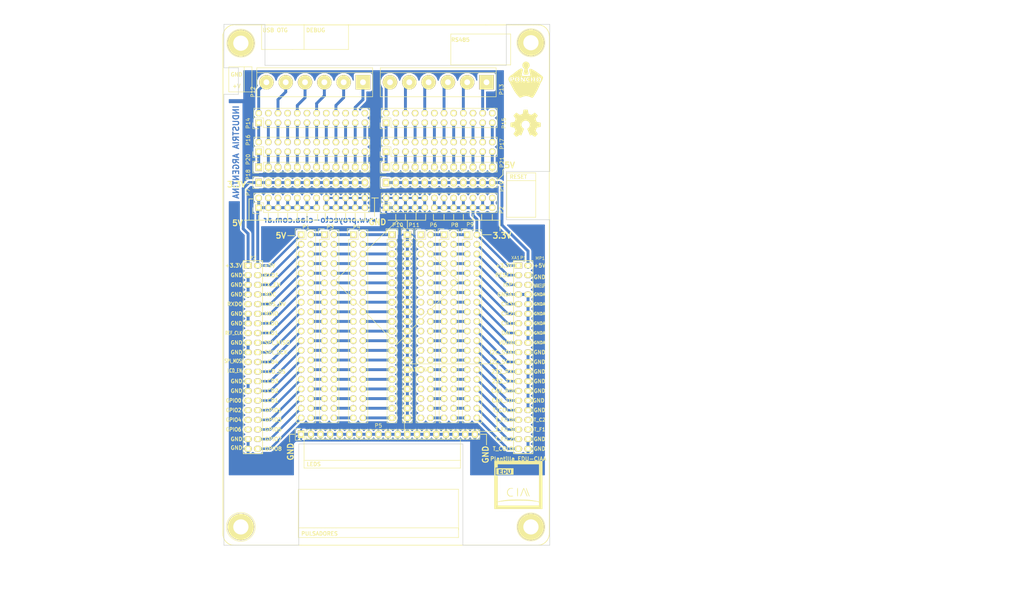
<source format=kicad_pcb>
(kicad_pcb (version 4) (host pcbnew 4.0.1-stable)
  (title_block (title "Poncho Grande - Modelo - Ejemplo - Template") (date 2015-10-06) (rev 1.0) (company "Proyecto CIAA - COMPUTADORA INDUSTRIAL ABIERTA ARGENTINA") (comment 1 https://github.com/ciaa/Ponchos/tree/master/modelos/doc) (comment 2 "Autores y Licencia del template (Diego Brengi - UNLaM)") (comment 3 "Autor del poncho (COMPLETAR NOMBRE Y APELLIDO). Ver directorio \"doc\"") (comment 4 "CÓDIGO PONCHO: "))
  (layers (0 F.Cu signal) (31 B.Cu signal) (34 B.Paste user) (35 F.Paste user) (36 B.SilkS user) (37 F.SilkS user) (38 B.Mask user) (39 F.Mask user) (44 Edge.Cuts user))
  (net 0 "")
  (net 1 "/Circuito Principal/GPIO3")
  (net 2 GND)
  (net 3 "/Circuito Principal/GPIO7")
  (net 4 "/Circuito Principal/GPIO8")
  (net 5 "/Circuito Principal/ADC1")
  (net 6 "/Circuito Principal/ADC2")
  (net 7 "/Circuito Principal/ADC3")
  (net 8 "/Circuito Principal/DAC")
  (net 9 GNDA)
  (net 10 "/Circuito Principal/RXD")
  (net 11 +5V)
  (net 12 "/Circuito Principal/TXD")
  (net 13 "/Circuito Principal/COL0")
  (net 14 "/Circuito Principal/COL1")
  (net 15 "/Circuito Principal/F2")
  (net 16 "/Circuito Principal/F0")
  (net 17 "/Circuito Principal/F3")
  (net 18 "/Circuito Principal/LCD4")
  (net 19 "/Circuito Principal/RS")
  (net 20 +3.3VP)
  (net 21 "/Circuito Principal/RD")
  (net 22 "/Circuito Principal/TD")
  (net 23 "/Circuito Principal/SDA")
  (net 24 "/Circuito Principal/spiCCK")
  (net 25 "/Circuito Principal/MISO")
  (net 26 "/Circuito Principal/ISP")
  (net 27 "/Circuito Principal/RESET")
  (net 28 "/Circuito Principal/GPIO5")
  (net 29 "/Circuito Principal/LCD1")
  (net 30 "/Circuito Principal/LCD2")
  (net 31 "/Circuito Principal/LCD3")
  (net 32 +3.3V)
  (net 33 +5VP)
  (net 34 "/Circuito Principal/GPIO1")
  (net 35 "Net-(P1-Pad2)")
  (net 36 "Net-(P1-Pad4)")
  (net 37 "Net-(P1-Pad6)")
  (net 38 "Net-(P1-Pad8)")
  (net 39 "Net-(P1-Pad10)")
  (net 40 "Net-(P1-Pad12)")
  (net 41 "Net-(P1-Pad14)")
  (net 42 "Net-(P1-Pad16)")
  (net 43 "Net-(P1-Pad18)")
  (net 44 "Net-(P1-Pad20)")
  (net 45 "Net-(P1-Pad22)")
  (net 46 "Net-(P1-Pad24)")
  (net 47 "Net-(P1-Pad26)")
  (net 48 "Net-(P1-Pad28)")
  (net 49 "Net-(P1-Pad30)")
  (net 50 "Net-(P1-Pad32)")
  (net 51 "Net-(P1-Pad34)")
  (net 52 "Net-(P1-Pad36)")
  (net 53 "Net-(P1-Pad38)")
  (net 54 "Net-(P1-Pad40)")
  (net 55 "Net-(P3-Pad2)")
  (net 56 "Net-(P3-Pad4)")
  (net 57 "Net-(P3-Pad6)")
  (net 58 "Net-(P3-Pad8)")
  (net 59 "Net-(P3-Pad10)")
  (net 60 "Net-(P3-Pad12)")
  (net 61 "Net-(P3-Pad14)")
  (net 62 "Net-(P3-Pad16)")
  (net 63 "Net-(P3-Pad18)")
  (net 64 "Net-(P3-Pad20)")
  (net 65 "Net-(P3-Pad22)")
  (net 66 "Net-(P3-Pad24)")
  (net 67 "Net-(P3-Pad26)")
  (net 68 "Net-(P3-Pad28)")
  (net 69 "Net-(P3-Pad30)")
  (net 70 "Net-(P3-Pad32)")
  (net 71 "Net-(P3-Pad34)")
  (net 72 "Net-(P3-Pad36)")
  (net 73 "Net-(P3-Pad38)")
  (net 74 "Net-(P3-Pad40)")
  (net 75 "Net-(P6-Pad2)")
  (net 76 "Net-(P6-Pad4)")
  (net 77 "Net-(P6-Pad6)")
  (net 78 "Net-(P6-Pad8)")
  (net 79 "Net-(P6-Pad10)")
  (net 80 "Net-(P6-Pad12)")
  (net 81 "Net-(P6-Pad14)")
  (net 82 "Net-(P6-Pad16)")
  (net 83 "Net-(P6-Pad18)")
  (net 84 "Net-(P6-Pad20)")
  (net 85 "Net-(P6-Pad22)")
  (net 86 "Net-(P6-Pad24)")
  (net 87 "Net-(P6-Pad26)")
  (net 88 "Net-(P6-Pad28)")
  (net 89 "Net-(P6-Pad30)")
  (net 90 "Net-(P6-Pad32)")
  (net 91 "Net-(P6-Pad34)")
  (net 92 "Net-(P6-Pad36)")
  (net 93 "Net-(P6-Pad38)")
  (net 94 "Net-(P6-Pad40)")
  (net 95 "Net-(P8-Pad2)")
  (net 96 "Net-(P8-Pad4)")
  (net 97 "Net-(P8-Pad6)")
  (net 98 "Net-(P8-Pad8)")
  (net 99 "Net-(P8-Pad10)")
  (net 100 "Net-(P8-Pad12)")
  (net 101 "Net-(P8-Pad14)")
  (net 102 "Net-(P8-Pad16)")
  (net 103 "Net-(P8-Pad18)")
  (net 104 "Net-(P8-Pad20)")
  (net 105 "Net-(P8-Pad22)")
  (net 106 "Net-(P8-Pad24)")
  (net 107 "Net-(P8-Pad26)")
  (net 108 "Net-(P8-Pad28)")
  (net 109 "Net-(P8-Pad30)")
  (net 110 "Net-(P8-Pad32)")
  (net 111 "Net-(P8-Pad34)")
  (net 112 "Net-(P8-Pad36)")
  (net 113 "Net-(P8-Pad38)")
  (net 114 "Net-(P8-Pad40)")
  (net 115 "/Circuito Principal/RXD1")
  (net 116 "/Circuito Principal/TXEN")
  (net 117 "/Circuito Principal/MDC")
  (net 118 "/Circuito Principal/CRS")
  (net 119 "/Circuito Principal/MDIO")
  (net 120 "/Circuito Principal/TXD0")
  (net 121 "/Circuito Principal/TXD1")
  (net 122 +3.3VADC)
  (net 123 "/Circuito Principal/SCL")
  (net 124 "Net-(P10-Pad1)")
  (net 125 "Net-(P10-Pad2)")
  (net 126 "Net-(P10-Pad3)")
  (net 127 "Net-(P10-Pad19)")
  (net 128 "Net-(P10-Pad20)")
  (net 129 "Net-(P12-Pad2)")
  (net 130 "Net-(P12-Pad3)")
  (net 131 "Net-(P12-Pad1)")
  (net 132 "Net-(P12-Pad4)")
  (net 133 "Net-(P12-Pad5)")
  (net 134 "Net-(P12-Pad6)")
  (net 135 "Net-(P13-Pad2)")
  (net 136 "Net-(P13-Pad3)")
  (net 137 "Net-(P13-Pad1)")
  (net 138 "Net-(P13-Pad4)")
  (net 139 "Net-(P13-Pad5)")
  (net 140 "Net-(P13-Pad6)")
  (net 141 "Net-(P14-Pad3)")
  (net 142 "Net-(P14-Pad23)")
  (net 143 "Net-(P15-Pad23)")
  (net 144 "Net-(P14-Pad1)")
  (net 145 "Net-(P14-Pad21)")
  (net 146 "Net-(P15-Pad1)")
  (net 147 "Net-(P10-Pad4)")
  (net 148 "Net-(P10-Pad5)")
  (net 149 "Net-(P10-Pad6)")
  (net 150 "Net-(P10-Pad7)")
  (net 151 "Net-(P10-Pad8)")
  (net 152 "Net-(P10-Pad9)")
  (net 153 "Net-(P10-Pad10)")
  (net 154 "Net-(P10-Pad11)")
  (net 155 "Net-(P10-Pad12)")
  (net 156 "Net-(P10-Pad13)")
  (net 157 "Net-(P10-Pad14)")
  (net 158 "Net-(P10-Pad15)")
  (net 159 "Net-(P10-Pad16)")
  (net 160 "Net-(P10-Pad17)")
  (net 161 "Net-(P10-Pad18)")
  (net 162 "Net-(P14-Pad5)")
  (net 163 "Net-(P14-Pad7)")
  (net 164 "Net-(P14-Pad9)")
  (net 165 "Net-(P14-Pad11)")
  (net 166 "Net-(P14-Pad13)")
  (net 167 "Net-(P14-Pad15)")
  (net 168 "Net-(P14-Pad17)")
  (net 169 "Net-(P14-Pad19)")
  (net 170 "Net-(P15-Pad3)")
  (net 171 "Net-(P15-Pad5)")
  (net 172 "Net-(P15-Pad7)")
  (net 173 "Net-(P15-Pad9)")
  (net 174 "Net-(P15-Pad11)")
  (net 175 "Net-(P15-Pad13)")
  (net 176 "Net-(P15-Pad15)")
  (net 177 "Net-(P15-Pad17)")
  (net 178 "Net-(P15-Pad19)")
  (net 179 "Net-(P15-Pad21)")
  (net 180 "Net-(P16-Pad1)")
  (net 181 "Net-(P16-Pad3)")
  (net 182 "Net-(P16-Pad5)")
  (net 183 "Net-(P16-Pad7)")
  (net 184 "Net-(P16-Pad9)")
  (net 185 "Net-(P16-Pad11)")
  (net 186 "Net-(P16-Pad13)")
  (net 187 "Net-(P16-Pad15)")
  (net 188 "Net-(P16-Pad17)")
  (net 189 "Net-(P16-Pad19)")
  (net 190 "Net-(P16-Pad21)")
  (net 191 "Net-(P16-Pad23)")
  (net 192 "Net-(P17-Pad1)")
  (net 193 "Net-(P17-Pad3)")
  (net 194 "Net-(P17-Pad5)")
  (net 195 "Net-(P17-Pad7)")
  (net 196 "Net-(P17-Pad9)")
  (net 197 "Net-(P17-Pad11)")
  (net 198 "Net-(P17-Pad13)")
  (net 199 "Net-(P17-Pad15)")
  (net 200 "Net-(P17-Pad17)")
  (net 201 "Net-(P17-Pad19)")
  (net 202 "Net-(P17-Pad21)")
  (net 203 "Net-(P17-Pad23)")
  (module Pin_Headers:Pin_Header_Straight_2x20 (layer F.Cu) (at 93.98 80.772)
    (fp_text reference P1 (at 1.27 -2.032) (layer F.SilkS))
    (fp_text value CONN_02X20)
    (pad 1 thru_hole rect (at 0 0) (size 1.7272 1.7272) (drill 1.016) (layers *.Cu *.Mask F.SilkS) (net 33 +5VP))
    (pad 2 thru_hole oval (at 2.54 0) (size 1.7272 1.7272) (drill 1.016) (layers *.Cu *.Mask F.SilkS) (net 35 "Net-(P1-Pad2)"))
    (pad 3 thru_hole oval (at 0 2.54) (size 1.7272 1.7272) (drill 1.016) (layers *.Cu *.Mask F.SilkS) (net 115 "/Circuito Principal/RXD1"))
    (pad 4 thru_hole oval (at 2.54 2.54) (size 1.7272 1.7272) (drill 1.016) (layers *.Cu *.Mask F.SilkS) (net 36 "Net-(P1-Pad4)"))
    (pad 5 thru_hole oval (at 0 5.08) (size 1.7272 1.7272) (drill 1.016) (layers *.Cu *.Mask F.SilkS) (net 116 "/Circuito Principal/TXEN"))
    (pad 6 thru_hole oval (at 2.54 5.08) (size 1.7272 1.7272) (drill 1.016) (layers *.Cu *.Mask F.SilkS) (net 37 "Net-(P1-Pad6)"))
    (pad 7 thru_hole oval (at 0 7.62) (size 1.7272 1.7272) (drill 1.016) (layers *.Cu *.Mask F.SilkS) (net 117 "/Circuito Principal/MDC"))
    (pad 8 thru_hole oval (at 2.54 7.62) (size 1.7272 1.7272) (drill 1.016) (layers *.Cu *.Mask F.SilkS) (net 38 "Net-(P1-Pad8)"))
    (pad 9 thru_hole oval (at 0 10.16) (size 1.7272 1.7272) (drill 1.016) (layers *.Cu *.Mask F.SilkS) (net 118 "/Circuito Principal/CRS"))
    (pad 10 thru_hole oval (at 2.54 10.16) (size 1.7272 1.7272) (drill 1.016) (layers *.Cu *.Mask F.SilkS) (net 39 "Net-(P1-Pad10)"))
    (pad 11 thru_hole oval (at 0 12.7) (size 1.7272 1.7272) (drill 1.016) (layers *.Cu *.Mask F.SilkS) (net 119 "/Circuito Principal/MDIO"))
    (pad 12 thru_hole oval (at 2.54 12.7) (size 1.7272 1.7272) (drill 1.016) (layers *.Cu *.Mask F.SilkS) (net 40 "Net-(P1-Pad12)"))
    (pad 13 thru_hole oval (at 0 15.24) (size 1.7272 1.7272) (drill 1.016) (layers *.Cu *.Mask F.SilkS) (net 120 "/Circuito Principal/TXD0"))
    (pad 14 thru_hole oval (at 2.54 15.24) (size 1.7272 1.7272) (drill 1.016) (layers *.Cu *.Mask F.SilkS) (net 41 "Net-(P1-Pad14)"))
    (pad 15 thru_hole oval (at 0 17.78) (size 1.7272 1.7272) (drill 1.016) (layers *.Cu *.Mask F.SilkS) (net 121 "/Circuito Principal/TXD1"))
    (pad 16 thru_hole oval (at 2.54 17.78) (size 1.7272 1.7272) (drill 1.016) (layers *.Cu *.Mask F.SilkS) (net 42 "Net-(P1-Pad16)"))
    (pad 17 thru_hole oval (at 0 20.32) (size 1.7272 1.7272) (drill 1.016) (layers *.Cu *.Mask F.SilkS) (net 25 "/Circuito Principal/MISO"))
    (pad 18 thru_hole oval (at 2.54 20.32) (size 1.7272 1.7272) (drill 1.016) (layers *.Cu *.Mask F.SilkS) (net 43 "Net-(P1-Pad18)"))
    (pad 19 thru_hole oval (at 0 22.86) (size 1.7272 1.7272) (drill 1.016) (layers *.Cu *.Mask F.SilkS) (net 24 "/Circuito Principal/spiCCK"))
    (pad 20 thru_hole oval (at 2.54 22.86) (size 1.7272 1.7272) (drill 1.016) (layers *.Cu *.Mask F.SilkS) (net 44 "Net-(P1-Pad20)"))
    (pad 21 thru_hole oval (at 0 25.4) (size 1.7272 1.7272) (drill 1.016) (layers *.Cu *.Mask F.SilkS) (net 18 "/Circuito Principal/LCD4"))
    (pad 22 thru_hole oval (at 2.54 25.4) (size 1.7272 1.7272) (drill 1.016) (layers *.Cu *.Mask F.SilkS) (net 45 "Net-(P1-Pad22)"))
    (pad 23 thru_hole oval (at 0 27.94) (size 1.7272 1.7272) (drill 1.016) (layers *.Cu *.Mask F.SilkS) (net 19 "/Circuito Principal/RS"))
    (pad 24 thru_hole oval (at 2.54 27.94) (size 1.7272 1.7272) (drill 1.016) (layers *.Cu *.Mask F.SilkS) (net 46 "Net-(P1-Pad24)"))
    (pad 25 thru_hole oval (at 0 30.48) (size 1.7272 1.7272) (drill 1.016) (layers *.Cu *.Mask F.SilkS) (net 31 "/Circuito Principal/LCD3"))
    (pad 26 thru_hole oval (at 2.54 30.48) (size 1.7272 1.7272) (drill 1.016) (layers *.Cu *.Mask F.SilkS) (net 47 "Net-(P1-Pad26)"))
    (pad 27 thru_hole oval (at 0 33.02) (size 1.7272 1.7272) (drill 1.016) (layers *.Cu *.Mask F.SilkS) (net 30 "/Circuito Principal/LCD2"))
    (pad 28 thru_hole oval (at 2.54 33.02) (size 1.7272 1.7272) (drill 1.016) (layers *.Cu *.Mask F.SilkS) (net 48 "Net-(P1-Pad28)"))
    (pad 29 thru_hole oval (at 0 35.56) (size 1.7272 1.7272) (drill 1.016) (layers *.Cu *.Mask F.SilkS) (net 29 "/Circuito Principal/LCD1"))
    (pad 30 thru_hole oval (at 2.54 35.56) (size 1.7272 1.7272) (drill 1.016) (layers *.Cu *.Mask F.SilkS) (net 49 "Net-(P1-Pad30)"))
    (pad 31 thru_hole oval (at 0 38.1) (size 1.7272 1.7272) (drill 1.016) (layers *.Cu *.Mask F.SilkS) (net 34 "/Circuito Principal/GPIO1"))
    (pad 32 thru_hole oval (at 2.54 38.1) (size 1.7272 1.7272) (drill 1.016) (layers *.Cu *.Mask F.SilkS) (net 50 "Net-(P1-Pad32)"))
    (pad 33 thru_hole oval (at 0 40.64) (size 1.7272 1.7272) (drill 1.016) (layers *.Cu *.Mask F.SilkS) (net 1 "/Circuito Principal/GPIO3"))
    (pad 34 thru_hole oval (at 2.54 40.64) (size 1.7272 1.7272) (drill 1.016) (layers *.Cu *.Mask F.SilkS) (net 51 "Net-(P1-Pad34)"))
    (pad 35 thru_hole oval (at 0 43.18) (size 1.7272 1.7272) (drill 1.016) (layers *.Cu *.Mask F.SilkS) (net 28 "/Circuito Principal/GPIO5"))
    (pad 36 thru_hole oval (at 2.54 43.18) (size 1.7272 1.7272) (drill 1.016) (layers *.Cu *.Mask F.SilkS) (net 52 "Net-(P1-Pad36)"))
    (pad 37 thru_hole oval (at 0 45.72) (size 1.7272 1.7272) (drill 1.016) (layers *.Cu *.Mask F.SilkS) (net 3 "/Circuito Principal/GPIO7"))
    (pad 38 thru_hole oval (at 2.54 45.72) (size 1.7272 1.7272) (drill 1.016) (layers *.Cu *.Mask F.SilkS) (net 53 "Net-(P1-Pad38)"))
    (pad 39 thru_hole oval (at 0 48.26) (size 1.7272 1.7272) (drill 1.016) (layers *.Cu *.Mask F.SilkS) (net 4 "/Circuito Principal/GPIO8"))
    (pad 40 thru_hole oval (at 2.54 48.26) (size 1.7272 1.7272) (drill 1.016) (layers *.Cu *.Mask F.SilkS) (net 54 "Net-(P1-Pad40)"))
  )
  (module Pin_Headers:Pin_Header_Straight_2x20 (layer F.Cu) (at 100.076 80.772)
    (fp_text reference P3 (at 1.524 -2.032) (layer F.SilkS))
    (fp_text value CONN_02X20)
    (pad 1 thru_hole rect (at 0 0) (size 1.7272 1.7272) (drill 1.016) (layers *.Cu *.Mask F.SilkS) (net 35 "Net-(P1-Pad2)"))
    (pad 2 thru_hole oval (at 2.54 0) (size 1.7272 1.7272) (drill 1.016) (layers *.Cu *.Mask F.SilkS) (net 55 "Net-(P3-Pad2)"))
    (pad 3 thru_hole oval (at 0 2.54) (size 1.7272 1.7272) (drill 1.016) (layers *.Cu *.Mask F.SilkS) (net 36 "Net-(P1-Pad4)"))
    (pad 4 thru_hole oval (at 2.54 2.54) (size 1.7272 1.7272) (drill 1.016) (layers *.Cu *.Mask F.SilkS) (net 56 "Net-(P3-Pad4)"))
    (pad 5 thru_hole oval (at 0 5.08) (size 1.7272 1.7272) (drill 1.016) (layers *.Cu *.Mask F.SilkS) (net 37 "Net-(P1-Pad6)"))
    (pad 6 thru_hole oval (at 2.54 5.08) (size 1.7272 1.7272) (drill 1.016) (layers *.Cu *.Mask F.SilkS) (net 57 "Net-(P3-Pad6)"))
    (pad 7 thru_hole oval (at 0 7.62) (size 1.7272 1.7272) (drill 1.016) (layers *.Cu *.Mask F.SilkS) (net 38 "Net-(P1-Pad8)"))
    (pad 8 thru_hole oval (at 2.54 7.62) (size 1.7272 1.7272) (drill 1.016) (layers *.Cu *.Mask F.SilkS) (net 58 "Net-(P3-Pad8)"))
    (pad 9 thru_hole oval (at 0 10.16) (size 1.7272 1.7272) (drill 1.016) (layers *.Cu *.Mask F.SilkS) (net 39 "Net-(P1-Pad10)"))
    (pad 10 thru_hole oval (at 2.54 10.16) (size 1.7272 1.7272) (drill 1.016) (layers *.Cu *.Mask F.SilkS) (net 59 "Net-(P3-Pad10)"))
    (pad 11 thru_hole oval (at 0 12.7) (size 1.7272 1.7272) (drill 1.016) (layers *.Cu *.Mask F.SilkS) (net 40 "Net-(P1-Pad12)"))
    (pad 12 thru_hole oval (at 2.54 12.7) (size 1.7272 1.7272) (drill 1.016) (layers *.Cu *.Mask F.SilkS) (net 60 "Net-(P3-Pad12)"))
    (pad 13 thru_hole oval (at 0 15.24) (size 1.7272 1.7272) (drill 1.016) (layers *.Cu *.Mask F.SilkS) (net 41 "Net-(P1-Pad14)"))
    (pad 14 thru_hole oval (at 2.54 15.24) (size 1.7272 1.7272) (drill 1.016) (layers *.Cu *.Mask F.SilkS) (net 61 "Net-(P3-Pad14)"))
    (pad 15 thru_hole oval (at 0 17.78) (size 1.7272 1.7272) (drill 1.016) (layers *.Cu *.Mask F.SilkS) (net 42 "Net-(P1-Pad16)"))
    (pad 16 thru_hole oval (at 2.54 17.78) (size 1.7272 1.7272) (drill 1.016) (layers *.Cu *.Mask F.SilkS) (net 62 "Net-(P3-Pad16)"))
    (pad 17 thru_hole oval (at 0 20.32) (size 1.7272 1.7272) (drill 1.016) (layers *.Cu *.Mask F.SilkS) (net 43 "Net-(P1-Pad18)"))
    (pad 18 thru_hole oval (at 2.54 20.32) (size 1.7272 1.7272) (drill 1.016) (layers *.Cu *.Mask F.SilkS) (net 63 "Net-(P3-Pad18)"))
    (pad 19 thru_hole oval (at 0 22.86) (size 1.7272 1.7272) (drill 1.016) (layers *.Cu *.Mask F.SilkS) (net 44 "Net-(P1-Pad20)"))
    (pad 20 thru_hole oval (at 2.54 22.86) (size 1.7272 1.7272) (drill 1.016) (layers *.Cu *.Mask F.SilkS) (net 64 "Net-(P3-Pad20)"))
    (pad 21 thru_hole oval (at 0 25.4) (size 1.7272 1.7272) (drill 1.016) (layers *.Cu *.Mask F.SilkS) (net 45 "Net-(P1-Pad22)"))
    (pad 22 thru_hole oval (at 2.54 25.4) (size 1.7272 1.7272) (drill 1.016) (layers *.Cu *.Mask F.SilkS) (net 65 "Net-(P3-Pad22)"))
    (pad 23 thru_hole oval (at 0 27.94) (size 1.7272 1.7272) (drill 1.016) (layers *.Cu *.Mask F.SilkS) (net 46 "Net-(P1-Pad24)"))
    (pad 24 thru_hole oval (at 2.54 27.94) (size 1.7272 1.7272) (drill 1.016) (layers *.Cu *.Mask F.SilkS) (net 66 "Net-(P3-Pad24)"))
    (pad 25 thru_hole oval (at 0 30.48) (size 1.7272 1.7272) (drill 1.016) (layers *.Cu *.Mask F.SilkS) (net 47 "Net-(P1-Pad26)"))
    (pad 26 thru_hole oval (at 2.54 30.48) (size 1.7272 1.7272) (drill 1.016) (layers *.Cu *.Mask F.SilkS) (net 67 "Net-(P3-Pad26)"))
    (pad 27 thru_hole oval (at 0 33.02) (size 1.7272 1.7272) (drill 1.016) (layers *.Cu *.Mask F.SilkS) (net 48 "Net-(P1-Pad28)"))
    (pad 28 thru_hole oval (at 2.54 33.02) (size 1.7272 1.7272) (drill 1.016) (layers *.Cu *.Mask F.SilkS) (net 68 "Net-(P3-Pad28)"))
    (pad 29 thru_hole oval (at 0 35.56) (size 1.7272 1.7272) (drill 1.016) (layers *.Cu *.Mask F.SilkS) (net 49 "Net-(P1-Pad30)"))
    (pad 30 thru_hole oval (at 2.54 35.56) (size 1.7272 1.7272) (drill 1.016) (layers *.Cu *.Mask F.SilkS) (net 69 "Net-(P3-Pad30)"))
    (pad 31 thru_hole oval (at 0 38.1) (size 1.7272 1.7272) (drill 1.016) (layers *.Cu *.Mask F.SilkS) (net 50 "Net-(P1-Pad32)"))
    (pad 32 thru_hole oval (at 2.54 38.1) (size 1.7272 1.7272) (drill 1.016) (layers *.Cu *.Mask F.SilkS) (net 70 "Net-(P3-Pad32)"))
    (pad 33 thru_hole oval (at 0 40.64) (size 1.7272 1.7272) (drill 1.016) (layers *.Cu *.Mask F.SilkS) (net 51 "Net-(P1-Pad34)"))
    (pad 34 thru_hole oval (at 2.54 40.64) (size 1.7272 1.7272) (drill 1.016) (layers *.Cu *.Mask F.SilkS) (net 71 "Net-(P3-Pad34)"))
    (pad 35 thru_hole oval (at 0 43.18) (size 1.7272 1.7272) (drill 1.016) (layers *.Cu *.Mask F.SilkS) (net 52 "Net-(P1-Pad36)"))
    (pad 36 thru_hole oval (at 2.54 43.18) (size 1.7272 1.7272) (drill 1.016) (layers *.Cu *.Mask F.SilkS) (net 72 "Net-(P3-Pad36)"))
    (pad 37 thru_hole oval (at 0 45.72) (size 1.7272 1.7272) (drill 1.016) (layers *.Cu *.Mask F.SilkS) (net 53 "Net-(P1-Pad38)"))
    (pad 38 thru_hole oval (at 2.54 45.72) (size 1.7272 1.7272) (drill 1.016) (layers *.Cu *.Mask F.SilkS) (net 73 "Net-(P3-Pad38)"))
    (pad 39 thru_hole oval (at 0 48.26) (size 1.7272 1.7272) (drill 1.016) (layers *.Cu *.Mask F.SilkS) (net 54 "Net-(P1-Pad40)"))
    (pad 40 thru_hole oval (at 2.54 48.26) (size 1.7272 1.7272) (drill 1.016) (layers *.Cu *.Mask F.SilkS) (net 74 "Net-(P3-Pad40)"))
  )
  (module Pin_Headers:Pin_Header_Straight_2x20 (layer F.Cu) (at 107.696 80.772)
    (fp_text reference P4 (at 0.889 -2.032) (layer F.SilkS))
    (fp_text value CONN_02X20)
    (pad 1 thru_hole rect (at 0 0) (size 1.7272 1.7272) (drill 1.016) (layers *.Cu *.Mask F.SilkS) (net 55 "Net-(P3-Pad2)"))
    (pad 2 thru_hole oval (at 2.54 0) (size 1.7272 1.7272) (drill 1.016) (layers *.Cu *.Mask F.SilkS) (net 124 "Net-(P10-Pad1)"))
    (pad 3 thru_hole oval (at 0 2.54) (size 1.7272 1.7272) (drill 1.016) (layers *.Cu *.Mask F.SilkS) (net 56 "Net-(P3-Pad4)"))
    (pad 4 thru_hole oval (at 2.54 2.54) (size 1.7272 1.7272) (drill 1.016) (layers *.Cu *.Mask F.SilkS) (net 125 "Net-(P10-Pad2)"))
    (pad 5 thru_hole oval (at 0 5.08) (size 1.7272 1.7272) (drill 1.016) (layers *.Cu *.Mask F.SilkS) (net 57 "Net-(P3-Pad6)"))
    (pad 6 thru_hole oval (at 2.54 5.08) (size 1.7272 1.7272) (drill 1.016) (layers *.Cu *.Mask F.SilkS) (net 126 "Net-(P10-Pad3)"))
    (pad 7 thru_hole oval (at 0 7.62) (size 1.7272 1.7272) (drill 1.016) (layers *.Cu *.Mask F.SilkS) (net 58 "Net-(P3-Pad8)"))
    (pad 8 thru_hole oval (at 2.54 7.62) (size 1.7272 1.7272) (drill 1.016) (layers *.Cu *.Mask F.SilkS) (net 147 "Net-(P10-Pad4)"))
    (pad 9 thru_hole oval (at 0 10.16) (size 1.7272 1.7272) (drill 1.016) (layers *.Cu *.Mask F.SilkS) (net 59 "Net-(P3-Pad10)"))
    (pad 10 thru_hole oval (at 2.54 10.16) (size 1.7272 1.7272) (drill 1.016) (layers *.Cu *.Mask F.SilkS) (net 148 "Net-(P10-Pad5)"))
    (pad 11 thru_hole oval (at 0 12.7) (size 1.7272 1.7272) (drill 1.016) (layers *.Cu *.Mask F.SilkS) (net 60 "Net-(P3-Pad12)"))
    (pad 12 thru_hole oval (at 2.54 12.7) (size 1.7272 1.7272) (drill 1.016) (layers *.Cu *.Mask F.SilkS) (net 149 "Net-(P10-Pad6)"))
    (pad 13 thru_hole oval (at 0 15.24) (size 1.7272 1.7272) (drill 1.016) (layers *.Cu *.Mask F.SilkS) (net 61 "Net-(P3-Pad14)"))
    (pad 14 thru_hole oval (at 2.54 15.24) (size 1.7272 1.7272) (drill 1.016) (layers *.Cu *.Mask F.SilkS) (net 150 "Net-(P10-Pad7)"))
    (pad 15 thru_hole oval (at 0 17.78) (size 1.7272 1.7272) (drill 1.016) (layers *.Cu *.Mask F.SilkS) (net 62 "Net-(P3-Pad16)"))
    (pad 16 thru_hole oval (at 2.54 17.78) (size 1.7272 1.7272) (drill 1.016) (layers *.Cu *.Mask F.SilkS) (net 151 "Net-(P10-Pad8)"))
    (pad 17 thru_hole oval (at 0 20.32) (size 1.7272 1.7272) (drill 1.016) (layers *.Cu *.Mask F.SilkS) (net 63 "Net-(P3-Pad18)"))
    (pad 18 thru_hole oval (at 2.54 20.32) (size 1.7272 1.7272) (drill 1.016) (layers *.Cu *.Mask F.SilkS) (net 152 "Net-(P10-Pad9)"))
    (pad 19 thru_hole oval (at 0 22.86) (size 1.7272 1.7272) (drill 1.016) (layers *.Cu *.Mask F.SilkS) (net 64 "Net-(P3-Pad20)"))
    (pad 20 thru_hole oval (at 2.54 22.86) (size 1.7272 1.7272) (drill 1.016) (layers *.Cu *.Mask F.SilkS) (net 153 "Net-(P10-Pad10)"))
    (pad 21 thru_hole oval (at 0 25.4) (size 1.7272 1.7272) (drill 1.016) (layers *.Cu *.Mask F.SilkS) (net 65 "Net-(P3-Pad22)"))
    (pad 22 thru_hole oval (at 2.54 25.4) (size 1.7272 1.7272) (drill 1.016) (layers *.Cu *.Mask F.SilkS) (net 154 "Net-(P10-Pad11)"))
    (pad 23 thru_hole oval (at 0 27.94) (size 1.7272 1.7272) (drill 1.016) (layers *.Cu *.Mask F.SilkS) (net 66 "Net-(P3-Pad24)"))
    (pad 24 thru_hole oval (at 2.54 27.94) (size 1.7272 1.7272) (drill 1.016) (layers *.Cu *.Mask F.SilkS) (net 155 "Net-(P10-Pad12)"))
    (pad 25 thru_hole oval (at 0 30.48) (size 1.7272 1.7272) (drill 1.016) (layers *.Cu *.Mask F.SilkS) (net 67 "Net-(P3-Pad26)"))
    (pad 26 thru_hole oval (at 2.54 30.48) (size 1.7272 1.7272) (drill 1.016) (layers *.Cu *.Mask F.SilkS) (net 156 "Net-(P10-Pad13)"))
    (pad 27 thru_hole oval (at 0 33.02) (size 1.7272 1.7272) (drill 1.016) (layers *.Cu *.Mask F.SilkS) (net 68 "Net-(P3-Pad28)"))
    (pad 28 thru_hole oval (at 2.54 33.02) (size 1.7272 1.7272) (drill 1.016) (layers *.Cu *.Mask F.SilkS) (net 157 "Net-(P10-Pad14)"))
    (pad 29 thru_hole oval (at 0 35.56) (size 1.7272 1.7272) (drill 1.016) (layers *.Cu *.Mask F.SilkS) (net 69 "Net-(P3-Pad30)"))
    (pad 30 thru_hole oval (at 2.54 35.56) (size 1.7272 1.7272) (drill 1.016) (layers *.Cu *.Mask F.SilkS) (net 158 "Net-(P10-Pad15)"))
    (pad 31 thru_hole oval (at 0 38.1) (size 1.7272 1.7272) (drill 1.016) (layers *.Cu *.Mask F.SilkS) (net 70 "Net-(P3-Pad32)"))
    (pad 32 thru_hole oval (at 2.54 38.1) (size 1.7272 1.7272) (drill 1.016) (layers *.Cu *.Mask F.SilkS) (net 159 "Net-(P10-Pad16)"))
    (pad 33 thru_hole oval (at 0 40.64) (size 1.7272 1.7272) (drill 1.016) (layers *.Cu *.Mask F.SilkS) (net 71 "Net-(P3-Pad34)"))
    (pad 34 thru_hole oval (at 2.54 40.64) (size 1.7272 1.7272) (drill 1.016) (layers *.Cu *.Mask F.SilkS) (net 160 "Net-(P10-Pad17)"))
    (pad 35 thru_hole oval (at 0 43.18) (size 1.7272 1.7272) (drill 1.016) (layers *.Cu *.Mask F.SilkS) (net 72 "Net-(P3-Pad36)"))
    (pad 36 thru_hole oval (at 2.54 43.18) (size 1.7272 1.7272) (drill 1.016) (layers *.Cu *.Mask F.SilkS) (net 161 "Net-(P10-Pad18)"))
    (pad 37 thru_hole oval (at 0 45.72) (size 1.7272 1.7272) (drill 1.016) (layers *.Cu *.Mask F.SilkS) (net 73 "Net-(P3-Pad38)"))
    (pad 38 thru_hole oval (at 2.54 45.72) (size 1.7272 1.7272) (drill 1.016) (layers *.Cu *.Mask F.SilkS) (net 127 "Net-(P10-Pad19)"))
    (pad 39 thru_hole oval (at 0 48.26) (size 1.7272 1.7272) (drill 1.016) (layers *.Cu *.Mask F.SilkS) (net 74 "Net-(P3-Pad40)"))
    (pad 40 thru_hole oval (at 2.54 48.26) (size 1.7272 1.7272) (drill 1.016) (layers *.Cu *.Mask F.SilkS) (net 128 "Net-(P10-Pad20)"))
  )
  (module Pin_Headers:Pin_Header_Straight_2x20 (layer F.Cu) (at 125.476 80.772)
    (fp_text reference P6 (at 3.302 -2.54) (layer F.SilkS))
    (fp_text value CONN_02X20)
    (pad 1 thru_hole rect (at 0 0) (size 1.7272 1.7272) (drill 1.016) (layers *.Cu *.Mask F.SilkS))
    (pad 2 thru_hole oval (at 2.54 0) (size 1.7272 1.7272) (drill 1.016) (layers *.Cu *.Mask F.SilkS) (net 75 "Net-(P6-Pad2)"))
    (pad 3 thru_hole oval (at 0 2.54) (size 1.7272 1.7272) (drill 1.016) (layers *.Cu *.Mask F.SilkS))
    (pad 4 thru_hole oval (at 2.54 2.54) (size 1.7272 1.7272) (drill 1.016) (layers *.Cu *.Mask F.SilkS) (net 76 "Net-(P6-Pad4)"))
    (pad 5 thru_hole oval (at 0 5.08) (size 1.7272 1.7272) (drill 1.016) (layers *.Cu *.Mask F.SilkS))
    (pad 6 thru_hole oval (at 2.54 5.08) (size 1.7272 1.7272) (drill 1.016) (layers *.Cu *.Mask F.SilkS) (net 77 "Net-(P6-Pad6)"))
    (pad 7 thru_hole oval (at 0 7.62) (size 1.7272 1.7272) (drill 1.016) (layers *.Cu *.Mask F.SilkS))
    (pad 8 thru_hole oval (at 2.54 7.62) (size 1.7272 1.7272) (drill 1.016) (layers *.Cu *.Mask F.SilkS) (net 78 "Net-(P6-Pad8)"))
    (pad 9 thru_hole oval (at 0 10.16) (size 1.7272 1.7272) (drill 1.016) (layers *.Cu *.Mask F.SilkS))
    (pad 10 thru_hole oval (at 2.54 10.16) (size 1.7272 1.7272) (drill 1.016) (layers *.Cu *.Mask F.SilkS) (net 79 "Net-(P6-Pad10)"))
    (pad 11 thru_hole oval (at 0 12.7) (size 1.7272 1.7272) (drill 1.016) (layers *.Cu *.Mask F.SilkS))
    (pad 12 thru_hole oval (at 2.54 12.7) (size 1.7272 1.7272) (drill 1.016) (layers *.Cu *.Mask F.SilkS) (net 80 "Net-(P6-Pad12)"))
    (pad 13 thru_hole oval (at 0 15.24) (size 1.7272 1.7272) (drill 1.016) (layers *.Cu *.Mask F.SilkS))
    (pad 14 thru_hole oval (at 2.54 15.24) (size 1.7272 1.7272) (drill 1.016) (layers *.Cu *.Mask F.SilkS) (net 81 "Net-(P6-Pad14)"))
    (pad 15 thru_hole oval (at 0 17.78) (size 1.7272 1.7272) (drill 1.016) (layers *.Cu *.Mask F.SilkS))
    (pad 16 thru_hole oval (at 2.54 17.78) (size 1.7272 1.7272) (drill 1.016) (layers *.Cu *.Mask F.SilkS) (net 82 "Net-(P6-Pad16)"))
    (pad 17 thru_hole oval (at 0 20.32) (size 1.7272 1.7272) (drill 1.016) (layers *.Cu *.Mask F.SilkS))
    (pad 18 thru_hole oval (at 2.54 20.32) (size 1.7272 1.7272) (drill 1.016) (layers *.Cu *.Mask F.SilkS) (net 83 "Net-(P6-Pad18)"))
    (pad 19 thru_hole oval (at 0 22.86) (size 1.7272 1.7272) (drill 1.016) (layers *.Cu *.Mask F.SilkS))
    (pad 20 thru_hole oval (at 2.54 22.86) (size 1.7272 1.7272) (drill 1.016) (layers *.Cu *.Mask F.SilkS) (net 84 "Net-(P6-Pad20)"))
    (pad 21 thru_hole oval (at 0 25.4) (size 1.7272 1.7272) (drill 1.016) (layers *.Cu *.Mask F.SilkS))
    (pad 22 thru_hole oval (at 2.54 25.4) (size 1.7272 1.7272) (drill 1.016) (layers *.Cu *.Mask F.SilkS) (net 85 "Net-(P6-Pad22)"))
    (pad 23 thru_hole oval (at 0 27.94) (size 1.7272 1.7272) (drill 1.016) (layers *.Cu *.Mask F.SilkS))
    (pad 24 thru_hole oval (at 2.54 27.94) (size 1.7272 1.7272) (drill 1.016) (layers *.Cu *.Mask F.SilkS) (net 86 "Net-(P6-Pad24)"))
    (pad 25 thru_hole oval (at 0 30.48) (size 1.7272 1.7272) (drill 1.016) (layers *.Cu *.Mask F.SilkS))
    (pad 26 thru_hole oval (at 2.54 30.48) (size 1.7272 1.7272) (drill 1.016) (layers *.Cu *.Mask F.SilkS) (net 87 "Net-(P6-Pad26)"))
    (pad 27 thru_hole oval (at 0 33.02) (size 1.7272 1.7272) (drill 1.016) (layers *.Cu *.Mask F.SilkS))
    (pad 28 thru_hole oval (at 2.54 33.02) (size 1.7272 1.7272) (drill 1.016) (layers *.Cu *.Mask F.SilkS) (net 88 "Net-(P6-Pad28)"))
    (pad 29 thru_hole oval (at 0 35.56) (size 1.7272 1.7272) (drill 1.016) (layers *.Cu *.Mask F.SilkS))
    (pad 30 thru_hole oval (at 2.54 35.56) (size 1.7272 1.7272) (drill 1.016) (layers *.Cu *.Mask F.SilkS) (net 89 "Net-(P6-Pad30)"))
    (pad 31 thru_hole oval (at 0 38.1) (size 1.7272 1.7272) (drill 1.016) (layers *.Cu *.Mask F.SilkS))
    (pad 32 thru_hole oval (at 2.54 38.1) (size 1.7272 1.7272) (drill 1.016) (layers *.Cu *.Mask F.SilkS) (net 90 "Net-(P6-Pad32)"))
    (pad 33 thru_hole oval (at 0 40.64) (size 1.7272 1.7272) (drill 1.016) (layers *.Cu *.Mask F.SilkS))
    (pad 34 thru_hole oval (at 2.54 40.64) (size 1.7272 1.7272) (drill 1.016) (layers *.Cu *.Mask F.SilkS) (net 91 "Net-(P6-Pad34)"))
    (pad 35 thru_hole oval (at 0 43.18) (size 1.7272 1.7272) (drill 1.016) (layers *.Cu *.Mask F.SilkS))
    (pad 36 thru_hole oval (at 2.54 43.18) (size 1.7272 1.7272) (drill 1.016) (layers *.Cu *.Mask F.SilkS) (net 92 "Net-(P6-Pad36)"))
    (pad 37 thru_hole oval (at 0 45.72) (size 1.7272 1.7272) (drill 1.016) (layers *.Cu *.Mask F.SilkS))
    (pad 38 thru_hole oval (at 2.54 45.72) (size 1.7272 1.7272) (drill 1.016) (layers *.Cu *.Mask F.SilkS) (net 93 "Net-(P6-Pad38)"))
    (pad 39 thru_hole oval (at 0 48.26) (size 1.7272 1.7272) (drill 1.016) (layers *.Cu *.Mask F.SilkS))
    (pad 40 thru_hole oval (at 2.54 48.26) (size 1.7272 1.7272) (drill 1.016) (layers *.Cu *.Mask F.SilkS) (net 94 "Net-(P6-Pad40)"))
  )
  (module Pin_Headers:Pin_Header_Straight_2x20 (layer F.Cu) (at 131.572 80.772)
    (fp_text reference P8 (at 2.794 -2.54) (layer F.SilkS))
    (fp_text value CONN_02X20)
    (pad 1 thru_hole rect (at 0 0) (size 1.7272 1.7272) (drill 1.016) (layers *.Cu *.Mask F.SilkS) (net 75 "Net-(P6-Pad2)"))
    (pad 2 thru_hole oval (at 2.54 0) (size 1.7272 1.7272) (drill 1.016) (layers *.Cu *.Mask F.SilkS) (net 95 "Net-(P8-Pad2)"))
    (pad 3 thru_hole oval (at 0 2.54) (size 1.7272 1.7272) (drill 1.016) (layers *.Cu *.Mask F.SilkS) (net 76 "Net-(P6-Pad4)"))
    (pad 4 thru_hole oval (at 2.54 2.54) (size 1.7272 1.7272) (drill 1.016) (layers *.Cu *.Mask F.SilkS) (net 96 "Net-(P8-Pad4)"))
    (pad 5 thru_hole oval (at 0 5.08) (size 1.7272 1.7272) (drill 1.016) (layers *.Cu *.Mask F.SilkS) (net 77 "Net-(P6-Pad6)"))
    (pad 6 thru_hole oval (at 2.54 5.08) (size 1.7272 1.7272) (drill 1.016) (layers *.Cu *.Mask F.SilkS) (net 97 "Net-(P8-Pad6)"))
    (pad 7 thru_hole oval (at 0 7.62) (size 1.7272 1.7272) (drill 1.016) (layers *.Cu *.Mask F.SilkS) (net 78 "Net-(P6-Pad8)"))
    (pad 8 thru_hole oval (at 2.54 7.62) (size 1.7272 1.7272) (drill 1.016) (layers *.Cu *.Mask F.SilkS) (net 98 "Net-(P8-Pad8)"))
    (pad 9 thru_hole oval (at 0 10.16) (size 1.7272 1.7272) (drill 1.016) (layers *.Cu *.Mask F.SilkS) (net 79 "Net-(P6-Pad10)"))
    (pad 10 thru_hole oval (at 2.54 10.16) (size 1.7272 1.7272) (drill 1.016) (layers *.Cu *.Mask F.SilkS) (net 99 "Net-(P8-Pad10)"))
    (pad 11 thru_hole oval (at 0 12.7) (size 1.7272 1.7272) (drill 1.016) (layers *.Cu *.Mask F.SilkS) (net 80 "Net-(P6-Pad12)"))
    (pad 12 thru_hole oval (at 2.54 12.7) (size 1.7272 1.7272) (drill 1.016) (layers *.Cu *.Mask F.SilkS) (net 100 "Net-(P8-Pad12)"))
    (pad 13 thru_hole oval (at 0 15.24) (size 1.7272 1.7272) (drill 1.016) (layers *.Cu *.Mask F.SilkS) (net 81 "Net-(P6-Pad14)"))
    (pad 14 thru_hole oval (at 2.54 15.24) (size 1.7272 1.7272) (drill 1.016) (layers *.Cu *.Mask F.SilkS) (net 101 "Net-(P8-Pad14)"))
    (pad 15 thru_hole oval (at 0 17.78) (size 1.7272 1.7272) (drill 1.016) (layers *.Cu *.Mask F.SilkS) (net 82 "Net-(P6-Pad16)"))
    (pad 16 thru_hole oval (at 2.54 17.78) (size 1.7272 1.7272) (drill 1.016) (layers *.Cu *.Mask F.SilkS) (net 102 "Net-(P8-Pad16)"))
    (pad 17 thru_hole oval (at 0 20.32) (size 1.7272 1.7272) (drill 1.016) (layers *.Cu *.Mask F.SilkS) (net 83 "Net-(P6-Pad18)"))
    (pad 18 thru_hole oval (at 2.54 20.32) (size 1.7272 1.7272) (drill 1.016) (layers *.Cu *.Mask F.SilkS) (net 103 "Net-(P8-Pad18)"))
    (pad 19 thru_hole oval (at 0 22.86) (size 1.7272 1.7272) (drill 1.016) (layers *.Cu *.Mask F.SilkS) (net 84 "Net-(P6-Pad20)"))
    (pad 20 thru_hole oval (at 2.54 22.86) (size 1.7272 1.7272) (drill 1.016) (layers *.Cu *.Mask F.SilkS) (net 104 "Net-(P8-Pad20)"))
    (pad 21 thru_hole oval (at 0 25.4) (size 1.7272 1.7272) (drill 1.016) (layers *.Cu *.Mask F.SilkS) (net 85 "Net-(P6-Pad22)"))
    (pad 22 thru_hole oval (at 2.54 25.4) (size 1.7272 1.7272) (drill 1.016) (layers *.Cu *.Mask F.SilkS) (net 105 "Net-(P8-Pad22)"))
    (pad 23 thru_hole oval (at 0 27.94) (size 1.7272 1.7272) (drill 1.016) (layers *.Cu *.Mask F.SilkS) (net 86 "Net-(P6-Pad24)"))
    (pad 24 thru_hole oval (at 2.54 27.94) (size 1.7272 1.7272) (drill 1.016) (layers *.Cu *.Mask F.SilkS) (net 106 "Net-(P8-Pad24)"))
    (pad 25 thru_hole oval (at 0 30.48) (size 1.7272 1.7272) (drill 1.016) (layers *.Cu *.Mask F.SilkS) (net 87 "Net-(P6-Pad26)"))
    (pad 26 thru_hole oval (at 2.54 30.48) (size 1.7272 1.7272) (drill 1.016) (layers *.Cu *.Mask F.SilkS) (net 107 "Net-(P8-Pad26)"))
    (pad 27 thru_hole oval (at 0 33.02) (size 1.7272 1.7272) (drill 1.016) (layers *.Cu *.Mask F.SilkS) (net 88 "Net-(P6-Pad28)"))
    (pad 28 thru_hole oval (at 2.54 33.02) (size 1.7272 1.7272) (drill 1.016) (layers *.Cu *.Mask F.SilkS) (net 108 "Net-(P8-Pad28)"))
    (pad 29 thru_hole oval (at 0 35.56) (size 1.7272 1.7272) (drill 1.016) (layers *.Cu *.Mask F.SilkS) (net 89 "Net-(P6-Pad30)"))
    (pad 30 thru_hole oval (at 2.54 35.56) (size 1.7272 1.7272) (drill 1.016) (layers *.Cu *.Mask F.SilkS) (net 109 "Net-(P8-Pad30)"))
    (pad 31 thru_hole oval (at 0 38.1) (size 1.7272 1.7272) (drill 1.016) (layers *.Cu *.Mask F.SilkS) (net 90 "Net-(P6-Pad32)"))
    (pad 32 thru_hole oval (at 2.54 38.1) (size 1.7272 1.7272) (drill 1.016) (layers *.Cu *.Mask F.SilkS) (net 110 "Net-(P8-Pad32)"))
    (pad 33 thru_hole oval (at 0 40.64) (size 1.7272 1.7272) (drill 1.016) (layers *.Cu *.Mask F.SilkS) (net 91 "Net-(P6-Pad34)"))
    (pad 34 thru_hole oval (at 2.54 40.64) (size 1.7272 1.7272) (drill 1.016) (layers *.Cu *.Mask F.SilkS) (net 111 "Net-(P8-Pad34)"))
    (pad 35 thru_hole oval (at 0 43.18) (size 1.7272 1.7272) (drill 1.016) (layers *.Cu *.Mask F.SilkS) (net 92 "Net-(P6-Pad36)"))
    (pad 36 thru_hole oval (at 2.54 43.18) (size 1.7272 1.7272) (drill 1.016) (layers *.Cu *.Mask F.SilkS) (net 112 "Net-(P8-Pad36)"))
    (pad 37 thru_hole oval (at 0 45.72) (size 1.7272 1.7272) (drill 1.016) (layers *.Cu *.Mask F.SilkS) (net 93 "Net-(P6-Pad38)"))
    (pad 38 thru_hole oval (at 2.54 45.72) (size 1.7272 1.7272) (drill 1.016) (layers *.Cu *.Mask F.SilkS) (net 113 "Net-(P8-Pad38)"))
    (pad 39 thru_hole oval (at 0 48.26) (size 1.7272 1.7272) (drill 1.016) (layers *.Cu *.Mask F.SilkS) (net 94 "Net-(P6-Pad40)"))
    (pad 40 thru_hole oval (at 2.54 48.26) (size 1.7272 1.7272) (drill 1.016) (layers *.Cu *.Mask F.SilkS) (net 114 "Net-(P8-Pad40)"))
  )
  (module Pin_Headers:Pin_Header_Straight_2x20 (layer F.Cu) (at 137.668 80.772)
    (fp_text reference P9 (at 0.762 -2.667) (layer F.SilkS))
    (fp_text value CONN_02X20)
    (pad 1 thru_hole rect (at 0 0) (size 1.7272 1.7272) (drill 1.016) (layers *.Cu *.Mask F.SilkS) (net 95 "Net-(P8-Pad2)"))
    (pad 2 thru_hole oval (at 2.54 0) (size 1.7272 1.7272) (drill 1.016) (layers *.Cu *.Mask F.SilkS) (net 32 +3.3V))
    (pad 3 thru_hole oval (at 0 2.54) (size 1.7272 1.7272) (drill 1.016) (layers *.Cu *.Mask F.SilkS) (net 96 "Net-(P8-Pad4)"))
    (pad 4 thru_hole oval (at 2.54 2.54) (size 1.7272 1.7272) (drill 1.016) (layers *.Cu *.Mask F.SilkS) (net 27 "/Circuito Principal/RESET"))
    (pad 5 thru_hole oval (at 0 5.08) (size 1.7272 1.7272) (drill 1.016) (layers *.Cu *.Mask F.SilkS) (net 97 "Net-(P8-Pad6)"))
    (pad 6 thru_hole oval (at 2.54 5.08) (size 1.7272 1.7272) (drill 1.016) (layers *.Cu *.Mask F.SilkS) (net 26 "/Circuito Principal/ISP"))
    (pad 7 thru_hole oval (at 0 7.62) (size 1.7272 1.7272) (drill 1.016) (layers *.Cu *.Mask F.SilkS) (net 98 "Net-(P8-Pad8)"))
    (pad 8 thru_hole oval (at 2.54 7.62) (size 1.7272 1.7272) (drill 1.016) (layers *.Cu *.Mask F.SilkS) (net 9 GNDA))
    (pad 9 thru_hole oval (at 0 10.16) (size 1.7272 1.7272) (drill 1.016) (layers *.Cu *.Mask F.SilkS) (net 99 "Net-(P8-Pad10)"))
    (pad 10 thru_hole oval (at 2.54 10.16) (size 1.7272 1.7272) (drill 1.016) (layers *.Cu *.Mask F.SilkS) (net 7 "/Circuito Principal/ADC3"))
    (pad 11 thru_hole oval (at 0 12.7) (size 1.7272 1.7272) (drill 1.016) (layers *.Cu *.Mask F.SilkS) (net 100 "Net-(P8-Pad12)"))
    (pad 12 thru_hole oval (at 2.54 12.7) (size 1.7272 1.7272) (drill 1.016) (layers *.Cu *.Mask F.SilkS) (net 6 "/Circuito Principal/ADC2"))
    (pad 13 thru_hole oval (at 0 15.24) (size 1.7272 1.7272) (drill 1.016) (layers *.Cu *.Mask F.SilkS) (net 101 "Net-(P8-Pad14)"))
    (pad 14 thru_hole oval (at 2.54 15.24) (size 1.7272 1.7272) (drill 1.016) (layers *.Cu *.Mask F.SilkS) (net 5 "/Circuito Principal/ADC1"))
    (pad 15 thru_hole oval (at 0 17.78) (size 1.7272 1.7272) (drill 1.016) (layers *.Cu *.Mask F.SilkS) (net 102 "Net-(P8-Pad16)"))
    (pad 16 thru_hole oval (at 2.54 17.78) (size 1.7272 1.7272) (drill 1.016) (layers *.Cu *.Mask F.SilkS) (net 8 "/Circuito Principal/DAC"))
    (pad 17 thru_hole oval (at 0 20.32) (size 1.7272 1.7272) (drill 1.016) (layers *.Cu *.Mask F.SilkS) (net 103 "Net-(P8-Pad18)"))
    (pad 18 thru_hole oval (at 2.54 20.32) (size 1.7272 1.7272) (drill 1.016) (layers *.Cu *.Mask F.SilkS) (net 122 +3.3VADC))
    (pad 19 thru_hole oval (at 0 22.86) (size 1.7272 1.7272) (drill 1.016) (layers *.Cu *.Mask F.SilkS) (net 104 "Net-(P8-Pad20)"))
    (pad 20 thru_hole oval (at 2.54 22.86) (size 1.7272 1.7272) (drill 1.016) (layers *.Cu *.Mask F.SilkS) (net 23 "/Circuito Principal/SDA"))
    (pad 21 thru_hole oval (at 0 25.4) (size 1.7272 1.7272) (drill 1.016) (layers *.Cu *.Mask F.SilkS) (net 105 "Net-(P8-Pad22)"))
    (pad 22 thru_hole oval (at 2.54 25.4) (size 1.7272 1.7272) (drill 1.016) (layers *.Cu *.Mask F.SilkS) (net 123 "/Circuito Principal/SCL"))
    (pad 23 thru_hole oval (at 0 27.94) (size 1.7272 1.7272) (drill 1.016) (layers *.Cu *.Mask F.SilkS) (net 106 "Net-(P8-Pad24)"))
    (pad 24 thru_hole oval (at 2.54 27.94) (size 1.7272 1.7272) (drill 1.016) (layers *.Cu *.Mask F.SilkS) (net 10 "/Circuito Principal/RXD"))
    (pad 25 thru_hole oval (at 0 30.48) (size 1.7272 1.7272) (drill 1.016) (layers *.Cu *.Mask F.SilkS) (net 107 "Net-(P8-Pad26)"))
    (pad 26 thru_hole oval (at 2.54 30.48) (size 1.7272 1.7272) (drill 1.016) (layers *.Cu *.Mask F.SilkS) (net 12 "/Circuito Principal/TXD"))
    (pad 27 thru_hole oval (at 0 33.02) (size 1.7272 1.7272) (drill 1.016) (layers *.Cu *.Mask F.SilkS) (net 108 "Net-(P8-Pad28)"))
    (pad 28 thru_hole oval (at 2.54 33.02) (size 1.7272 1.7272) (drill 1.016) (layers *.Cu *.Mask F.SilkS) (net 21 "/Circuito Principal/RD"))
    (pad 29 thru_hole oval (at 0 35.56) (size 1.7272 1.7272) (drill 1.016) (layers *.Cu *.Mask F.SilkS) (net 109 "Net-(P8-Pad30)"))
    (pad 30 thru_hole oval (at 2.54 35.56) (size 1.7272 1.7272) (drill 1.016) (layers *.Cu *.Mask F.SilkS) (net 22 "/Circuito Principal/TD"))
    (pad 31 thru_hole oval (at 0 38.1) (size 1.7272 1.7272) (drill 1.016) (layers *.Cu *.Mask F.SilkS) (net 110 "Net-(P8-Pad32)"))
    (pad 32 thru_hole oval (at 2.54 38.1) (size 1.7272 1.7272) (drill 1.016) (layers *.Cu *.Mask F.SilkS) (net 14 "/Circuito Principal/COL1"))
    (pad 33 thru_hole oval (at 0 40.64) (size 1.7272 1.7272) (drill 1.016) (layers *.Cu *.Mask F.SilkS) (net 111 "Net-(P8-Pad34)"))
    (pad 34 thru_hole oval (at 2.54 40.64) (size 1.7272 1.7272) (drill 1.016) (layers *.Cu *.Mask F.SilkS) (net 16 "/Circuito Principal/F0"))
    (pad 35 thru_hole oval (at 0 43.18) (size 1.7272 1.7272) (drill 1.016) (layers *.Cu *.Mask F.SilkS) (net 112 "Net-(P8-Pad36)"))
    (pad 36 thru_hole oval (at 2.54 43.18) (size 1.7272 1.7272) (drill 1.016) (layers *.Cu *.Mask F.SilkS) (net 17 "/Circuito Principal/F3"))
    (pad 37 thru_hole oval (at 0 45.72) (size 1.7272 1.7272) (drill 1.016) (layers *.Cu *.Mask F.SilkS) (net 113 "Net-(P8-Pad38)"))
    (pad 38 thru_hole oval (at 2.54 45.72) (size 1.7272 1.7272) (drill 1.016) (layers *.Cu *.Mask F.SilkS) (net 15 "/Circuito Principal/F2"))
    (pad 39 thru_hole oval (at 0 48.26) (size 1.7272 1.7272) (drill 1.016) (layers *.Cu *.Mask F.SilkS) (net 114 "Net-(P8-Pad40)"))
    (pad 40 thru_hole oval (at 2.54 48.26) (size 1.7272 1.7272) (drill 1.016) (layers *.Cu *.Mask F.SilkS) (net 13 "/Circuito Principal/COL0"))
  )
  (module Pin_Headers:Pin_Header_Straight_1x20 (layer F.Cu) (at 117.856 80.772)
    (fp_text reference P10 (at 1.524 -2.54) (layer F.SilkS))
    (fp_text value CONN_01X20)
    (pad 1 thru_hole rect (at 0 0) (size 2.032 1.7272) (drill 1.016) (layers *.Cu *.Mask F.SilkS) (net 124 "Net-(P10-Pad1)"))
    (pad 2 thru_hole oval (at 0 2.54) (size 2.032 1.7272) (drill 1.016) (layers *.Cu *.Mask F.SilkS) (net 125 "Net-(P10-Pad2)"))
    (pad 3 thru_hole oval (at 0 5.08) (size 2.032 1.7272) (drill 1.016) (layers *.Cu *.Mask F.SilkS) (net 126 "Net-(P10-Pad3)"))
    (pad 4 thru_hole oval (at 0 7.62) (size 2.032 1.7272) (drill 1.016) (layers *.Cu *.Mask F.SilkS) (net 147 "Net-(P10-Pad4)"))
    (pad 5 thru_hole oval (at 0 10.16) (size 2.032 1.7272) (drill 1.016) (layers *.Cu *.Mask F.SilkS) (net 148 "Net-(P10-Pad5)"))
    (pad 6 thru_hole oval (at 0 12.7) (size 2.032 1.7272) (drill 1.016) (layers *.Cu *.Mask F.SilkS) (net 149 "Net-(P10-Pad6)"))
    (pad 7 thru_hole oval (at 0 15.24) (size 2.032 1.7272) (drill 1.016) (layers *.Cu *.Mask F.SilkS) (net 150 "Net-(P10-Pad7)"))
    (pad 8 thru_hole oval (at 0 17.78) (size 2.032 1.7272) (drill 1.016) (layers *.Cu *.Mask F.SilkS) (net 151 "Net-(P10-Pad8)"))
    (pad 9 thru_hole oval (at 0 20.32) (size 2.032 1.7272) (drill 1.016) (layers *.Cu *.Mask F.SilkS) (net 152 "Net-(P10-Pad9)"))
    (pad 10 thru_hole oval (at 0 22.86) (size 2.032 1.7272) (drill 1.016) (layers *.Cu *.Mask F.SilkS) (net 153 "Net-(P10-Pad10)"))
    (pad 11 thru_hole oval (at 0 25.4) (size 2.032 1.7272) (drill 1.016) (layers *.Cu *.Mask F.SilkS) (net 154 "Net-(P10-Pad11)"))
    (pad 12 thru_hole oval (at 0 27.94) (size 2.032 1.7272) (drill 1.016) (layers *.Cu *.Mask F.SilkS) (net 155 "Net-(P10-Pad12)"))
    (pad 13 thru_hole oval (at 0 30.48) (size 2.032 1.7272) (drill 1.016) (layers *.Cu *.Mask F.SilkS) (net 156 "Net-(P10-Pad13)"))
    (pad 14 thru_hole oval (at 0 33.02) (size 2.032 1.7272) (drill 1.016) (layers *.Cu *.Mask F.SilkS) (net 157 "Net-(P10-Pad14)"))
    (pad 15 thru_hole oval (at 0 35.56) (size 2.032 1.7272) (drill 1.016) (layers *.Cu *.Mask F.SilkS) (net 158 "Net-(P10-Pad15)"))
    (pad 16 thru_hole oval (at 0 38.1) (size 2.032 1.7272) (drill 1.016) (layers *.Cu *.Mask F.SilkS) (net 159 "Net-(P10-Pad16)"))
    (pad 17 thru_hole oval (at 0 40.64) (size 2.032 1.7272) (drill 1.016) (layers *.Cu *.Mask F.SilkS) (net 160 "Net-(P10-Pad17)"))
    (pad 18 thru_hole oval (at 0 43.18) (size 2.032 1.7272) (drill 1.016) (layers *.Cu *.Mask F.SilkS) (net 161 "Net-(P10-Pad18)"))
    (pad 19 thru_hole oval (at 0 45.72) (size 2.032 1.7272) (drill 1.016) (layers *.Cu *.Mask F.SilkS) (net 127 "Net-(P10-Pad19)"))
    (pad 20 thru_hole oval (at 0 48.26) (size 2.032 1.7272) (drill 1.016) (layers *.Cu *.Mask F.SilkS) (net 128 "Net-(P10-Pad20)"))
  )
  (module Pin_Headers:Pin_Header_Straight_1x20 (layer F.Cu) (at 121.92 80.772)
    (fp_text reference P11 (at 1.778 -2.54) (layer F.SilkS))
    (fp_text value CONN_01X20)
    (pad 1 thru_hole rect (at 0 0) (size 2.032 1.7272) (drill 1.016) (layers *.Cu *.Mask F.SilkS) (net 2 GND))
    (pad 2 thru_hole oval (at 0 2.54) (size 2.032 1.7272) (drill 1.016) (layers *.Cu *.Mask F.SilkS) (net 2 GND))
    (pad 3 thru_hole oval (at 0 5.08) (size 2.032 1.7272) (drill 1.016) (layers *.Cu *.Mask F.SilkS) (net 2 GND))
    (pad 4 thru_hole oval (at 0 7.62) (size 2.032 1.7272) (drill 1.016) (layers *.Cu *.Mask F.SilkS) (net 2 GND))
    (pad 5 thru_hole oval (at 0 10.16) (size 2.032 1.7272) (drill 1.016) (layers *.Cu *.Mask F.SilkS) (net 2 GND))
    (pad 6 thru_hole oval (at 0 12.7) (size 2.032 1.7272) (drill 1.016) (layers *.Cu *.Mask F.SilkS) (net 2 GND))
    (pad 7 thru_hole oval (at 0 15.24) (size 2.032 1.7272) (drill 1.016) (layers *.Cu *.Mask F.SilkS) (net 2 GND))
    (pad 8 thru_hole oval (at 0 17.78) (size 2.032 1.7272) (drill 1.016) (layers *.Cu *.Mask F.SilkS) (net 2 GND))
    (pad 9 thru_hole oval (at 0 20.32) (size 2.032 1.7272) (drill 1.016) (layers *.Cu *.Mask F.SilkS) (net 2 GND))
    (pad 10 thru_hole oval (at 0 22.86) (size 2.032 1.7272) (drill 1.016) (layers *.Cu *.Mask F.SilkS) (net 2 GND))
    (pad 11 thru_hole oval (at 0 25.4) (size 2.032 1.7272) (drill 1.016) (layers *.Cu *.Mask F.SilkS) (net 2 GND))
    (pad 12 thru_hole oval (at 0 27.94) (size 2.032 1.7272) (drill 1.016) (layers *.Cu *.Mask F.SilkS) (net 2 GND))
    (pad 13 thru_hole oval (at 0 30.48) (size 2.032 1.7272) (drill 1.016) (layers *.Cu *.Mask F.SilkS) (net 2 GND))
    (pad 14 thru_hole oval (at 0 33.02) (size 2.032 1.7272) (drill 1.016) (layers *.Cu *.Mask F.SilkS) (net 2 GND))
    (pad 15 thru_hole oval (at 0 35.56) (size 2.032 1.7272) (drill 1.016) (layers *.Cu *.Mask F.SilkS) (net 2 GND))
    (pad 16 thru_hole oval (at 0 38.1) (size 2.032 1.7272) (drill 1.016) (layers *.Cu *.Mask F.SilkS) (net 2 GND))
    (pad 17 thru_hole oval (at 0 40.64) (size 2.032 1.7272) (drill 1.016) (layers *.Cu *.Mask F.SilkS) (net 2 GND))
    (pad 18 thru_hole oval (at 0 43.18) (size 2.032 1.7272) (drill 1.016) (layers *.Cu *.Mask F.SilkS) (net 2 GND))
    (pad 19 thru_hole oval (at 0 45.72) (size 2.032 1.7272) (drill 1.016) (layers *.Cu *.Mask F.SilkS) (net 2 GND))
    (pad 20 thru_hole oval (at 0 48.26) (size 2.032 1.7272) (drill 1.016) (layers *.Cu *.Mask F.SilkS) (net 2 GND))
  )
  (module Pin_Headers:Pin_Header_Straight_2x12 (layer F.Cu) (at 116.332 73.66 90)
    (fp_text reference P2 (at -0.635 30.353 270) (layer F.SilkS))
    (fp_text value CONN_01X20)
    (pad 1 thru_hole rect (at 0 0 90) (size 1.7272 1.7272) (drill 1.016) (layers *.Cu *.Mask F.SilkS) (net 2 GND))
    (pad 2 thru_hole oval (at 2.54 0 90) (size 1.7272 1.7272) (drill 1.016) (layers *.Cu *.Mask F.SilkS) (net 2 GND))
    (pad 3 thru_hole oval (at 0 2.54 90) (size 1.7272 1.7272) (drill 1.016) (layers *.Cu *.Mask F.SilkS) (net 2 GND))
    (pad 4 thru_hole oval (at 2.54 2.54 90) (size 1.7272 1.7272) (drill 1.016) (layers *.Cu *.Mask F.SilkS) (net 2 GND))
    (pad 5 thru_hole oval (at 0 5.08 90) (size 1.7272 1.7272) (drill 1.016) (layers *.Cu *.Mask F.SilkS) (net 2 GND))
    (pad 6 thru_hole oval (at 2.54 5.08 90) (size 1.7272 1.7272) (drill 1.016) (layers *.Cu *.Mask F.SilkS) (net 2 GND))
    (pad 7 thru_hole oval (at 0 7.62 90) (size 1.7272 1.7272) (drill 1.016) (layers *.Cu *.Mask F.SilkS) (net 2 GND))
    (pad 8 thru_hole oval (at 2.54 7.62 90) (size 1.7272 1.7272) (drill 1.016) (layers *.Cu *.Mask F.SilkS) (net 2 GND))
    (pad 9 thru_hole oval (at 0 10.16 90) (size 1.7272 1.7272) (drill 1.016) (layers *.Cu *.Mask F.SilkS) (net 2 GND))
    (pad 10 thru_hole oval (at 2.54 10.16 90) (size 1.7272 1.7272) (drill 1.016) (layers *.Cu *.Mask F.SilkS) (net 2 GND))
    (pad 11 thru_hole oval (at 0 12.7 90) (size 1.7272 1.7272) (drill 1.016) (layers *.Cu *.Mask F.SilkS) (net 32 +3.3V))
    (pad 12 thru_hole oval (at 2.54 12.7 90) (size 1.7272 1.7272) (drill 1.016) (layers *.Cu *.Mask F.SilkS) (net 32 +3.3V))
    (pad 13 thru_hole oval (at 0 15.24 90) (size 1.7272 1.7272) (drill 1.016) (layers *.Cu *.Mask F.SilkS) (net 32 +3.3V))
    (pad 14 thru_hole oval (at 2.54 15.24 90) (size 1.7272 1.7272) (drill 1.016) (layers *.Cu *.Mask F.SilkS) (net 32 +3.3V))
    (pad 15 thru_hole oval (at 0 17.78 90) (size 1.7272 1.7272) (drill 1.016) (layers *.Cu *.Mask F.SilkS) (net 32 +3.3V))
    (pad 16 thru_hole oval (at 2.54 17.78 90) (size 1.7272 1.7272) (drill 1.016) (layers *.Cu *.Mask F.SilkS) (net 32 +3.3V))
    (pad 17 thru_hole oval (at 0 20.32 90) (size 1.7272 1.7272) (drill 1.016) (layers *.Cu *.Mask F.SilkS) (net 32 +3.3V))
    (pad 18 thru_hole oval (at 2.54 20.32 90) (size 1.7272 1.7272) (drill 1.016) (layers *.Cu *.Mask F.SilkS) (net 32 +3.3V))
    (pad 19 thru_hole oval (at 0 22.86 90) (size 1.7272 1.7272) (drill 1.016) (layers *.Cu *.Mask F.SilkS) (net 32 +3.3V))
    (pad 20 thru_hole oval (at 2.54 22.86 90) (size 1.7272 1.7272) (drill 1.016) (layers *.Cu *.Mask F.SilkS) (net 32 +3.3V))
    (pad 21 thru_hole oval (at 0 25.4 90) (size 1.7272 1.7272) (drill 1.016) (layers *.Cu *.Mask F.SilkS) (net 32 +3.3V))
    (pad 22 thru_hole oval (at 2.54 25.4 90) (size 1.7272 1.7272) (drill 1.016) (layers *.Cu *.Mask F.SilkS) (net 32 +3.3V))
    (pad 23 thru_hole oval (at 0 27.94 90) (size 1.7272 1.7272) (drill 1.016) (layers *.Cu *.Mask F.SilkS) (net 32 +3.3V))
    (pad 24 thru_hole oval (at 2.54 27.94 90) (size 1.7272 1.7272) (drill 1.016) (layers *.Cu *.Mask F.SilkS) (net 32 +3.3V))
  )
  (module Pin_Headers:Pin_Header_Straight_2x12 (layer F.Cu) (at 82.804 73.66 90)
    (fp_text reference P7 (at 4.064 -2.794 90) (layer F.SilkS))
    (fp_text value CONN_01X20)
    (pad 1 thru_hole rect (at 0 0 90) (size 1.7272 1.7272) (drill 1.016) (layers *.Cu *.Mask F.SilkS) (net 33 +5VP))
    (pad 2 thru_hole oval (at 2.54 0 90) (size 1.7272 1.7272) (drill 1.016) (layers *.Cu *.Mask F.SilkS) (net 33 +5VP))
    (pad 3 thru_hole oval (at 0 2.54 90) (size 1.7272 1.7272) (drill 1.016) (layers *.Cu *.Mask F.SilkS) (net 33 +5VP))
    (pad 4 thru_hole oval (at 2.54 2.54 90) (size 1.7272 1.7272) (drill 1.016) (layers *.Cu *.Mask F.SilkS) (net 33 +5VP))
    (pad 5 thru_hole oval (at 0 5.08 90) (size 1.7272 1.7272) (drill 1.016) (layers *.Cu *.Mask F.SilkS) (net 33 +5VP))
    (pad 6 thru_hole oval (at 2.54 5.08 90) (size 1.7272 1.7272) (drill 1.016) (layers *.Cu *.Mask F.SilkS) (net 33 +5VP))
    (pad 7 thru_hole oval (at 0 7.62 90) (size 1.7272 1.7272) (drill 1.016) (layers *.Cu *.Mask F.SilkS) (net 33 +5VP))
    (pad 8 thru_hole oval (at 2.54 7.62 90) (size 1.7272 1.7272) (drill 1.016) (layers *.Cu *.Mask F.SilkS) (net 33 +5VP))
    (pad 9 thru_hole oval (at 0 10.16 90) (size 1.7272 1.7272) (drill 1.016) (layers *.Cu *.Mask F.SilkS) (net 33 +5VP))
    (pad 10 thru_hole oval (at 2.54 10.16 90) (size 1.7272 1.7272) (drill 1.016) (layers *.Cu *.Mask F.SilkS) (net 33 +5VP))
    (pad 11 thru_hole oval (at 0 12.7 90) (size 1.7272 1.7272) (drill 1.016) (layers *.Cu *.Mask F.SilkS) (net 33 +5VP))
    (pad 12 thru_hole oval (at 2.54 12.7 90) (size 1.7272 1.7272) (drill 1.016) (layers *.Cu *.Mask F.SilkS) (net 33 +5VP))
    (pad 13 thru_hole oval (at 0 15.24 90) (size 1.7272 1.7272) (drill 1.016) (layers *.Cu *.Mask F.SilkS) (net 33 +5VP))
    (pad 14 thru_hole oval (at 2.54 15.24 90) (size 1.7272 1.7272) (drill 1.016) (layers *.Cu *.Mask F.SilkS) (net 33 +5VP))
    (pad 15 thru_hole oval (at 0 17.78 90) (size 1.7272 1.7272) (drill 1.016) (layers *.Cu *.Mask F.SilkS) (net 2 GND))
    (pad 16 thru_hole oval (at 2.54 17.78 90) (size 1.7272 1.7272) (drill 1.016) (layers *.Cu *.Mask F.SilkS) (net 2 GND))
    (pad 17 thru_hole oval (at 0 20.32 90) (size 1.7272 1.7272) (drill 1.016) (layers *.Cu *.Mask F.SilkS) (net 2 GND))
    (pad 18 thru_hole oval (at 2.54 20.32 90) (size 1.7272 1.7272) (drill 1.016) (layers *.Cu *.Mask F.SilkS) (net 2 GND))
    (pad 19 thru_hole oval (at 0 22.86 90) (size 1.7272 1.7272) (drill 1.016) (layers *.Cu *.Mask F.SilkS) (net 2 GND))
    (pad 20 thru_hole oval (at 2.54 22.86 90) (size 1.7272 1.7272) (drill 1.016) (layers *.Cu *.Mask F.SilkS) (net 2 GND))
    (pad 21 thru_hole oval (at 0 25.4 90) (size 1.7272 1.7272) (drill 1.016) (layers *.Cu *.Mask F.SilkS) (net 2 GND))
    (pad 22 thru_hole oval (at 2.54 25.4 90) (size 1.7272 1.7272) (drill 1.016) (layers *.Cu *.Mask F.SilkS) (net 2 GND))
    (pad 23 thru_hole oval (at 0 27.94 90) (size 1.7272 1.7272) (drill 1.016) (layers *.Cu *.Mask F.SilkS) (net 2 GND))
    (pad 24 thru_hole oval (at 2.54 27.94 90) (size 1.7272 1.7272) (drill 1.016) (layers *.Cu *.Mask F.SilkS) (net 2 GND))
  )
  (module mod:bornier6 (layer F.Cu) (at 97.536 40.64 180)
    (fp_text reference P12 (at 16.256 -2.54 270) (layer F.SilkS))
    (fp_text value CONN_01X06)
    (pad 2 thru_hole circle (at -7.62 0 180) (size 3.81 3.81) (drill 1.524) (layers *.Cu *.Mask F.SilkS) (net 129 "Net-(P12-Pad2)"))
    (pad 3 thru_hole circle (at -2.54 0 180) (size 3.81 3.81) (drill 1.524) (layers *.Cu *.Mask F.SilkS) (net 130 "Net-(P12-Pad3)"))
    (pad 1 thru_hole rect (at -12.7 0 180) (size 3.81 3.81) (drill 1.524) (layers *.Cu *.Mask F.SilkS) (net 131 "Net-(P12-Pad1)"))
    (pad 4 thru_hole circle (at 2.54 0 180) (size 3.81 3.81) (drill 1.524) (layers *.Cu *.Mask F.SilkS) (net 132 "Net-(P12-Pad4)"))
    (pad 5 thru_hole circle (at 7.62 0 180) (size 3.81 3.81) (drill 1.524) (layers *.Cu *.Mask F.SilkS) (net 133 "Net-(P12-Pad5)"))
    (pad 6 thru_hole circle (at 12.7 0 180) (size 3.81 3.81) (drill 1.524) (layers *.Cu *.Mask F.SilkS) (net 134 "Net-(P12-Pad6)"))
  )
  (module mod:bornier6 (layer F.Cu) (at 130.048 40.64 180)
    (fp_text reference P13 (at -16.637 -1.905 270) (layer F.SilkS))
    (fp_text value CONN_01X06)
    (pad 2 thru_hole circle (at -7.62 0 180) (size 3.81 3.81) (drill 1.524) (layers *.Cu *.Mask F.SilkS) (net 135 "Net-(P13-Pad2)"))
    (pad 3 thru_hole circle (at -2.54 0 180) (size 3.81 3.81) (drill 1.524) (layers *.Cu *.Mask F.SilkS) (net 136 "Net-(P13-Pad3)"))
    (pad 1 thru_hole rect (at -12.7 0 180) (size 3.81 3.81) (drill 1.524) (layers *.Cu *.Mask F.SilkS) (net 137 "Net-(P13-Pad1)"))
    (pad 4 thru_hole circle (at 2.54 0 180) (size 3.81 3.81) (drill 1.524) (layers *.Cu *.Mask F.SilkS) (net 138 "Net-(P13-Pad4)"))
    (pad 5 thru_hole circle (at 7.62 0 180) (size 3.81 3.81) (drill 1.524) (layers *.Cu *.Mask F.SilkS) (net 139 "Net-(P13-Pad5)"))
    (pad 6 thru_hole circle (at 12.7 0 180) (size 3.81 3.81) (drill 1.524) (layers *.Cu *.Mask F.SilkS) (net 140 "Net-(P13-Pad6)"))
  )
  (module Pin_Headers:Pin_Header_Straight_2x12 (layer F.Cu) (at 82.804 51.308 90)
    (fp_text reference P14 (at -0.127 -2.794 90) (layer F.SilkS))
    (fp_text value CONN_02X12)
    (pad 1 thru_hole rect (at 0 0 90) (size 1.7272 1.7272) (drill 1.016) (layers *.Cu *.Mask F.SilkS) (net 144 "Net-(P14-Pad1)"))
    (pad 2 thru_hole oval (at 2.54 0 90) (size 1.7272 1.7272) (drill 1.016) (layers *.Cu *.Mask F.SilkS) (net 134 "Net-(P12-Pad6)"))
    (pad 3 thru_hole oval (at 0 2.54 90) (size 1.7272 1.7272) (drill 1.016) (layers *.Cu *.Mask F.SilkS) (net 141 "Net-(P14-Pad3)"))
    (pad 4 thru_hole oval (at 2.54 2.54 90) (size 1.7272 1.7272) (drill 1.016) (layers *.Cu *.Mask F.SilkS))
    (pad 5 thru_hole oval (at 0 5.08 90) (size 1.7272 1.7272) (drill 1.016) (layers *.Cu *.Mask F.SilkS) (net 162 "Net-(P14-Pad5)"))
    (pad 6 thru_hole oval (at 2.54 5.08 90) (size 1.7272 1.7272) (drill 1.016) (layers *.Cu *.Mask F.SilkS) (net 133 "Net-(P12-Pad5)"))
    (pad 7 thru_hole oval (at 0 7.62 90) (size 1.7272 1.7272) (drill 1.016) (layers *.Cu *.Mask F.SilkS) (net 163 "Net-(P14-Pad7)"))
    (pad 8 thru_hole oval (at 2.54 7.62 90) (size 1.7272 1.7272) (drill 1.016) (layers *.Cu *.Mask F.SilkS))
    (pad 9 thru_hole oval (at 0 10.16 90) (size 1.7272 1.7272) (drill 1.016) (layers *.Cu *.Mask F.SilkS) (net 164 "Net-(P14-Pad9)"))
    (pad 10 thru_hole oval (at 2.54 10.16 90) (size 1.7272 1.7272) (drill 1.016) (layers *.Cu *.Mask F.SilkS) (net 132 "Net-(P12-Pad4)"))
    (pad 11 thru_hole oval (at 0 12.7 90) (size 1.7272 1.7272) (drill 1.016) (layers *.Cu *.Mask F.SilkS) (net 165 "Net-(P14-Pad11)"))
    (pad 12 thru_hole oval (at 2.54 12.7 90) (size 1.7272 1.7272) (drill 1.016) (layers *.Cu *.Mask F.SilkS))
    (pad 13 thru_hole oval (at 0 15.24 90) (size 1.7272 1.7272) (drill 1.016) (layers *.Cu *.Mask F.SilkS) (net 166 "Net-(P14-Pad13)"))
    (pad 14 thru_hole oval (at 2.54 15.24 90) (size 1.7272 1.7272) (drill 1.016) (layers *.Cu *.Mask F.SilkS) (net 130 "Net-(P12-Pad3)"))
    (pad 15 thru_hole oval (at 0 17.78 90) (size 1.7272 1.7272) (drill 1.016) (layers *.Cu *.Mask F.SilkS) (net 167 "Net-(P14-Pad15)"))
    (pad 16 thru_hole oval (at 2.54 17.78 90) (size 1.7272 1.7272) (drill 1.016) (layers *.Cu *.Mask F.SilkS))
    (pad 17 thru_hole oval (at 0 20.32 90) (size 1.7272 1.7272) (drill 1.016) (layers *.Cu *.Mask F.SilkS) (net 168 "Net-(P14-Pad17)"))
    (pad 18 thru_hole oval (at 2.54 20.32 90) (size 1.7272 1.7272) (drill 1.016) (layers *.Cu *.Mask F.SilkS) (net 129 "Net-(P12-Pad2)"))
    (pad 19 thru_hole oval (at 0 22.86 90) (size 1.7272 1.7272) (drill 1.016) (layers *.Cu *.Mask F.SilkS) (net 169 "Net-(P14-Pad19)"))
    (pad 20 thru_hole oval (at 2.54 22.86 90) (size 1.7272 1.7272) (drill 1.016) (layers *.Cu *.Mask F.SilkS))
    (pad 21 thru_hole oval (at 0 25.4 90) (size 1.7272 1.7272) (drill 1.016) (layers *.Cu *.Mask F.SilkS) (net 145 "Net-(P14-Pad21)"))
    (pad 22 thru_hole oval (at 2.54 25.4 90) (size 1.7272 1.7272) (drill 1.016) (layers *.Cu *.Mask F.SilkS) (net 131 "Net-(P12-Pad1)"))
    (pad 23 thru_hole oval (at 0 27.94 90) (size 1.7272 1.7272) (drill 1.016) (layers *.Cu *.Mask F.SilkS) (net 142 "Net-(P14-Pad23)"))
    (pad 24 thru_hole oval (at 2.54 27.94 90) (size 1.7272 1.7272) (drill 1.016) (layers *.Cu *.Mask F.SilkS))
  )
  (module Pin_Headers:Pin_Header_Straight_2x12 (layer F.Cu) (at 116.332 51.308 90)
    (fp_text reference P15 (at -0.127 30.988 90) (layer F.SilkS))
    (fp_text value CONN_02X12)
    (pad 1 thru_hole rect (at 0 0 90) (size 1.7272 1.7272) (drill 1.016) (layers *.Cu *.Mask F.SilkS) (net 146 "Net-(P15-Pad1)"))
    (pad 2 thru_hole oval (at 2.54 0 90) (size 1.7272 1.7272) (drill 1.016) (layers *.Cu *.Mask F.SilkS) (net 140 "Net-(P13-Pad6)"))
    (pad 3 thru_hole oval (at 0 2.54 90) (size 1.7272 1.7272) (drill 1.016) (layers *.Cu *.Mask F.SilkS) (net 170 "Net-(P15-Pad3)"))
    (pad 4 thru_hole oval (at 2.54 2.54 90) (size 1.7272 1.7272) (drill 1.016) (layers *.Cu *.Mask F.SilkS))
    (pad 5 thru_hole oval (at 0 5.08 90) (size 1.7272 1.7272) (drill 1.016) (layers *.Cu *.Mask F.SilkS) (net 171 "Net-(P15-Pad5)"))
    (pad 6 thru_hole oval (at 2.54 5.08 90) (size 1.7272 1.7272) (drill 1.016) (layers *.Cu *.Mask F.SilkS) (net 139 "Net-(P13-Pad5)"))
    (pad 7 thru_hole oval (at 0 7.62 90) (size 1.7272 1.7272) (drill 1.016) (layers *.Cu *.Mask F.SilkS) (net 172 "Net-(P15-Pad7)"))
    (pad 8 thru_hole oval (at 2.54 7.62 90) (size 1.7272 1.7272) (drill 1.016) (layers *.Cu *.Mask F.SilkS))
    (pad 9 thru_hole oval (at 0 10.16 90) (size 1.7272 1.7272) (drill 1.016) (layers *.Cu *.Mask F.SilkS) (net 173 "Net-(P15-Pad9)"))
    (pad 10 thru_hole oval (at 2.54 10.16 90) (size 1.7272 1.7272) (drill 1.016) (layers *.Cu *.Mask F.SilkS) (net 138 "Net-(P13-Pad4)"))
    (pad 11 thru_hole oval (at 0 12.7 90) (size 1.7272 1.7272) (drill 1.016) (layers *.Cu *.Mask F.SilkS) (net 174 "Net-(P15-Pad11)"))
    (pad 12 thru_hole oval (at 2.54 12.7 90) (size 1.7272 1.7272) (drill 1.016) (layers *.Cu *.Mask F.SilkS))
    (pad 13 thru_hole oval (at 0 15.24 90) (size 1.7272 1.7272) (drill 1.016) (layers *.Cu *.Mask F.SilkS) (net 175 "Net-(P15-Pad13)"))
    (pad 14 thru_hole oval (at 2.54 15.24 90) (size 1.7272 1.7272) (drill 1.016) (layers *.Cu *.Mask F.SilkS) (net 136 "Net-(P13-Pad3)"))
    (pad 15 thru_hole oval (at 0 17.78 90) (size 1.7272 1.7272) (drill 1.016) (layers *.Cu *.Mask F.SilkS) (net 176 "Net-(P15-Pad15)"))
    (pad 16 thru_hole oval (at 2.54 17.78 90) (size 1.7272 1.7272) (drill 1.016) (layers *.Cu *.Mask F.SilkS))
    (pad 17 thru_hole oval (at 0 20.32 90) (size 1.7272 1.7272) (drill 1.016) (layers *.Cu *.Mask F.SilkS) (net 177 "Net-(P15-Pad17)"))
    (pad 18 thru_hole oval (at 2.54 20.32 90) (size 1.7272 1.7272) (drill 1.016) (layers *.Cu *.Mask F.SilkS) (net 135 "Net-(P13-Pad2)"))
    (pad 19 thru_hole oval (at 0 22.86 90) (size 1.7272 1.7272) (drill 1.016) (layers *.Cu *.Mask F.SilkS) (net 178 "Net-(P15-Pad19)"))
    (pad 20 thru_hole oval (at 2.54 22.86 90) (size 1.7272 1.7272) (drill 1.016) (layers *.Cu *.Mask F.SilkS))
    (pad 21 thru_hole oval (at 0 25.4 90) (size 1.7272 1.7272) (drill 1.016) (layers *.Cu *.Mask F.SilkS) (net 179 "Net-(P15-Pad21)"))
    (pad 22 thru_hole oval (at 2.54 25.4 90) (size 1.7272 1.7272) (drill 1.016) (layers *.Cu *.Mask F.SilkS) (net 137 "Net-(P13-Pad1)"))
    (pad 23 thru_hole oval (at 0 27.94 90) (size 1.7272 1.7272) (drill 1.016) (layers *.Cu *.Mask F.SilkS) (net 143 "Net-(P15-Pad23)"))
    (pad 24 thru_hole oval (at 2.54 27.94 90) (size 1.7272 1.7272) (drill 1.016) (layers *.Cu *.Mask F.SilkS))
  )
  (module Pin_Headers:Pin_Header_Straight_2x12 (layer F.Cu) (at 82.804 58.928 90)
    (fp_text reference P16 (at 3.048 -2.794 90) (layer F.SilkS))
    (fp_text value CONN_02X12)
    (pad 1 thru_hole rect (at 0 0 90) (size 1.7272 1.7272) (drill 1.016) (layers *.Cu *.Mask F.SilkS) (net 180 "Net-(P16-Pad1)"))
    (pad 2 thru_hole oval (at 2.54 0 90) (size 1.7272 1.7272) (drill 1.016) (layers *.Cu *.Mask F.SilkS) (net 144 "Net-(P14-Pad1)"))
    (pad 3 thru_hole oval (at 0 2.54 90) (size 1.7272 1.7272) (drill 1.016) (layers *.Cu *.Mask F.SilkS) (net 181 "Net-(P16-Pad3)"))
    (pad 4 thru_hole oval (at 2.54 2.54 90) (size 1.7272 1.7272) (drill 1.016) (layers *.Cu *.Mask F.SilkS) (net 141 "Net-(P14-Pad3)"))
    (pad 5 thru_hole oval (at 0 5.08 90) (size 1.7272 1.7272) (drill 1.016) (layers *.Cu *.Mask F.SilkS) (net 182 "Net-(P16-Pad5)"))
    (pad 6 thru_hole oval (at 2.54 5.08 90) (size 1.7272 1.7272) (drill 1.016) (layers *.Cu *.Mask F.SilkS) (net 162 "Net-(P14-Pad5)"))
    (pad 7 thru_hole oval (at 0 7.62 90) (size 1.7272 1.7272) (drill 1.016) (layers *.Cu *.Mask F.SilkS) (net 183 "Net-(P16-Pad7)"))
    (pad 8 thru_hole oval (at 2.54 7.62 90) (size 1.7272 1.7272) (drill 1.016) (layers *.Cu *.Mask F.SilkS) (net 163 "Net-(P14-Pad7)"))
    (pad 9 thru_hole oval (at 0 10.16 90) (size 1.7272 1.7272) (drill 1.016) (layers *.Cu *.Mask F.SilkS) (net 184 "Net-(P16-Pad9)"))
    (pad 10 thru_hole oval (at 2.54 10.16 90) (size 1.7272 1.7272) (drill 1.016) (layers *.Cu *.Mask F.SilkS) (net 164 "Net-(P14-Pad9)"))
    (pad 11 thru_hole oval (at 0 12.7 90) (size 1.7272 1.7272) (drill 1.016) (layers *.Cu *.Mask F.SilkS) (net 185 "Net-(P16-Pad11)"))
    (pad 12 thru_hole oval (at 2.54 12.7 90) (size 1.7272 1.7272) (drill 1.016) (layers *.Cu *.Mask F.SilkS) (net 165 "Net-(P14-Pad11)"))
    (pad 13 thru_hole oval (at 0 15.24 90) (size 1.7272 1.7272) (drill 1.016) (layers *.Cu *.Mask F.SilkS) (net 186 "Net-(P16-Pad13)"))
    (pad 14 thru_hole oval (at 2.54 15.24 90) (size 1.7272 1.7272) (drill 1.016) (layers *.Cu *.Mask F.SilkS) (net 166 "Net-(P14-Pad13)"))
    (pad 15 thru_hole oval (at 0 17.78 90) (size 1.7272 1.7272) (drill 1.016) (layers *.Cu *.Mask F.SilkS) (net 187 "Net-(P16-Pad15)"))
    (pad 16 thru_hole oval (at 2.54 17.78 90) (size 1.7272 1.7272) (drill 1.016) (layers *.Cu *.Mask F.SilkS) (net 167 "Net-(P14-Pad15)"))
    (pad 17 thru_hole oval (at 0 20.32 90) (size 1.7272 1.7272) (drill 1.016) (layers *.Cu *.Mask F.SilkS) (net 188 "Net-(P16-Pad17)"))
    (pad 18 thru_hole oval (at 2.54 20.32 90) (size 1.7272 1.7272) (drill 1.016) (layers *.Cu *.Mask F.SilkS) (net 168 "Net-(P14-Pad17)"))
    (pad 19 thru_hole oval (at 0 22.86 90) (size 1.7272 1.7272) (drill 1.016) (layers *.Cu *.Mask F.SilkS) (net 189 "Net-(P16-Pad19)"))
    (pad 20 thru_hole oval (at 2.54 22.86 90) (size 1.7272 1.7272) (drill 1.016) (layers *.Cu *.Mask F.SilkS) (net 169 "Net-(P14-Pad19)"))
    (pad 21 thru_hole oval (at 0 25.4 90) (size 1.7272 1.7272) (drill 1.016) (layers *.Cu *.Mask F.SilkS) (net 190 "Net-(P16-Pad21)"))
    (pad 22 thru_hole oval (at 2.54 25.4 90) (size 1.7272 1.7272) (drill 1.016) (layers *.Cu *.Mask F.SilkS) (net 145 "Net-(P14-Pad21)"))
    (pad 23 thru_hole oval (at 0 27.94 90) (size 1.7272 1.7272) (drill 1.016) (layers *.Cu *.Mask F.SilkS) (net 191 "Net-(P16-Pad23)"))
    (pad 24 thru_hole oval (at 2.54 27.94 90) (size 1.7272 1.7272) (drill 1.016) (layers *.Cu *.Mask F.SilkS) (net 142 "Net-(P14-Pad23)"))
  )
  (module Pin_Headers:Pin_Header_Straight_2x12 (layer F.Cu) (at 116.332 58.928 90)
    (fp_text reference P17 (at 2.032 30.48 90) (layer F.SilkS))
    (fp_text value CONN_02X12)
    (pad 1 thru_hole rect (at 0 0 90) (size 1.7272 1.7272) (drill 1.016) (layers *.Cu *.Mask F.SilkS) (net 192 "Net-(P17-Pad1)"))
    (pad 2 thru_hole oval (at 2.54 0 90) (size 1.7272 1.7272) (drill 1.016) (layers *.Cu *.Mask F.SilkS) (net 146 "Net-(P15-Pad1)"))
    (pad 3 thru_hole oval (at 0 2.54 90) (size 1.7272 1.7272) (drill 1.016) (layers *.Cu *.Mask F.SilkS) (net 193 "Net-(P17-Pad3)"))
    (pad 4 thru_hole oval (at 2.54 2.54 90) (size 1.7272 1.7272) (drill 1.016) (layers *.Cu *.Mask F.SilkS) (net 170 "Net-(P15-Pad3)"))
    (pad 5 thru_hole oval (at 0 5.08 90) (size 1.7272 1.7272) (drill 1.016) (layers *.Cu *.Mask F.SilkS) (net 194 "Net-(P17-Pad5)"))
    (pad 6 thru_hole oval (at 2.54 5.08 90) (size 1.7272 1.7272) (drill 1.016) (layers *.Cu *.Mask F.SilkS) (net 171 "Net-(P15-Pad5)"))
    (pad 7 thru_hole oval (at 0 7.62 90) (size 1.7272 1.7272) (drill 1.016) (layers *.Cu *.Mask F.SilkS) (net 195 "Net-(P17-Pad7)"))
    (pad 8 thru_hole oval (at 2.54 7.62 90) (size 1.7272 1.7272) (drill 1.016) (layers *.Cu *.Mask F.SilkS) (net 172 "Net-(P15-Pad7)"))
    (pad 9 thru_hole oval (at 0 10.16 90) (size 1.7272 1.7272) (drill 1.016) (layers *.Cu *.Mask F.SilkS) (net 196 "Net-(P17-Pad9)"))
    (pad 10 thru_hole oval (at 2.54 10.16 90) (size 1.7272 1.7272) (drill 1.016) (layers *.Cu *.Mask F.SilkS) (net 173 "Net-(P15-Pad9)"))
    (pad 11 thru_hole oval (at 0 12.7 90) (size 1.7272 1.7272) (drill 1.016) (layers *.Cu *.Mask F.SilkS) (net 197 "Net-(P17-Pad11)"))
    (pad 12 thru_hole oval (at 2.54 12.7 90) (size 1.7272 1.7272) (drill 1.016) (layers *.Cu *.Mask F.SilkS) (net 174 "Net-(P15-Pad11)"))
    (pad 13 thru_hole oval (at 0 15.24 90) (size 1.7272 1.7272) (drill 1.016) (layers *.Cu *.Mask F.SilkS) (net 198 "Net-(P17-Pad13)"))
    (pad 14 thru_hole oval (at 2.54 15.24 90) (size 1.7272 1.7272) (drill 1.016) (layers *.Cu *.Mask F.SilkS) (net 175 "Net-(P15-Pad13)"))
    (pad 15 thru_hole oval (at 0 17.78 90) (size 1.7272 1.7272) (drill 1.016) (layers *.Cu *.Mask F.SilkS) (net 199 "Net-(P17-Pad15)"))
    (pad 16 thru_hole oval (at 2.54 17.78 90) (size 1.7272 1.7272) (drill 1.016) (layers *.Cu *.Mask F.SilkS) (net 176 "Net-(P15-Pad15)"))
    (pad 17 thru_hole oval (at 0 20.32 90) (size 1.7272 1.7272) (drill 1.016) (layers *.Cu *.Mask F.SilkS) (net 200 "Net-(P17-Pad17)"))
    (pad 18 thru_hole oval (at 2.54 20.32 90) (size 1.7272 1.7272) (drill 1.016) (layers *.Cu *.Mask F.SilkS) (net 177 "Net-(P15-Pad17)"))
    (pad 19 thru_hole oval (at 0 22.86 90) (size 1.7272 1.7272) (drill 1.016) (layers *.Cu *.Mask F.SilkS) (net 201 "Net-(P17-Pad19)"))
    (pad 20 thru_hole oval (at 2.54 22.86 90) (size 1.7272 1.7272) (drill 1.016) (layers *.Cu *.Mask F.SilkS) (net 178 "Net-(P15-Pad19)"))
    (pad 21 thru_hole oval (at 0 25.4 90) (size 1.7272 1.7272) (drill 1.016) (layers *.Cu *.Mask F.SilkS) (net 202 "Net-(P17-Pad21)"))
    (pad 22 thru_hole oval (at 2.54 25.4 90) (size 1.7272 1.7272) (drill 1.016) (layers *.Cu *.Mask F.SilkS) (net 179 "Net-(P15-Pad21)"))
    (pad 23 thru_hole oval (at 0 27.94 90) (size 1.7272 1.7272) (drill 1.016) (layers *.Cu *.Mask F.SilkS) (net 203 "Net-(P17-Pad23)"))
    (pad 24 thru_hole oval (at 2.54 27.94 90) (size 1.7272 1.7272) (drill 1.016) (layers *.Cu *.Mask F.SilkS) (net 143 "Net-(P15-Pad23)"))
  )
  (module Pin_Headers:Pin_Header_Straight_1x12 (layer F.Cu) (at 82.804 67.056 90)
    (fp_text reference P18 (at 2.032 -2.794 90) (layer F.SilkS))
    (fp_text value CONN_01X12)
    (pad 1 thru_hole rect (at 0 0 90) (size 2.032 1.7272) (drill 1.016) (layers *.Cu *.Mask F.SilkS) (net 20 +3.3VP))
    (pad 2 thru_hole oval (at 0 2.54 90) (size 2.032 1.7272) (drill 1.016) (layers *.Cu *.Mask F.SilkS) (net 20 +3.3VP))
    (pad 3 thru_hole oval (at 0 5.08 90) (size 2.032 1.7272) (drill 1.016) (layers *.Cu *.Mask F.SilkS) (net 20 +3.3VP))
    (pad 4 thru_hole oval (at 0 7.62 90) (size 2.032 1.7272) (drill 1.016) (layers *.Cu *.Mask F.SilkS) (net 20 +3.3VP))
    (pad 5 thru_hole oval (at 0 10.16 90) (size 2.032 1.7272) (drill 1.016) (layers *.Cu *.Mask F.SilkS) (net 20 +3.3VP))
    (pad 6 thru_hole oval (at 0 12.7 90) (size 2.032 1.7272) (drill 1.016) (layers *.Cu *.Mask F.SilkS) (net 20 +3.3VP))
    (pad 7 thru_hole oval (at 0 15.24 90) (size 2.032 1.7272) (drill 1.016) (layers *.Cu *.Mask F.SilkS) (net 20 +3.3VP))
    (pad 8 thru_hole oval (at 0 17.78 90) (size 2.032 1.7272) (drill 1.016) (layers *.Cu *.Mask F.SilkS) (net 20 +3.3VP))
    (pad 9 thru_hole oval (at 0 20.32 90) (size 2.032 1.7272) (drill 1.016) (layers *.Cu *.Mask F.SilkS) (net 20 +3.3VP))
    (pad 10 thru_hole oval (at 0 22.86 90) (size 2.032 1.7272) (drill 1.016) (layers *.Cu *.Mask F.SilkS) (net 20 +3.3VP))
    (pad 11 thru_hole oval (at 0 25.4 90) (size 2.032 1.7272) (drill 1.016) (layers *.Cu *.Mask F.SilkS) (net 20 +3.3VP))
    (pad 12 thru_hole oval (at 0 27.94 90) (size 2.032 1.7272) (drill 1.016) (layers *.Cu *.Mask F.SilkS) (net 20 +3.3VP))
  )
  (module Pin_Headers:Pin_Header_Straight_1x12 (layer F.Cu) (at 116.332 67.056 90)
    (fp_text reference P19 (at -1.016 30.48 270) (layer F.SilkS))
    (fp_text value CONN_01X12)
    (pad 1 thru_hole rect (at 0 0 90) (size 2.032 1.7272) (drill 1.016) (layers *.Cu *.Mask F.SilkS) (net 11 +5V))
    (pad 2 thru_hole oval (at 0 2.54 90) (size 2.032 1.7272) (drill 1.016) (layers *.Cu *.Mask F.SilkS) (net 11 +5V))
    (pad 3 thru_hole oval (at 0 5.08 90) (size 2.032 1.7272) (drill 1.016) (layers *.Cu *.Mask F.SilkS) (net 11 +5V))
    (pad 4 thru_hole oval (at 0 7.62 90) (size 2.032 1.7272) (drill 1.016) (layers *.Cu *.Mask F.SilkS) (net 11 +5V))
    (pad 5 thru_hole oval (at 0 10.16 90) (size 2.032 1.7272) (drill 1.016) (layers *.Cu *.Mask F.SilkS) (net 11 +5V))
    (pad 6 thru_hole oval (at 0 12.7 90) (size 2.032 1.7272) (drill 1.016) (layers *.Cu *.Mask F.SilkS) (net 11 +5V))
    (pad 7 thru_hole oval (at 0 15.24 90) (size 2.032 1.7272) (drill 1.016) (layers *.Cu *.Mask F.SilkS) (net 11 +5V))
    (pad 8 thru_hole oval (at 0 17.78 90) (size 2.032 1.7272) (drill 1.016) (layers *.Cu *.Mask F.SilkS) (net 11 +5V))
    (pad 9 thru_hole oval (at 0 20.32 90) (size 2.032 1.7272) (drill 1.016) (layers *.Cu *.Mask F.SilkS) (net 11 +5V))
    (pad 10 thru_hole oval (at 0 22.86 90) (size 2.032 1.7272) (drill 1.016) (layers *.Cu *.Mask F.SilkS) (net 11 +5V))
    (pad 11 thru_hole oval (at 0 25.4 90) (size 2.032 1.7272) (drill 1.016) (layers *.Cu *.Mask F.SilkS) (net 11 +5V))
    (pad 12 thru_hole oval (at 0 27.94 90) (size 2.032 1.7272) (drill 1.016) (layers *.Cu *.Mask F.SilkS) (net 11 +5V))
  )
  (module Pin_Headers:Pin_Header_Straight_1x12 (layer F.Cu) (at 82.804 62.992 90)
    (fp_text reference P20 (at 2.032 -2.794 90) (layer F.SilkS))
    (fp_text value CONN_01X12)
    (pad 1 thru_hole rect (at 0 0 90) (size 2.032 1.7272) (drill 1.016) (layers *.Cu *.Mask F.SilkS) (net 180 "Net-(P16-Pad1)"))
    (pad 2 thru_hole oval (at 0 2.54 90) (size 2.032 1.7272) (drill 1.016) (layers *.Cu *.Mask F.SilkS) (net 181 "Net-(P16-Pad3)"))
    (pad 3 thru_hole oval (at 0 5.08 90) (size 2.032 1.7272) (drill 1.016) (layers *.Cu *.Mask F.SilkS) (net 182 "Net-(P16-Pad5)"))
    (pad 4 thru_hole oval (at 0 7.62 90) (size 2.032 1.7272) (drill 1.016) (layers *.Cu *.Mask F.SilkS) (net 183 "Net-(P16-Pad7)"))
    (pad 5 thru_hole oval (at 0 10.16 90) (size 2.032 1.7272) (drill 1.016) (layers *.Cu *.Mask F.SilkS) (net 184 "Net-(P16-Pad9)"))
    (pad 6 thru_hole oval (at 0 12.7 90) (size 2.032 1.7272) (drill 1.016) (layers *.Cu *.Mask F.SilkS) (net 185 "Net-(P16-Pad11)"))
    (pad 7 thru_hole oval (at 0 15.24 90) (size 2.032 1.7272) (drill 1.016) (layers *.Cu *.Mask F.SilkS) (net 186 "Net-(P16-Pad13)"))
    (pad 8 thru_hole oval (at 0 17.78 90) (size 2.032 1.7272) (drill 1.016) (layers *.Cu *.Mask F.SilkS) (net 187 "Net-(P16-Pad15)"))
    (pad 9 thru_hole oval (at 0 20.32 90) (size 2.032 1.7272) (drill 1.016) (layers *.Cu *.Mask F.SilkS) (net 188 "Net-(P16-Pad17)"))
    (pad 10 thru_hole oval (at 0 22.86 90) (size 2.032 1.7272) (drill 1.016) (layers *.Cu *.Mask F.SilkS) (net 189 "Net-(P16-Pad19)"))
    (pad 11 thru_hole oval (at 0 25.4 90) (size 2.032 1.7272) (drill 1.016) (layers *.Cu *.Mask F.SilkS) (net 190 "Net-(P16-Pad21)"))
    (pad 12 thru_hole oval (at 0 27.94 90) (size 2.032 1.7272) (drill 1.016) (layers *.Cu *.Mask F.SilkS) (net 191 "Net-(P16-Pad23)"))
  )
  (module Pin_Headers:Pin_Header_Straight_1x12 (layer F.Cu) (at 116.332 62.992 90)
    (fp_text reference P21 (at 1.27 30.48 90) (layer F.SilkS))
    (fp_text value CONN_01X12)
    (pad 1 thru_hole rect (at 0 0 90) (size 2.032 1.7272) (drill 1.016) (layers *.Cu *.Mask F.SilkS) (net 192 "Net-(P17-Pad1)"))
    (pad 2 thru_hole oval (at 0 2.54 90) (size 2.032 1.7272) (drill 1.016) (layers *.Cu *.Mask F.SilkS) (net 193 "Net-(P17-Pad3)"))
    (pad 3 thru_hole oval (at 0 5.08 90) (size 2.032 1.7272) (drill 1.016) (layers *.Cu *.Mask F.SilkS) (net 194 "Net-(P17-Pad5)"))
    (pad 4 thru_hole oval (at 0 7.62 90) (size 2.032 1.7272) (drill 1.016) (layers *.Cu *.Mask F.SilkS) (net 195 "Net-(P17-Pad7)"))
    (pad 5 thru_hole oval (at 0 10.16 90) (size 2.032 1.7272) (drill 1.016) (layers *.Cu *.Mask F.SilkS) (net 196 "Net-(P17-Pad9)"))
    (pad 6 thru_hole oval (at 0 12.7 90) (size 2.032 1.7272) (drill 1.016) (layers *.Cu *.Mask F.SilkS) (net 197 "Net-(P17-Pad11)"))
    (pad 7 thru_hole oval (at 0 15.24 90) (size 2.032 1.7272) (drill 1.016) (layers *.Cu *.Mask F.SilkS) (net 198 "Net-(P17-Pad13)"))
    (pad 8 thru_hole oval (at 0 17.78 90) (size 2.032 1.7272) (drill 1.016) (layers *.Cu *.Mask F.SilkS) (net 199 "Net-(P17-Pad15)"))
    (pad 9 thru_hole oval (at 0 20.32 90) (size 2.032 1.7272) (drill 1.016) (layers *.Cu *.Mask F.SilkS) (net 200 "Net-(P17-Pad17)"))
    (pad 10 thru_hole oval (at 0 22.86 90) (size 2.032 1.7272) (drill 1.016) (layers *.Cu *.Mask F.SilkS) (net 201 "Net-(P17-Pad19)"))
    (pad 11 thru_hole oval (at 0 25.4 90) (size 2.032 1.7272) (drill 1.016) (layers *.Cu *.Mask F.SilkS) (net 202 "Net-(P17-Pad21)"))
    (pad 12 thru_hole oval (at 0 27.94 90) (size 2.032 1.7272) (drill 1.016) (layers *.Cu *.Mask F.SilkS) (net 203 "Net-(P17-Pad23)"))
  )
  (module Pin_Headers:Pin_Header_Straight_1x19 (layer F.Cu) (at 93.98 133.35 90)
    (fp_text reference P5 (at 2.286 20.32 180) (layer F.SilkS))
    (fp_text value CONN_01X19)
    (pad 1 thru_hole rect (at 0 0 90) (size 2.032 1.7272) (drill 1.016) (layers *.Cu *.Mask F.SilkS) (net 2 GND))
    (pad 2 thru_hole oval (at 0 2.54 90) (size 2.032 1.7272) (drill 1.016) (layers *.Cu *.Mask F.SilkS) (net 2 GND))
    (pad 3 thru_hole oval (at 0 5.08 90) (size 2.032 1.7272) (drill 1.016) (layers *.Cu *.Mask F.SilkS) (net 2 GND))
    (pad 4 thru_hole oval (at 0 7.62 90) (size 2.032 1.7272) (drill 1.016) (layers *.Cu *.Mask F.SilkS) (net 2 GND))
    (pad 5 thru_hole oval (at 0 10.16 90) (size 2.032 1.7272) (drill 1.016) (layers *.Cu *.Mask F.SilkS) (net 2 GND))
    (pad 6 thru_hole oval (at 0 12.7 90) (size 2.032 1.7272) (drill 1.016) (layers *.Cu *.Mask F.SilkS) (net 2 GND))
    (pad 7 thru_hole oval (at 0 15.24 90) (size 2.032 1.7272) (drill 1.016) (layers *.Cu *.Mask F.SilkS) (net 2 GND))
    (pad 8 thru_hole oval (at 0 17.78 90) (size 2.032 1.7272) (drill 1.016) (layers *.Cu *.Mask F.SilkS) (net 2 GND))
    (pad 9 thru_hole oval (at 0 20.32 90) (size 2.032 1.7272) (drill 1.016) (layers *.Cu *.Mask F.SilkS) (net 2 GND))
    (pad 10 thru_hole oval (at 0 22.86 90) (size 2.032 1.7272) (drill 1.016) (layers *.Cu *.Mask F.SilkS) (net 2 GND))
    (pad 11 thru_hole oval (at 0 25.4 90) (size 2.032 1.7272) (drill 1.016) (layers *.Cu *.Mask F.SilkS) (net 2 GND))
    (pad 12 thru_hole oval (at 0 27.94 90) (size 2.032 1.7272) (drill 1.016) (layers *.Cu *.Mask F.SilkS) (net 2 GND))
    (pad 13 thru_hole oval (at 0 30.48 90) (size 2.032 1.7272) (drill 1.016) (layers *.Cu *.Mask F.SilkS) (net 2 GND))
    (pad 14 thru_hole oval (at 0 33.02 90) (size 2.032 1.7272) (drill 1.016) (layers *.Cu *.Mask F.SilkS) (net 2 GND))
    (pad 15 thru_hole oval (at 0 35.56 90) (size 2.032 1.7272) (drill 1.016) (layers *.Cu *.Mask F.SilkS) (net 2 GND))
    (pad 16 thru_hole oval (at 0 38.1 90) (size 2.032 1.7272) (drill 1.016) (layers *.Cu *.Mask F.SilkS) (net 2 GND))
    (pad 17 thru_hole oval (at 0 40.64 90) (size 2.032 1.7272) (drill 1.016) (layers *.Cu *.Mask F.SilkS) (net 2 GND))
    (pad 18 thru_hole oval (at 0 43.18 90) (size 2.032 1.7272) (drill 1.016) (layers *.Cu *.Mask F.SilkS) (net 2 GND))
    (pad 19 thru_hole oval (at 0 45.72 90) (size 2.032 1.7272) (drill 1.016) (layers *.Cu *.Mask F.SilkS) (net 2 GND))
  )
  (module Poncho_Esqueleto:Logo_OSHWA (layer F.Cu) (at 153.035 51.435)
    (fp_text reference G101 hide)
    (fp_text value Logo_OSHWA hide)
  )
  (module Poncho_Esqueleto:Logo_Poncho (layer F.Cu) (at 153.035 40.005)
    (fp_text reference G*** hide)
    (fp_text value LOGO hide)
  )
  (module Poncho_Esqueleto:Logo_EDU-CIAA (layer F.Cu) (at 151.13 146.685)
    (fp_text reference G*** hide)
    (fp_text value Logo_EDU-CIAA hide)
  )
  (module Poncho_Esqueleto:Plantilla_EDU-CIAA (layer F.Cu) (at 151.13 88.9)
    (fp_text reference MP1 (at 5.715 -1.905) (layer F.SilkS) (effects (font (size 0.8 0.8) (thickness 0.12))))
    (fp_text value Plantilla_EDU-CIAA (at -0.03 50.9) (layer F.SilkS) (effects (font (size 1.016 1.016) (thickness 0.2032))))
    (fp_text user GND (at -74.168 -50.292) (layer F.SilkS) (effects (font (thickness 0.2))))
    (fp_text user +V (at -74.168 -47.244) (layer F.SilkS) (effects (font (thickness 0.2))))
    (fp_text user DEBUG (at -53.34 -61.976) (layer F.SilkS) (effects (font (thickness 0.2))))
    (fp_text user "USB OTG" (at -64.008 -61.976) (layer F.SilkS) (effects (font (thickness 0.2))))
    (fp_text user RS485 (at -15.24 -59.436) (layer F.SilkS) (effects (font (thickness 0.2))))
    (fp_text user RESET (at 0 -23.368) (layer F.SilkS) (effects (font (thickness 0.2))))
    (fp_text user BATERIA (at -26.416 27.432) (layer F.SilkS) (effects (font (thickness 0.2))))
    (fp_text user LEDS (at -53.848 52.324) (layer F.SilkS) (effects (font (thickness 0.2))))
    (fp_text user PULSADORES (at -52.324 70.612) (layer F.SilkS) (effects (font (thickness 0.2))))
  )
  (module mod:poncho_grande (layer F.Cu) (at 151.13 88.9)
    (fp_text reference XA1 (at -0.762 -2.032 180) (layer F.SilkS) (effects (font (size 0.8 0.8) (thickness 0.12))))
    (fp_text value "" (at 1.27 50.8) (layer F.SilkS) (effects (font (size 1.016 1.016) (thickness 0.2032))))
    (fp_text user GPIO8 (at -64.516 48.26) (layer F.SilkS) (effects (font (thickness 0.2))))
    (fp_text user GPIO7 (at -64.516 45.72) (layer F.SilkS) (effects (font (thickness 0.2))))
    (fp_text user GPIO5 (at -64.516 43.18) (layer F.SilkS) (effects (font (thickness 0.2))))
    (fp_text user GPIO3 (at -64.516 40.64) (layer F.SilkS) (effects (font (thickness 0.2))))
    (fp_text user GPIO1 (at -64.516 38.1) (layer F.SilkS) (effects (font (thickness 0.2))))
    (fp_text user LCD1 (at -65.024 35.56) (layer F.SilkS) (effects (font (thickness 0.2))))
    (fp_text user LCD2 (at -65.024 33.02) (layer F.SilkS) (effects (font (thickness 0.2))))
    (fp_text user LCD3 (at -65.024 30.48) (layer F.SilkS) (effects (font (thickness 0.2))))
    (fp_text user LCD_RS (at -64.008 27.94) (layer F.SilkS) (effects (font (thickness 0.2))))
    (fp_text user LCD4 (at -65.024 25.4) (layer F.SilkS) (effects (font (thickness 0.2))))
    (fp_text user SPI_SCK (at -63.754 22.86) (layer F.SilkS) (effects (font (thickness 0.2))))
    (fp_text user SPI_MISO (at -63.5 20.32) (layer F.SilkS) (effects (font (thickness 0.2))))
    (fp_text user TXD1 (at -65.024 17.78) (layer F.SilkS) (effects (font (thickness 0.2))))
    (fp_text user TXD0 (at -65.024 15.24) (layer F.SilkS) (effects (font (thickness 0.2))))
    (fp_text user MDIO (at -65.024 12.7) (layer F.SilkS) (effects (font (thickness 0.2))))
    (fp_text user CRS_DV (at -64.008 10.16) (layer F.SilkS) (effects (font (thickness 0.2))))
    (fp_text user MDC (at -65.278 7.62) (layer F.SilkS) (effects (font (thickness 0.2))))
    (fp_text user TX_EN (at -64.77 5.08) (layer F.SilkS) (effects (font (thickness 0.2))))
    (fp_text user RXD1 (at -65.024 2.54) (layer F.SilkS) (effects (font (thickness 0.2))))
    (fp_text user +5V (at -65.532 0) (layer F.SilkS) (effects (font (thickness 0.2))))
    (fp_text user GND (at -74.168 48.006) (layer F.SilkS) (effects (font (thickness 0.2))))
    (fp_text user GND (at -74.168 45.72) (layer F.SilkS) (effects (font (thickness 0.2))))
    (fp_text user GPIO6 (at -74.93 43.18) (layer F.SilkS) (effects (font (size 1 0.9) (thickness 0.2))))
    (fp_text user GPIO4 (at -74.93 40.64) (layer F.SilkS) (effects (font (size 1 0.9) (thickness 0.2))))
    (fp_text user GPIO2 (at -74.93 38.1) (layer F.SilkS) (effects (font (size 1 0.9) (thickness 0.2))))
    (fp_text user GPIO0 (at -74.93 35.56) (layer F.SilkS) (effects (font (size 1 0.9) (thickness 0.2))))
    (fp_text user GND (at -74.168 33.02) (layer F.SilkS) (effects (font (thickness 0.2))))
    (fp_text user GND (at -74.168 30.48) (layer F.SilkS) (effects (font (thickness 0.2))))
    (fp_text user LCD_EN (at -74.676 27.686) (layer F.SilkS) (effects (font (size 1 0.7) (thickness 0.17))))
    (fp_text user SPI_MOSI (at -74.93 25.146) (layer F.SilkS) (effects (font (size 1 0.7) (thickness 0.17))))
    (fp_text user GND (at -74.168 22.86) (layer F.SilkS) (effects (font (thickness 0.2))))
    (fp_text user GND (at -74.168 20.32) (layer F.SilkS) (effects (font (thickness 0.2))))
    (fp_text user REF_CLK (at -74.93 17.78) (layer F.SilkS) (effects (font (size 0.9 0.7) (thickness 0.175))))
    (fp_text user GND (at -74.168 15.24) (layer F.SilkS) (effects (font (thickness 0.2))))
    (fp_text user GND (at -74.168 12.7) (layer F.SilkS) (effects (font (thickness 0.2))))
    (fp_text user GND (at -74.168 7.62) (layer F.SilkS) (effects (font (thickness 0.2))))
    (fp_text user RXD0 (at -74.676 10.16) (layer F.SilkS) (effects (font (thickness 0.2))))
    (fp_text user GND (at -74.168 5.08) (layer F.SilkS) (effects (font (thickness 0.2))))
    (fp_text user GND (at -74.168 2.54) (layer F.SilkS) (effects (font (thickness 0.2))))
    (fp_text user +3.3V (at -74.93 0) (layer F.SilkS) (effects (font (thickness 0.2))))
    (fp_text user GND (at 5.588 48.26) (layer F.SilkS) (effects (font (thickness 0.2))))
    (fp_text user GND (at 5.588 45.72) (layer F.SilkS) (effects (font (thickness 0.2))))
    (fp_text user T_F1 (at 5.588 43.18) (layer F.SilkS) (effects (font (size 0.9 0.9) (thickness 0.18))))
    (fp_text user T_C2 (at 5.588 40.64) (layer F.SilkS) (effects (font (size 0.9 0.9) (thickness 0.18))))
    (fp_text user GND (at 5.588 38.1) (layer F.SilkS) (effects (font (thickness 0.2))))
    (fp_text user GND (at 5.334 35.56) (layer F.SilkS) (effects (font (thickness 0.2))))
    (fp_text user GND (at 5.588 33.02) (layer F.SilkS) (effects (font (thickness 0.2))))
    (fp_text user GND (at 5.588 30.48) (layer F.SilkS) (effects (font (thickness 0.2))))
    (fp_text user GND (at 5.588 27.94) (layer F.SilkS) (effects (font (thickness 0.2))))
    (fp_text user GND (at 5.588 25.4) (layer F.SilkS) (effects (font (thickness 0.2))))
    (fp_text user GND (at 5.588 22.86) (layer F.SilkS) (effects (font (thickness 0.2))))
    (fp_text user GNDA (at 5.588 20.32) (layer F.SilkS) (effects (font (size 0.76 0.76) (thickness 0.19))))
    (fp_text user GNDA (at 5.588 17.78) (layer F.SilkS) (effects (font (size 0.76 0.76) (thickness 0.19))))
    (fp_text user GNDA (at 5.588 15.24) (layer F.SilkS) (effects (font (size 0.76 0.76) (thickness 0.19))))
    (fp_text user GNDA (at 5.588 12.7) (layer F.SilkS) (effects (font (size 0.76 0.76) (thickness 0.19))))
    (fp_text user GNDA (at 5.588 10.16) (layer F.SilkS) (effects (font (size 0.76 0.76) (thickness 0.19))))
    (fp_text user GNDA (at 5.588 7.62) (layer F.SilkS) (effects (font (size 0.76 0.76) (thickness 0.19))))
    (fp_text user WAKEUP (at 5.588 5.334) (layer F.SilkS) (effects (font (size 1 0.5) (thickness 0.125))))
    (fp_text user GND (at 5.588 3.048) (layer F.SilkS) (effects (font (thickness 0.2))))
    (fp_text user +5V (at 5.588 0) (layer F.SilkS) (effects (font (thickness 0.2))))
    (fp_text user T_COL0 (at -4.064 48.26) (layer F.SilkS) (effects (font (thickness 0.2))))
    (fp_text user T_FIL2 (at -3.81 45.72) (layer F.SilkS) (effects (font (thickness 0.2))))
    (fp_text user T_FIL3 (at -3.81 43.18) (layer F.SilkS) (effects (font (thickness 0.2))))
    (fp_text user T_FIL0 (at -3.81 40.64) (layer F.SilkS) (effects (font (thickness 0.2))))
    (fp_text user T_COL1 (at -4.064 38.1) (layer F.SilkS) (effects (font (thickness 0.2))))
    (fp_text user CAN_TD (at -4.318 35.56) (layer F.SilkS) (effects (font (thickness 0.2))))
    (fp_text user CAN_RD (at -4.318 33.02) (layer F.SilkS) (effects (font (thickness 0.2))))
    (fp_text user 232_TX (at -4.318 30.48) (layer F.SilkS) (effects (font (thickness 0.2))))
    (fp_text user 232_RX (at -4.318 27.94) (layer F.SilkS) (effects (font (thickness 0.2))))
    (fp_text user I2C_SCL (at -4.572 25.4) (layer F.SilkS) (effects (font (thickness 0.2))))
    (fp_text user I2C_SDA (at -4.572 22.86) (layer F.SilkS) (effects (font (thickness 0.2))))
    (fp_text user VDDA (at -3.302 20.32) (layer F.SilkS) (effects (font (thickness 0.2))))
    (fp_text user DAC (at -3.048 17.78) (layer F.SilkS) (effects (font (thickness 0.2))))
    (fp_text user CH1 (at -3.048 15.24) (layer F.SilkS) (effects (font (thickness 0.2))))
    (fp_text user CH2 (at -3.048 12.7) (layer F.SilkS) (effects (font (thickness 0.2))))
    (fp_text user CH3 (at -3.048 10.16) (layer F.SilkS) (effects (font (thickness 0.2))))
    (fp_text user GNDA (at -3.556 7.62) (layer F.SilkS) (effects (font (thickness 0.2))))
    (fp_text user ISP (at -2.794 5.08) (layer F.SilkS) (effects (font (thickness 0.2))))
    (fp_text user RESET (at -3.81 2.54) (layer F.SilkS) (effects (font (thickness 0.2))))
    (fp_text user P2 (at -69.85 -2.032) (layer F.SilkS) (effects (font (size 0.8 0.8) (thickness 0.12))))
    (fp_text user P1 (at 1.27 -2.032) (layer F.SilkS) (effects (font (size 0.8 0.8) (thickness 0.12))))
    (fp_text user +3.3V (at -3.81 0) (layer F.SilkS) (effects (font (thickness 0.2))))
    (pad 1 thru_hole rect (at 0 0 270) (size 1.524 2) (drill 1.016) (layers *.Cu *.Mask F.SilkS) (net 32 +3.3V))
    (pad 2 thru_hole oval (at 2.54 0 270) (size 1.524 2) (drill 1.016) (layers *.Cu *.Mask F.SilkS) (net 11 +5V))
    (pad 11 thru_hole oval (at 0 12.7 270) (size 1.524 2) (drill 1.016) (layers *.Cu *.Mask F.SilkS) (net 6 "/Circuito Principal/ADC2"))
    (pad 4 thru_hole oval (at 2.54 2.54 270) (size 1.524 2) (drill 1.016) (layers *.Cu *.Mask F.SilkS) (net 2 GND))
    (pad 13 thru_hole oval (at 0 15.24 270) (size 1.524 2) (drill 1.016) (layers *.Cu *.Mask F.SilkS) (net 5 "/Circuito Principal/ADC1"))
    (pad 6 thru_hole oval (at 2.54 5.08 270) (size 1.524 2) (drill 1.016) (layers *.Cu *.Mask F.SilkS))
    (pad 15 thru_hole oval (at 0 17.78 270) (size 1.524 2) (drill 1.016) (layers *.Cu *.Mask F.SilkS) (net 8 "/Circuito Principal/DAC"))
    (pad 8 thru_hole oval (at 2.54 7.62 270) (size 1.524 2) (drill 1.016) (layers *.Cu *.Mask F.SilkS) (net 9 GNDA))
    (pad 17 thru_hole oval (at 0 20.32 270) (size 1.524 2) (drill 1.016) (layers *.Cu *.Mask F.SilkS) (net 122 +3.3VADC))
    (pad 10 thru_hole oval (at 2.54 10.16 270) (size 1.524 2) (drill 1.016) (layers *.Cu *.Mask F.SilkS) (net 9 GNDA))
    (pad 19 thru_hole oval (at 0 22.86 270) (size 1.524 2) (drill 1.016) (layers *.Cu *.Mask F.SilkS) (net 23 "/Circuito Principal/SDA"))
    (pad 12 thru_hole oval (at 2.54 12.7 270) (size 1.524 2) (drill 1.016) (layers *.Cu *.Mask F.SilkS) (net 9 GNDA))
    (pad 21 thru_hole oval (at 0 25.4 270) (size 1.524 2) (drill 1.016) (layers *.Cu *.Mask F.SilkS) (net 123 "/Circuito Principal/SCL"))
    (pad 14 thru_hole oval (at 2.54 15.24 270) (size 1.524 2) (drill 1.016) (layers *.Cu *.Mask F.SilkS) (net 9 GNDA))
    (pad 23 thru_hole oval (at 0 27.94 270) (size 1.524 2) (drill 1.016) (layers *.Cu *.Mask F.SilkS) (net 10 "/Circuito Principal/RXD"))
    (pad 16 thru_hole oval (at 2.54 17.78 270) (size 1.524 2) (drill 1.016) (layers *.Cu *.Mask F.SilkS) (net 9 GNDA))
    (pad 25 thru_hole oval (at 0 30.48 270) (size 1.524 2) (drill 1.016) (layers *.Cu *.Mask F.SilkS) (net 12 "/Circuito Principal/TXD"))
    (pad 18 thru_hole oval (at 2.54 20.32 270) (size 1.524 2) (drill 1.016) (layers *.Cu *.Mask F.SilkS) (net 9 GNDA))
    (pad 27 thru_hole oval (at 0 33.02 270) (size 1.524 2) (drill 1.016) (layers *.Cu *.Mask F.SilkS) (net 21 "/Circuito Principal/RD"))
    (pad 20 thru_hole oval (at 2.54 22.86 270) (size 1.524 2) (drill 1.016) (layers *.Cu *.Mask F.SilkS) (net 2 GND))
    (pad 29 thru_hole oval (at 0 35.56 270) (size 1.524 2) (drill 1.016) (layers *.Cu *.Mask F.SilkS) (net 22 "/Circuito Principal/TD"))
    (pad 22 thru_hole oval (at 2.54 25.4 270) (size 1.524 2) (drill 1.016) (layers *.Cu *.Mask F.SilkS) (net 2 GND))
    (pad 31 thru_hole oval (at 0 38.1 270) (size 1.524 2) (drill 1.016) (layers *.Cu *.Mask F.SilkS) (net 14 "/Circuito Principal/COL1"))
    (pad 24 thru_hole oval (at 2.54 27.94 270) (size 1.524 2) (drill 1.016) (layers *.Cu *.Mask F.SilkS) (net 2 GND))
    (pad 26 thru_hole oval (at 2.54 30.48 270) (size 1.524 2) (drill 1.016) (layers *.Cu *.Mask F.SilkS) (net 2 GND))
    (pad 33 thru_hole oval (at 0 40.64 270) (size 1.524 2) (drill 1.016) (layers *.Cu *.Mask F.SilkS) (net 16 "/Circuito Principal/F0"))
    (pad 28 thru_hole oval (at 2.54 33.02 270) (size 1.524 2) (drill 1.016) (layers *.Cu *.Mask F.SilkS) (net 2 GND))
    (pad 32 thru_hole oval (at 2.54 38.1 270) (size 1.524 2) (drill 1.016) (layers *.Cu *.Mask F.SilkS) (net 2 GND))
    (pad 34 thru_hole oval (at 2.54 40.64 270) (size 1.524 2) (drill 1.016) (layers *.Cu *.Mask F.SilkS))
    (pad 36 thru_hole oval (at 2.54 43.18 270) (size 1.524 2) (drill 1.016) (layers *.Cu *.Mask F.SilkS))
    (pad 38 thru_hole oval (at 2.54 45.72 270) (size 1.524 2) (drill 1.016) (layers *.Cu *.Mask F.SilkS) (net 2 GND))
    (pad 35 thru_hole oval (at 0 43.18 270) (size 1.524 2) (drill 1.016) (layers *.Cu *.Mask F.SilkS) (net 17 "/Circuito Principal/F3"))
    (pad 37 thru_hole oval (at 0 45.72 270) (size 1.524 2) (drill 1.016) (layers *.Cu *.Mask F.SilkS) (net 15 "/Circuito Principal/F2"))
    (pad 3 thru_hole oval (at 0 2.54 270) (size 1.524 2) (drill 1.016) (layers *.Cu *.Mask F.SilkS) (net 27 "/Circuito Principal/RESET"))
    (pad 5 thru_hole oval (at 0 5.08 270) (size 1.524 2) (drill 1.016) (layers *.Cu *.Mask F.SilkS) (net 26 "/Circuito Principal/ISP"))
    (pad 7 thru_hole oval (at 0 7.62 270) (size 1.524 2) (drill 1.016) (layers *.Cu *.Mask F.SilkS) (net 9 GNDA))
    (pad 9 thru_hole oval (at 0 10.16 270) (size 1.524 2) (drill 1.016) (layers *.Cu *.Mask F.SilkS) (net 7 "/Circuito Principal/ADC3"))
    (pad 39 thru_hole oval (at 0 48.26 270) (size 1.524 2) (drill 1.016) (layers *.Cu *.Mask F.SilkS) (net 13 "/Circuito Principal/COL0"))
    (pad 40 thru_hole oval (at 2.54 48.26 270) (size 1.524 2) (drill 1.016) (layers *.Cu *.Mask F.SilkS) (net 2 GND))
    (pad 30 thru_hole oval (at 2.54 35.56 270) (size 1.524 2) (drill 1.016) (layers *.Cu *.Mask F.SilkS) (net 2 GND))
    (pad 41 thru_hole rect (at -71.12 0 270) (size 1.524 2) (drill 1.016) (layers *.Cu *.Mask F.SilkS) (net 20 +3.3VP))
    (pad 42 thru_hole oval (at -68.58 0 270) (size 1.524 2) (drill 1.016) (layers *.Cu *.Mask F.SilkS) (net 33 +5VP))
    (pad 43 thru_hole oval (at -71.12 2.54 270) (size 1.524 2) (drill 1.016) (layers *.Cu *.Mask F.SilkS) (net 2 GND))
    (pad 44 thru_hole oval (at -68.58 2.54 270) (size 1.524 2) (drill 1.016) (layers *.Cu *.Mask F.SilkS) (net 115 "/Circuito Principal/RXD1"))
    (pad 45 thru_hole oval (at -71.12 5.08 270) (size 1.524 2) (drill 1.016) (layers *.Cu *.Mask F.SilkS) (net 2 GND))
    (pad 46 thru_hole oval (at -68.58 5.08 270) (size 1.524 2) (drill 1.016) (layers *.Cu *.Mask F.SilkS) (net 116 "/Circuito Principal/TXEN"))
    (pad 47 thru_hole oval (at -71.12 7.62 270) (size 1.524 2) (drill 1.016) (layers *.Cu *.Mask F.SilkS) (net 2 GND))
    (pad 48 thru_hole oval (at -68.58 7.62 270) (size 1.524 2) (drill 1.016) (layers *.Cu *.Mask F.SilkS) (net 117 "/Circuito Principal/MDC"))
    (pad 49 thru_hole oval (at -71.12 10.16 270) (size 1.524 2) (drill 1.016) (layers *.Cu *.Mask F.SilkS))
    (pad 50 thru_hole oval (at -68.58 10.16 270) (size 1.524 2) (drill 1.016) (layers *.Cu *.Mask F.SilkS) (net 118 "/Circuito Principal/CRS"))
    (pad 51 thru_hole oval (at -71.12 12.7 270) (size 1.524 2) (drill 1.016) (layers *.Cu *.Mask F.SilkS) (net 2 GND))
    (pad 52 thru_hole oval (at -68.58 12.7 270) (size 1.524 2) (drill 1.016) (layers *.Cu *.Mask F.SilkS) (net 119 "/Circuito Principal/MDIO"))
    (pad 53 thru_hole oval (at -71.12 15.24 270) (size 1.524 2) (drill 1.016) (layers *.Cu *.Mask F.SilkS) (net 2 GND))
    (pad 54 thru_hole oval (at -68.58 15.24 270) (size 1.524 2) (drill 1.016) (layers *.Cu *.Mask F.SilkS) (net 120 "/Circuito Principal/TXD0"))
    (pad 55 thru_hole oval (at -71.12 17.78 270) (size 1.524 2) (drill 1.016) (layers *.Cu *.Mask F.SilkS))
    (pad 56 thru_hole oval (at -68.58 17.78 270) (size 1.524 2) (drill 1.016) (layers *.Cu *.Mask F.SilkS) (net 121 "/Circuito Principal/TXD1"))
    (pad 57 thru_hole oval (at -71.12 20.32 270) (size 1.524 2) (drill 1.016) (layers *.Cu *.Mask F.SilkS) (net 2 GND))
    (pad 58 thru_hole oval (at -68.58 20.32 270) (size 1.524 2) (drill 1.016) (layers *.Cu *.Mask F.SilkS) (net 25 "/Circuito Principal/MISO"))
    (pad 59 thru_hole oval (at -71.12 22.86 270) (size 1.524 2) (drill 1.016) (layers *.Cu *.Mask F.SilkS) (net 2 GND))
    (pad 60 thru_hole oval (at -68.58 22.86 270) (size 1.524 2) (drill 1.016) (layers *.Cu *.Mask F.SilkS) (net 24 "/Circuito Principal/spiCCK"))
    (pad 61 thru_hole oval (at -71.12 25.4 270) (size 1.524 2) (drill 1.016) (layers *.Cu *.Mask F.SilkS))
    (pad 62 thru_hole oval (at -68.58 25.4 270) (size 1.524 2) (drill 1.016) (layers *.Cu *.Mask F.SilkS) (net 18 "/Circuito Principal/LCD4"))
    (pad 63 thru_hole oval (at -71.12 27.94 270) (size 1.524 2) (drill 1.016) (layers *.Cu *.Mask F.SilkS))
    (pad 64 thru_hole oval (at -68.58 27.94 270) (size 1.524 2) (drill 1.016) (layers *.Cu *.Mask F.SilkS) (net 19 "/Circuito Principal/RS"))
    (pad 65 thru_hole oval (at -71.12 30.48 270) (size 1.524 2) (drill 1.016) (layers *.Cu *.Mask F.SilkS) (net 2 GND))
    (pad 66 thru_hole oval (at -68.58 30.48 270) (size 1.524 2) (drill 1.016) (layers *.Cu *.Mask F.SilkS) (net 31 "/Circuito Principal/LCD3"))
    (pad 67 thru_hole oval (at -71.12 33.02 270) (size 1.524 2) (drill 1.016) (layers *.Cu *.Mask F.SilkS) (net 2 GND))
    (pad 68 thru_hole oval (at -68.58 33.02 270) (size 1.524 2) (drill 1.016) (layers *.Cu *.Mask F.SilkS) (net 30 "/Circuito Principal/LCD2"))
    (pad 69 thru_hole oval (at -71.12 35.56 270) (size 1.524 2) (drill 1.016) (layers *.Cu *.Mask F.SilkS))
    (pad 70 thru_hole oval (at -68.58 35.56 270) (size 1.524 2) (drill 1.016) (layers *.Cu *.Mask F.SilkS) (net 29 "/Circuito Principal/LCD1"))
    (pad 71 thru_hole oval (at -71.12 38.1 270) (size 1.524 2) (drill 1.016) (layers *.Cu *.Mask F.SilkS))
    (pad 72 thru_hole oval (at -68.58 38.1 270) (size 1.524 2) (drill 1.016) (layers *.Cu *.Mask F.SilkS) (net 34 "/Circuito Principal/GPIO1"))
    (pad 73 thru_hole oval (at -71.12 40.64 270) (size 1.524 2) (drill 1.016) (layers *.Cu *.Mask F.SilkS))
    (pad 74 thru_hole oval (at -68.58 40.64 270) (size 1.524 2) (drill 1.016) (layers *.Cu *.Mask F.SilkS) (net 1 "/Circuito Principal/GPIO3"))
    (pad 75 thru_hole oval (at -71.12 43.18 270) (size 1.524 2) (drill 1.016) (layers *.Cu *.Mask F.SilkS))
    (pad 76 thru_hole oval (at -68.58 43.18 270) (size 1.524 2) (drill 1.016) (layers *.Cu *.Mask F.SilkS) (net 28 "/Circuito Principal/GPIO5"))
    (pad 77 thru_hole oval (at -71.12 45.72 270) (size 1.524 2) (drill 1.016) (layers *.Cu *.Mask F.SilkS) (net 2 GND))
    (pad 78 thru_hole oval (at -68.58 45.72 270) (size 1.524 2) (drill 1.016) (layers *.Cu *.Mask F.SilkS) (net 3 "/Circuito Principal/GPIO7"))
    (pad 79 thru_hole oval (at -71.12 48.26 270) (size 1.524 2) (drill 1.016) (layers *.Cu *.Mask F.SilkS) (net 2 GND))
    (pad 80 thru_hole oval (at -68.58 48.26 270) (size 1.524 2) (drill 1.016) (layers *.Cu *.Mask F.SilkS) (net 4 "/Circuito Principal/GPIO8"))
    (pad ~ thru_hole circle (at -73.025 68.834) (size 7 7) (drill 4) (layers *.Cu *.Mask F.SilkS))
    (pad ~ thru_hole circle (at 3.302 68.834) (size 7 7) (drill 4) (layers *.Cu *.Mask F.SilkS))
    (pad ~ thru_hole circle (at -73.025 -58.547) (size 7 7) (drill 4) (layers *.Cu *.Mask F.SilkS))
    (pad ~ thru_hole circle (at 3.302 -58.674) (size 7 7) (drill 4) (layers *.Cu *.Mask F.SilkS))
  )
  (gr_text 3.3V (at 146.812 81.026) (layer F.SilkS) (effects (font (size 1.5 1.5) (thickness 0.3))))
  (gr_text 5V (at 88.646 81.026) (layer F.SilkS) (effects (font (size 1.5 1.5) (thickness 0.3))))
  (gr_text GND (at 142.494 138.684 90) (layer F.SilkS) (effects (font (size 1.5 1.5) (thickness 0.3))))
  (gr_text GND (at 91.186 137.922 90) (layer F.SilkS) (effects (font (size 1.5 1.5) (thickness 0.3))))
  (gr_text 5V (at 77.216 77.724) (layer F.SilkS) (effects (font (size 1.5 1.5) (thickness 0.3))))
  (gr_text 3.3V (at 76.962 67.564) (layer F.SilkS) (effects (font (size 1.5 1.5) (thickness 0.3))))
  (gr_text GND (at 114.046 77.47) (layer F.SilkS) (effects (font (size 1.5 1.5) (thickness 0.3))))
  (gr_text 5V (at 148.844 62.484) (layer F.SilkS) (effects (font (size 1.5 1.5) (thickness 0.3))))
  (gr_line (start 77.47 43.815) (end 76.2 43.815) (angle 90) (layer Edge.Cuts) (width 0.15))
  (gr_line (start 77.47 36.83) (end 77.47 43.815) (angle 90) (layer Edge.Cuts) (width 0.15))
  (gr_line (start 76.2 36.83) (end 77.47 36.83) (angle 90) (layer Edge.Cuts) (width 0.15))
  (gr_line (start 73.66 43.815) (end 73.66 162.56) (angle 90) (layer Edge.Cuts) (width 0.15))
  (gr_line (start 76.2 43.815) (end 73.66 43.815) (angle 90) (layer Edge.Cuts) (width 0.15))
  (gr_line (start 73.66 36.83) (end 76.2 36.83) (angle 90) (layer Edge.Cuts) (width 0.15))
  (gr_line (start 73.66 26.035) (end 73.66 36.83) (angle 90) (layer Edge.Cuts) (width 0.15))
  (gr_line (start 147.955 36.195) (end 84.455 36.195) (angle 90) (layer Edge.Cuts) (width 0.15))
  (gr_line (start 147.955 25.4) (end 147.955 36.195) (angle 90) (layer Edge.Cuts) (width 0.15))
  (gr_line (start 149.225 25.4) (end 147.955 25.4) (angle 90) (layer Edge.Cuts) (width 0.15))
  (gr_line (start 73.66 25.4) (end 73.66 26.035) (angle 90) (layer Edge.Cuts) (width 0.15))
  (gr_line (start 84.455 25.4) (end 73.66 25.4) (angle 90) (layer Edge.Cuts) (width 0.15))
  (gr_line (start 84.455 36.195) (end 84.455 25.4) (angle 90) (layer Edge.Cuts) (width 0.15))
  (gr_line (start 159.385 25.4) (end 149.225 25.4) (angle 90) (layer Edge.Cuts) (width 0.15))
  (gr_line (start 159.385 64.135) (end 159.385 25.4) (angle 90) (layer Edge.Cuts) (width 0.15))
  (gr_line (start 147.955 64.135) (end 159.385 64.135) (angle 90) (layer Edge.Cuts) (width 0.15))
  (gr_line (start 147.955 76.835) (end 147.955 64.135) (angle 90) (layer Edge.Cuts) (width 0.15))
  (gr_line (start 159.385 76.835) (end 147.955 76.835) (angle 90) (layer Edge.Cuts) (width 0.15))
  (gr_line (start 159.385 162.56) (end 159.385 76.835) (angle 90) (layer Edge.Cuts) (width 0.15))
  (gr_line (start 136.525 162.56) (end 159.385 162.56) (angle 90) (layer Edge.Cuts) (width 0.15))
  (gr_line (start 136.525 135.89) (end 136.525 162.56) (angle 90) (layer Edge.Cuts) (width 0.15))
  (gr_line (start 93.345 135.89) (end 136.525 135.89) (angle 90) (layer Edge.Cuts) (width 0.15))
  (gr_line (start 93.345 162.56) (end 93.345 135.89) (angle 90) (layer Edge.Cuts) (width 0.15))
  (gr_line (start 73.66 162.56) (end 93.345 162.56) (angle 90) (layer Edge.Cuts) (width 0.15))
  (gr_line (start 146.304 76.962) (end 146.304 79.756) (angle 90) (layer F.SilkS) (width 0.2))
  (gr_line (start 144.272 76.962) (end 146.304 76.962) (angle 90) (layer F.SilkS) (width 0.2))
  (gr_line (start 141.478 75.692) (end 141.478 75.438) (angle 90) (layer F.SilkS) (width 0.2))
  (gr_line (start 144.272 76.962) (end 144.272 75.438) (angle 90) (layer F.SilkS) (width 0.2))
  (gr_line (start 141.478 76.962) (end 144.272 76.962) (angle 90) (layer F.SilkS) (width 0.2))
  (gr_line (start 141.478 76.962) (end 141.478 75.692) (angle 90) (layer F.SilkS) (width 0.2))
  (gr_line (start 139.192 75.438) (end 139.192 76.962) (angle 90) (layer F.SilkS) (width 0.2))
  (gr_line (start 136.652 75.438) (end 136.652 76.962) (angle 90) (layer F.SilkS) (width 0.2))
  (gr_line (start 134.112 75.438) (end 134.112 76.962) (angle 90) (layer F.SilkS) (width 0.2))
  (gr_line (start 131.572 75.438) (end 131.572 76.962) (angle 90) (layer F.SilkS) (width 0.2))
  (gr_line (start 128.778 76.962) (end 128.778 75.438) (angle 90) (layer F.SilkS) (width 0.2))
  (gr_line (start 141.478 76.962) (end 128.778 76.962) (angle 90) (layer F.SilkS) (width 0.2))
  (gr_line (start 141.732 80.772) (end 144.018 80.772) (angle 90) (layer F.SilkS) (width 0.2))
  (gr_line (start 91.186 81.026) (end 90.424 81.026) (angle 90) (layer F.SilkS) (width 0.2))
  (gr_line (start 91.186 81.026) (end 92.202 81.026) (angle 90) (layer F.SilkS) (width 0.2))
  (gr_line (start 142.748 133.35) (end 141.224 133.35) (angle 90) (layer F.SilkS) (width 0.2))
  (gr_line (start 142.748 136.144) (end 142.748 133.35) (angle 90) (layer F.SilkS) (width 0.2))
  (gr_line (start 90.932 133.35) (end 92.202 133.35) (angle 90) (layer F.SilkS) (width 0.2))
  (gr_line (start 90.932 135.382) (end 90.932 133.35) (angle 90) (layer F.SilkS) (width 0.2))
  (gr_line (start 121.92 76.962) (end 121.92 78.994) (angle 90) (layer F.SilkS) (width 0.2))
  (gr_line (start 80.264 71.374) (end 81.28 71.374) (angle 90) (layer F.SilkS) (width 0.2))
  (gr_line (start 80.264 76.962) (end 80.264 71.374) (angle 90) (layer F.SilkS) (width 0.2))
  (gr_line (start 95.504 76.962) (end 95.504 75.184) (angle 90) (layer F.SilkS) (width 0.2))
  (gr_line (start 92.964 76.962) (end 92.964 75.184) (angle 90) (layer F.SilkS) (width 0.2))
  (gr_line (start 90.424 76.962) (end 90.424 75.184) (angle 90) (layer F.SilkS) (width 0.2))
  (gr_line (start 87.884 76.962) (end 87.884 75.184) (angle 90) (layer F.SilkS) (width 0.2))
  (gr_line (start 85.344 76.962) (end 85.344 75.184) (angle 90) (layer F.SilkS) (width 0.2))
  (gr_line (start 82.804 76.962) (end 82.804 75.692) (angle 90) (layer F.SilkS) (width 0.2))
  (gr_line (start 98.298 76.962) (end 78.994 76.962) (angle 90) (layer F.SilkS) (width 0.2))
  (gr_line (start 98.298 76.962) (end 98.298 75.438) (angle 90) (layer F.SilkS) (width 0.2))
  (gr_line (start 79.756 67.31) (end 81.026 67.31) (angle 90) (layer F.SilkS) (width 0.2))
  (gr_line (start 118.872 76.962) (end 118.872 75.438) (angle 90) (layer F.SilkS) (width 0.2))
  (gr_line (start 121.412 76.962) (end 121.412 75.438) (angle 90) (layer F.SilkS) (width 0.2))
  (gr_line (start 124.206 76.962) (end 124.206 75.184) (angle 90) (layer F.SilkS) (width 0.2))
  (gr_line (start 126.746 76.962) (end 126.746 75.438) (angle 90) (layer F.SilkS) (width 0.2))
  (gr_line (start 116.84 76.962) (end 126.746 76.962) (angle 90) (layer F.SilkS) (width 0.2))
  (gr_line (start 113.284 71.12) (end 114.3 71.12) (angle 90) (layer F.SilkS) (width 0.2))
  (gr_line (start 113.284 71.12) (end 113.284 75.946) (angle 90) (layer F.SilkS) (width 0.2))
  (gr_line (start 112.522 71.12) (end 113.284 71.12) (angle 90) (layer F.SilkS) (width 0.2))
  (gr_line (start 110.744 76.962) (end 110.744 75.184) (angle 90) (layer F.SilkS) (width 0.2))
  (gr_line (start 108.204 75.184) (end 108.204 76.962) (angle 90) (layer F.SilkS) (width 0.2))
  (gr_line (start 105.664 75.184) (end 105.664 76.962) (angle 90) (layer F.SilkS) (width 0.2))
  (gr_line (start 103.124 75.184) (end 103.124 76.962) (angle 90) (layer F.SilkS) (width 0.2))
  (gr_line (start 100.33 76.962) (end 100.33 75.184) (angle 90) (layer F.SilkS) (width 0.2))
  (gr_line (start 111.506 76.962) (end 100.33 76.962) (angle 90) (layer F.SilkS) (width 0.2))
  (gr_line (start 147.066 63.754) (end 147.574 63.246) (angle 90) (layer F.SilkS) (width 0.2))
  (gr_line (start 147.066 65.024) (end 147.066 63.754) (angle 90) (layer F.SilkS) (width 0.2))
  (gr_line (start 145.796 66.294) (end 147.066 65.024) (angle 90) (layer F.SilkS) (width 0.2))
  (gr_text www.proyecto-ciaa.com.ar (at 99.06 76.835) (layer B.Cu) (effects (font (size 1.5 1.5) (thickness 0.3)) (justify mirror)))
  (gr_text "INDUSTRIA ARGENTINA" (at 76.835 59.055 90) (layer B.Cu) (effects (font (size 1.5 1.5) (thickness 0.3)) (justify mirror)))
  (segment (start 85.852 129.54) (end 93.98 121.412) (width 0.635) (layer B.Cu) (net 1))
  (segment (start 82.55 129.54) (end 85.852 129.54) (width 0.635) (layer B.Cu) (net 1))
  (segment (start 80.01 140.97) (end 81.28 142.24) (width 0.762) (layer B.Cu) (net 2))
  (segment (start 81.28 142.24) (end 87.63 142.24) (width 0.762) (layer B.Cu) (net 2))
  (segment (start 87.63 142.24) (end 91.44 138.43) (width 0.762) (layer B.Cu) (net 2))
  (segment (start 91.44 138.43) (end 91.44 135.89) (width 0.762) (layer B.Cu) (net 2))
  (segment (start 91.44 135.89) (end 93.98 133.35) (width 0.762) (layer B.Cu) (net 2))
  (segment (start 80.01 137.668) (end 80.01 140.97) (width 0.762) (layer B.Cu) (net 2))
  (segment (start 93.98 133.35) (end 96.52 133.35) (width 0.762) (layer B.Cu) (net 2))
  (segment (start 96.52 133.35) (end 99.06 133.35) (width 0.762) (layer B.Cu) (net 2))
  (segment (start 99.06 133.35) (end 101.6 133.35) (width 0.762) (layer B.Cu) (net 2))
  (segment (start 101.6 133.35) (end 104.14 133.35) (width 0.762) (layer B.Cu) (net 2))
  (segment (start 104.14 133.35) (end 106.68 133.35) (width 0.762) (layer B.Cu) (net 2))
  (segment (start 106.68 133.35) (end 109.22 133.35) (width 0.762) (layer B.Cu) (net 2))
  (segment (start 111.76 133.35) (end 109.22 133.35) (width 0.762) (layer B.Cu) (net 2))
  (segment (start 114.3 133.35) (end 111.76 133.35) (width 0.762) (layer B.Cu) (net 2))
  (segment (start 116.84 133.35) (end 119.38 133.35) (width 0.762) (layer B.Cu) (net 2))
  (segment (start 119.38 133.35) (end 121.92 133.35) (width 0.762) (layer B.Cu) (net 2))
  (segment (start 121.92 133.35) (end 124.46 133.35) (width 0.762) (layer B.Cu) (net 2))
  (segment (start 124.46 133.35) (end 127 133.35) (width 0.762) (layer B.Cu) (net 2))
  (segment (start 127 133.35) (end 129.54 133.35) (width 0.762) (layer B.Cu) (net 2))
  (segment (start 129.54 133.35) (end 132.08 133.35) (width 0.762) (layer B.Cu) (net 2))
  (segment (start 132.08 133.35) (end 134.62 133.35) (width 0.762) (layer B.Cu) (net 2))
  (segment (start 134.62 133.35) (end 137.16 133.35) (width 0.762) (layer B.Cu) (net 2))
  (segment (start 137.16 133.35) (end 139.7 133.35) (width 0.762) (layer B.Cu) (net 2))
  (segment (start 80.01 137.668) (end 80.01 135.128) (width 0.762) (layer B.Cu) (net 2))
  (segment (start 80.01 97.028) (end 80.01 94.488) (width 0.762) (layer B.Cu) (net 2))
  (segment (start 80.01 94.488) (end 80.01 91.948) (width 0.762) (layer B.Cu) (net 2))
  (segment (start 121.92 133.35) (end 121.92 129.032) (width 0.762) (layer B.Cu) (net 2))
  (segment (start 121.92 129.032) (end 121.92 126.492) (width 0.762) (layer B.Cu) (net 2))
  (segment (start 121.92 126.492) (end 121.92 123.952) (width 0.762) (layer B.Cu) (net 2))
  (segment (start 121.92 123.952) (end 121.92 121.412) (width 0.762) (layer B.Cu) (net 2))
  (segment (start 121.92 121.412) (end 121.92 118.872) (width 0.762) (layer B.Cu) (net 2))
  (segment (start 121.92 118.872) (end 121.92 116.332) (width 0.762) (layer B.Cu) (net 2))
  (segment (start 139.7 136.525) (end 145.415 142.24) (width 0.762) (layer B.Cu) (net 2))
  (segment (start 145.415 142.24) (end 151.13 142.24) (width 0.762) (layer B.Cu) (net 2))
  (segment (start 151.13 142.24) (end 153.67 139.7) (width 0.762) (layer B.Cu) (net 2))
  (segment (start 153.67 139.7) (end 153.67 137.16) (width 0.762) (layer B.Cu) (net 2))
  (segment (start 139.7 133.35) (end 139.7 136.525) (width 0.762) (layer B.Cu) (net 2))
  (segment (start 153.67 137.16) (end 153.67 134.62) (width 0.762) (layer B.Cu) (net 2))
  (segment (start 154.94 134.62) (end 156.21 133.35) (width 0.762) (layer B.Cu) (net 2))
  (segment (start 156.21 133.35) (end 156.21 128.27) (width 0.762) (layer B.Cu) (net 2))
  (segment (start 156.21 128.27) (end 154.94 127) (width 0.762) (layer B.Cu) (net 2))
  (segment (start 154.94 127) (end 153.67 127) (width 0.762) (layer B.Cu) (net 2))
  (segment (start 153.67 134.62) (end 154.94 134.62) (width 0.762) (layer B.Cu) (net 2))
  (segment (start 153.67 127) (end 153.67 124.46) (width 0.762) (layer B.Cu) (net 2))
  (segment (start 153.67 124.46) (end 153.67 121.92) (width 0.762) (layer B.Cu) (net 2))
  (segment (start 153.67 121.92) (end 153.67 119.38) (width 0.762) (layer B.Cu) (net 2))
  (segment (start 153.67 119.38) (end 153.67 116.84) (width 0.762) (layer B.Cu) (net 2))
  (segment (start 153.67 116.84) (end 153.67 114.3) (width 0.762) (layer B.Cu) (net 2))
  (segment (start 153.67 114.3) (end 153.67 111.76) (width 0.762) (layer B.Cu) (net 2))
  (segment (start 76.835 134.62) (end 76.2 133.985) (width 0.762) (layer B.Cu) (net 2))
  (segment (start 77.47 121.92) (end 80.01 121.92) (width 0.762) (layer B.Cu) (net 2))
  (segment (start 80.01 134.62) (end 76.835 134.62) (width 0.762) (layer B.Cu) (net 2))
  (segment (start 80.01 121.92) (end 80.01 119.38) (width 0.762) (layer B.Cu) (net 2))
  (segment (start 78.105 111.76) (end 80.01 111.76) (width 0.762) (layer B.Cu) (net 2))
  (segment (start 80.01 111.76) (end 80.01 109.22) (width 0.762) (layer B.Cu) (net 2))
  (segment (start 78.105 104.14) (end 80.01 104.14) (width 0.762) (layer B.Cu) (net 2))
  (segment (start 80.01 104.14) (end 80.01 101.6) (width 0.762) (layer B.Cu) (net 2))
  (segment (start 78.105 96.52) (end 80.01 96.52) (width 0.762) (layer B.Cu) (net 2))
  (segment (start 155.575 111.76) (end 156.845 110.49) (width 0.762) (layer B.Cu) (net 2))
  (segment (start 156.845 110.49) (end 156.845 92.71) (width 0.762) (layer B.Cu) (net 2))
  (segment (start 156.845 92.71) (end 155.575 91.44) (width 0.762) (layer B.Cu) (net 2))
  (segment (start 155.575 91.44) (end 153.67 91.44) (width 0.762) (layer B.Cu) (net 2))
  (segment (start 153.67 111.76) (end 155.575 111.76) (width 0.762) (layer B.Cu) (net 2))
  (segment (start 116.84 133.35) (end 114.3 133.35) (width 0.762) (layer B.Cu) (net 2))
  (segment (start 100.584 73.66) (end 103.124 73.66) (width 0.762) (layer B.Cu) (net 2))
  (segment (start 103.124 73.66) (end 105.664 73.66) (width 0.762) (layer B.Cu) (net 2))
  (segment (start 105.664 73.66) (end 108.204 73.66) (width 0.762) (layer B.Cu) (net 2))
  (segment (start 108.204 73.66) (end 110.744 73.66) (width 0.762) (layer B.Cu) (net 2))
  (segment (start 100.584 73.66) (end 100.584 71.12) (width 0.762) (layer B.Cu) (net 2))
  (segment (start 103.124 73.66) (end 103.124 71.12) (width 0.762) (layer B.Cu) (net 2))
  (segment (start 105.664 73.66) (end 105.664 71.12) (width 0.762) (layer B.Cu) (net 2))
  (segment (start 108.204 73.66) (end 108.204 71.12) (width 0.762) (layer B.Cu) (net 2))
  (segment (start 110.744 73.66) (end 110.744 71.12) (width 0.762) (layer B.Cu) (net 2))
  (segment (start 118.872 73.66) (end 116.332 73.66) (width 0.762) (layer B.Cu) (net 2))
  (segment (start 116.332 73.66) (end 116.332 71.12) (width 0.762) (layer B.Cu) (net 2))
  (segment (start 116.332 73.66) (end 110.744 73.66) (width 0.381) (layer B.Cu) (net 2))
  (segment (start 116.332 71.12) (end 110.744 71.12) (width 0.381) (layer B.Cu) (net 2))
  (segment (start 76.2 98.425) (end 78.105 96.52) (width 0.762) (layer B.Cu) (net 2))
  (segment (start 76.2 106.045) (end 76.2 98.425) (width 0.762) (layer B.Cu) (net 2))
  (segment (start 121.412 73.66) (end 118.872 73.66) (width 0.762) (layer B.Cu) (net 2))
  (segment (start 118.872 73.66) (end 118.872 71.12) (width 0.762) (layer B.Cu) (net 2))
  (segment (start 126.492 73.66) (end 126.492 71.12) (width 0.762) (layer B.Cu) (net 2))
  (segment (start 76.2 133.985) (end 76.2 123.19) (width 0.762) (layer B.Cu) (net 2))
  (segment (start 76.2 123.19) (end 77.47 121.92) (width 0.762) (layer B.Cu) (net 2))
  (segment (start 76.2 113.665) (end 78.105 111.76) (width 0.762) (layer B.Cu) (net 2))
  (segment (start 76.2 114.3) (end 76.2 113.665) (width 0.762) (layer B.Cu) (net 2))
  (segment (start 76.2 123.19) (end 76.2 114.3) (width 0.762) (layer B.Cu) (net 2))
  (segment (start 76.2 106.045) (end 78.105 104.14) (width 0.762) (layer B.Cu) (net 2))
  (segment (start 76.2 114.3) (end 76.2 106.045) (width 0.762) (layer B.Cu) (net 2))
  (segment (start 123.952 73.66) (end 121.412 73.66) (width 0.762) (layer B.Cu) (net 2))
  (segment (start 121.412 73.66) (end 121.412 71.12) (width 0.762) (layer B.Cu) (net 2))
  (segment (start 121.412 76.327) (end 121.412 73.66) (width 0.762) (layer B.Cu) (net 2))
  (segment (start 126.492 73.66) (end 123.952 73.66) (width 0.762) (layer B.Cu) (net 2))
  (segment (start 123.952 73.66) (end 123.952 71.12) (width 0.762) (layer B.Cu) (net 2))
  (segment (start 121.92 116.332) (end 121.92 113.792) (width 0.762) (layer B.Cu) (net 2))
  (segment (start 121.92 113.792) (end 121.92 111.252) (width 0.762) (layer B.Cu) (net 2))
  (segment (start 121.92 111.252) (end 121.92 108.712) (width 0.762) (layer B.Cu) (net 2))
  (segment (start 121.92 108.712) (end 121.92 106.172) (width 0.762) (layer B.Cu) (net 2))
  (segment (start 121.92 88.392) (end 121.92 85.852) (width 0.762) (layer B.Cu) (net 2))
  (segment (start 121.92 85.852) (end 121.92 83.312) (width 0.762) (layer B.Cu) (net 2))
  (segment (start 121.92 83.312) (end 121.92 80.772) (width 0.762) (layer B.Cu) (net 2))
  (segment (start 121.92 76.835) (end 121.412 76.327) (width 0.762) (layer B.Cu) (net 2))
  (segment (start 121.92 80.772) (end 121.92 76.835) (width 0.762) (layer B.Cu) (net 2))
  (segment (start 121.92 106.172) (end 121.92 103.632) (width 0.762) (layer B.Cu) (net 2))
  (segment (start 121.92 103.632) (end 121.92 101.092) (width 0.762) (layer B.Cu) (net 2))
  (segment (start 121.92 101.092) (end 121.92 98.552) (width 0.762) (layer B.Cu) (net 2))
  (segment (start 121.92 98.552) (end 121.92 96.012) (width 0.762) (layer B.Cu) (net 2))
  (segment (start 121.92 96.012) (end 121.92 93.472) (width 0.762) (layer B.Cu) (net 2))
  (segment (start 121.92 93.472) (end 121.92 90.932) (width 0.762) (layer B.Cu) (net 2))
  (segment (start 121.92 90.932) (end 121.92 88.392) (width 0.762) (layer B.Cu) (net 2))
  (segment (start 85.852 134.62) (end 93.98 126.492) (width 0.635) (layer B.Cu) (net 3))
  (segment (start 82.55 134.62) (end 85.852 134.62) (width 0.635) (layer B.Cu) (net 3))
  (segment (start 85.852 137.16) (end 93.98 129.032) (width 0.635) (layer B.Cu) (net 4))
  (segment (start 82.55 137.16) (end 85.852 137.16) (width 0.635) (layer B.Cu) (net 4))
  (segment (start 148.336 104.14) (end 140.208 96.012) (width 0.635) (layer B.Cu) (net 5))
  (segment (start 151.13 104.14) (end 148.336 104.14) (width 0.635) (layer B.Cu) (net 5))
  (segment (start 148.336 101.6) (end 140.208 93.472) (width 0.635) (layer B.Cu) (net 6))
  (segment (start 151.13 101.6) (end 148.336 101.6) (width 0.635) (layer B.Cu) (net 6))
  (segment (start 148.336 99.06) (end 140.208 90.932) (width 0.635) (layer B.Cu) (net 7))
  (segment (start 151.13 99.06) (end 148.336 99.06) (width 0.635) (layer B.Cu) (net 7))
  (segment (start 148.336 106.68) (end 140.208 98.552) (width 0.635) (layer B.Cu) (net 8))
  (segment (start 151.13 106.68) (end 148.336 106.68) (width 0.635) (layer B.Cu) (net 8))
  (segment (start 148.336 96.52) (end 140.208 88.392) (width 0.635) (layer B.Cu) (net 9))
  (segment (start 151.13 96.52) (end 148.336 96.52) (width 0.635) (layer B.Cu) (net 9))
  (segment (start 153.67 109.22) (end 153.67 106.68) (width 0.762) (layer B.Cu) (net 9))
  (segment (start 153.67 106.68) (end 153.67 104.14) (width 0.762) (layer B.Cu) (net 9))
  (segment (start 153.67 104.14) (end 153.67 101.6) (width 0.762) (layer B.Cu) (net 9))
  (segment (start 153.67 101.6) (end 153.67 99.06) (width 0.762) (layer B.Cu) (net 9))
  (segment (start 153.67 99.06) (end 153.67 96.52) (width 0.762) (layer B.Cu) (net 9))
  (segment (start 153.67 96.52) (end 151.13 96.52) (width 0.762) (layer B.Cu) (net 9))
  (segment (start 148.336 116.84) (end 140.208 108.712) (width 0.635) (layer B.Cu) (net 10))
  (segment (start 151.13 116.84) (end 148.336 116.84) (width 0.635) (layer B.Cu) (net 10))
  (segment (start 144.272 67.056) (end 141.732 67.056) (width 0.762) (layer B.Cu) (net 11))
  (segment (start 141.732 67.056) (end 139.192 67.056) (width 0.762) (layer B.Cu) (net 11))
  (segment (start 139.192 67.056) (end 136.652 67.056) (width 0.762) (layer B.Cu) (net 11))
  (segment (start 136.652 67.056) (end 134.112 67.056) (width 0.762) (layer B.Cu) (net 11))
  (segment (start 134.112 67.056) (end 131.572 67.056) (width 0.762) (layer B.Cu) (net 11))
  (segment (start 131.572 67.056) (end 129.032 67.056) (width 0.762) (layer B.Cu) (net 11))
  (segment (start 129.032 67.056) (end 126.492 67.056) (width 0.762) (layer B.Cu) (net 11))
  (segment (start 126.492 67.056) (end 123.952 67.056) (width 0.762) (layer B.Cu) (net 11))
  (segment (start 123.952 67.056) (end 121.412 67.056) (width 0.762) (layer B.Cu) (net 11))
  (segment (start 121.412 67.056) (end 118.872 67.056) (width 0.762) (layer B.Cu) (net 11))
  (segment (start 118.872 67.056) (end 116.332 67.056) (width 0.762) (layer B.Cu) (net 11))
  (segment (start 153.67 85.09) (end 146.812 78.232) (width 0.762) (layer B.Cu) (net 11))
  (segment (start 146.812 78.232) (end 146.812 67.564) (width 0.762) (layer B.Cu) (net 11))
  (segment (start 146.812 67.564) (end 146.304 67.056) (width 0.762) (layer B.Cu) (net 11))
  (segment (start 146.304 67.056) (end 144.272 67.056) (width 0.762) (layer B.Cu) (net 11))
  (segment (start 153.67 89.408) (end 153.67 85.09) (width 0.762) (layer B.Cu) (net 11))
  (segment (start 148.336 119.38) (end 140.208 111.252) (width 0.635) (layer B.Cu) (net 12))
  (segment (start 151.13 119.38) (end 148.336 119.38) (width 0.635) (layer B.Cu) (net 12))
  (segment (start 148.336 137.16) (end 140.208 129.032) (width 0.635) (layer B.Cu) (net 13))
  (segment (start 151.13 137.16) (end 148.336 137.16) (width 0.635) (layer B.Cu) (net 13))
  (segment (start 148.336 127) (end 140.208 118.872) (width 0.635) (layer B.Cu) (net 14))
  (segment (start 151.13 127) (end 148.336 127) (width 0.635) (layer B.Cu) (net 14))
  (segment (start 148.336 134.62) (end 140.208 126.492) (width 0.635) (layer B.Cu) (net 15))
  (segment (start 151.13 134.62) (end 148.336 134.62) (width 0.635) (layer B.Cu) (net 15))
  (segment (start 148.336 129.54) (end 140.208 121.412) (width 0.635) (layer B.Cu) (net 16))
  (segment (start 151.13 129.54) (end 148.336 129.54) (width 0.635) (layer B.Cu) (net 16))
  (segment (start 148.336 132.08) (end 140.208 123.952) (width 0.635) (layer B.Cu) (net 17))
  (segment (start 151.13 132.08) (end 148.336 132.08) (width 0.635) (layer B.Cu) (net 17))
  (segment (start 82.55 114.3) (end 85.852 114.3) (width 0.635) (layer B.Cu) (net 18))
  (segment (start 85.852 114.3) (end 93.98 106.172) (width 0.635) (layer B.Cu) (net 18))
  (segment (start 85.852 116.84) (end 93.98 108.712) (width 0.635) (layer B.Cu) (net 19))
  (segment (start 82.55 116.84) (end 85.852 116.84) (width 0.635) (layer B.Cu) (net 19))
  (segment (start 80.01 80.518) (end 78.74 79.248) (width 0.762) (layer B.Cu) (net 20))
  (segment (start 78.74 79.248) (end 78.74 68.58) (width 0.762) (layer B.Cu) (net 20))
  (segment (start 78.74 68.58) (end 80.264 67.056) (width 0.762) (layer B.Cu) (net 20))
  (segment (start 80.264 67.056) (end 82.804 67.056) (width 0.762) (layer B.Cu) (net 20))
  (segment (start 80.01 89.408) (end 80.01 80.518) (width 0.762) (layer B.Cu) (net 20))
  (segment (start 82.804 67.056) (end 85.344 67.056) (width 0.762) (layer B.Cu) (net 20))
  (segment (start 85.344 67.056) (end 87.884 67.056) (width 0.762) (layer B.Cu) (net 20))
  (segment (start 87.884 67.056) (end 90.424 67.056) (width 0.762) (layer B.Cu) (net 20))
  (segment (start 90.424 67.056) (end 92.964 67.056) (width 0.762) (layer B.Cu) (net 20))
  (segment (start 92.964 67.056) (end 95.504 67.056) (width 0.762) (layer B.Cu) (net 20))
  (segment (start 95.504 67.056) (end 98.044 67.056) (width 0.762) (layer B.Cu) (net 20))
  (segment (start 98.044 67.056) (end 100.584 67.056) (width 0.762) (layer B.Cu) (net 20))
  (segment (start 100.584 67.056) (end 103.124 67.056) (width 0.762) (layer B.Cu) (net 20))
  (segment (start 103.124 67.056) (end 105.664 67.056) (width 0.762) (layer B.Cu) (net 20))
  (segment (start 105.664 67.056) (end 108.204 67.056) (width 0.762) (layer B.Cu) (net 20))
  (segment (start 108.204 67.056) (end 110.744 67.056) (width 0.762) (layer B.Cu) (net 20))
  (segment (start 148.336 121.92) (end 140.208 113.792) (width 0.635) (layer B.Cu) (net 21))
  (segment (start 151.13 121.92) (end 148.336 121.92) (width 0.635) (layer B.Cu) (net 21))
  (segment (start 148.336 124.46) (end 140.208 116.332) (width 0.635) (layer B.Cu) (net 22))
  (segment (start 151.13 124.46) (end 148.336 124.46) (width 0.635) (layer B.Cu) (net 22))
  (segment (start 148.336 111.76) (end 140.208 103.632) (width 0.635) (layer B.Cu) (net 23))
  (segment (start 151.13 111.76) (end 148.336 111.76) (width 0.635) (layer B.Cu) (net 23))
  (segment (start 82.55 111.76) (end 85.852 111.76) (width 0.635) (layer B.Cu) (net 24))
  (segment (start 85.852 111.76) (end 93.98 103.632) (width 0.635) (layer B.Cu) (net 24))
  (segment (start 85.852 109.22) (end 93.98 101.092) (width 0.635) (layer B.Cu) (net 25))
  (segment (start 82.55 109.22) (end 85.852 109.22) (width 0.635) (layer B.Cu) (net 25))
  (segment (start 148.336 93.98) (end 140.208 85.852) (width 0.635) (layer B.Cu) (net 26))
  (segment (start 151.13 93.98) (end 148.336 93.98) (width 0.635) (layer B.Cu) (net 26))
  (segment (start 148.336 91.44) (end 140.208 83.312) (width 0.635) (layer B.Cu) (net 27))
  (segment (start 151.13 91.44) (end 148.336 91.44) (width 0.635) (layer B.Cu) (net 27))
  (segment (start 85.852 132.08) (end 93.98 123.952) (width 0.635) (layer B.Cu) (net 28))
  (segment (start 82.55 132.08) (end 85.852 132.08) (width 0.635) (layer B.Cu) (net 28))
  (segment (start 85.852 124.46) (end 93.98 116.332) (width 0.635) (layer B.Cu) (net 29))
  (segment (start 82.55 124.46) (end 85.852 124.46) (width 0.635) (layer B.Cu) (net 29))
  (segment (start 82.55 121.92) (end 85.852 121.92) (width 0.635) (layer B.Cu) (net 30))
  (segment (start 85.852 121.92) (end 93.98 113.792) (width 0.635) (layer B.Cu) (net 30))
  (segment (start 82.55 119.38) (end 85.852 119.38) (width 0.635) (layer B.Cu) (net 31))
  (segment (start 85.852 119.38) (end 93.98 111.252) (width 0.635) (layer B.Cu) (net 31))
  (segment (start 139.192 73.66) (end 141.732 73.66) (width 0.762) (layer B.Cu) (net 32))
  (segment (start 141.732 73.66) (end 144.272 73.66) (width 0.762) (layer B.Cu) (net 32))
  (segment (start 139.192 73.66) (end 139.192 71.12) (width 0.762) (layer B.Cu) (net 32))
  (segment (start 141.732 73.66) (end 141.732 71.12) (width 0.762) (layer B.Cu) (net 32))
  (segment (start 144.272 73.66) (end 144.272 71.12) (width 0.762) (layer B.Cu) (net 32))
  (segment (start 139.192 75.692) (end 139.192 73.66) (width 0.762) (layer B.Cu) (net 32))
  (segment (start 139.192 73.66) (end 136.652 73.66) (width 0.762) (layer B.Cu) (net 32))
  (segment (start 136.652 73.66) (end 136.652 71.12) (width 0.762) (layer B.Cu) (net 32))
  (segment (start 136.652 73.66) (end 134.112 73.66) (width 0.762) (layer B.Cu) (net 32))
  (segment (start 134.112 73.66) (end 134.112 71.12) (width 0.762) (layer B.Cu) (net 32))
  (segment (start 131.572 73.66) (end 129.032 73.66) (width 0.762) (layer B.Cu) (net 32))
  (segment (start 129.032 73.66) (end 129.032 71.12) (width 0.762) (layer B.Cu) (net 32))
  (segment (start 134.112 73.66) (end 131.572 73.66) (width 0.762) (layer B.Cu) (net 32))
  (segment (start 131.572 73.66) (end 131.572 71.12) (width 0.762) (layer B.Cu) (net 32))
  (segment (start 148.336 88.9) (end 140.208 80.772) (width 0.635) (layer B.Cu) (net 32))
  (segment (start 151.13 88.9) (end 148.336 88.9) (width 0.635) (layer B.Cu) (net 32))
  (segment (start 140.208 76.708) (end 139.192 75.692) (width 0.762) (layer B.Cu) (net 32))
  (segment (start 140.208 80.772) (end 140.208 76.708) (width 0.762) (layer B.Cu) (net 32))
  (segment (start 85.852 88.9) (end 93.98 80.772) (width 0.635) (layer B.Cu) (net 33))
  (segment (start 82.55 88.9) (end 85.852 88.9) (width 0.635) (layer B.Cu) (net 33))
  (segment (start 82.55 73.914) (end 82.804 73.66) (width 0.762) (layer B.Cu) (net 33))
  (segment (start 82.804 73.66) (end 85.344 73.66) (width 0.762) (layer B.Cu) (net 33))
  (segment (start 85.344 73.66) (end 87.884 73.66) (width 0.762) (layer B.Cu) (net 33))
  (segment (start 87.884 73.66) (end 90.424 73.66) (width 0.762) (layer B.Cu) (net 33))
  (segment (start 90.424 73.66) (end 92.964 73.66) (width 0.762) (layer B.Cu) (net 33))
  (segment (start 92.964 73.66) (end 95.504 73.66) (width 0.762) (layer B.Cu) (net 33))
  (segment (start 82.804 73.66) (end 82.804 71.12) (width 0.762) (layer B.Cu) (net 33))
  (segment (start 85.344 71.12) (end 85.344 73.66) (width 0.762) (layer B.Cu) (net 33))
  (segment (start 87.884 73.66) (end 87.884 71.12) (width 0.762) (layer B.Cu) (net 33))
  (segment (start 90.424 73.66) (end 90.424 71.12) (width 0.762) (layer B.Cu) (net 33))
  (segment (start 92.964 73.66) (end 92.964 71.12) (width 0.762) (layer B.Cu) (net 33))
  (segment (start 95.504 73.66) (end 95.504 71.12) (width 0.762) (layer B.Cu) (net 33))
  (segment (start 98.044 73.66) (end 98.044 71.12) (width 0.762) (layer B.Cu) (net 33))
  (segment (start 82.55 73.914) (end 82.804 73.66) (width 0.762) (layer B.Cu) (net 33))
  (segment (start 82.55 89.408) (end 82.55 73.914) (width 0.762) (layer B.Cu) (net 33))
  (segment (start 98.044 73.66) (end 95.504 73.66) (width 0.762) (layer B.Cu) (net 33))
  (segment (start 85.852 127) (end 93.98 118.872) (width 0.635) (layer B.Cu) (net 34))
  (segment (start 82.55 127) (end 85.852 127) (width 0.635) (layer B.Cu) (net 34))
  (segment (start 96.52 80.772) (end 100.076 80.772) (width 0.762) (layer B.Cu) (net 35))
  (segment (start 100.076 83.312) (end 96.52 83.312) (width 0.762) (layer B.Cu) (net 36))
  (segment (start 96.52 85.852) (end 100.076 85.852) (width 0.762) (layer B.Cu) (net 37))
  (segment (start 100.076 88.392) (end 96.52 88.392) (width 0.762) (layer B.Cu) (net 38))
  (segment (start 100.076 90.932) (end 96.52 90.932) (width 0.762) (layer B.Cu) (net 39))
  (segment (start 96.52 93.472) (end 100.076 93.472) (width 0.762) (layer B.Cu) (net 40))
  (segment (start 100.076 96.012) (end 96.52 96.012) (width 0.762) (layer B.Cu) (net 41))
  (segment (start 96.52 98.552) (end 100.076 98.552) (width 0.762) (layer B.Cu) (net 42))
  (segment (start 100.076 101.092) (end 96.52 101.092) (width 0.762) (layer B.Cu) (net 43))
  (segment (start 96.52 103.632) (end 100.076 103.632) (width 0.762) (layer B.Cu) (net 44))
  (segment (start 96.52 106.172) (end 100.076 106.172) (width 0.762) (layer B.Cu) (net 45))
  (segment (start 96.52 108.712) (end 100.076 108.712) (width 0.762) (layer B.Cu) (net 46))
  (segment (start 100.076 111.252) (end 96.52 111.252) (width 0.762) (layer B.Cu) (net 47))
  (segment (start 96.52 113.792) (end 100.076 113.792) (width 0.762) (layer B.Cu) (net 48))
  (segment (start 100.076 116.332) (end 96.52 116.332) (width 0.762) (layer B.Cu) (net 49))
  (segment (start 96.52 118.872) (end 100.076 118.872) (width 0.762) (layer B.Cu) (net 50))
  (segment (start 100.076 121.412) (end 96.52 121.412) (width 0.762) (layer B.Cu) (net 51))
  (segment (start 96.52 123.952) (end 100.076 123.952) (width 0.762) (layer B.Cu) (net 52))
  (segment (start 100.076 126.492) (end 96.52 126.492) (width 0.762) (layer B.Cu) (net 53))
  (segment (start 96.52 129.032) (end 100.076 129.032) (width 0.762) (layer B.Cu) (net 54))
  (segment (start 107.696 80.772) (end 102.616 80.772) (width 0.762) (layer B.Cu) (net 55))
  (segment (start 102.616 83.312) (end 107.696 83.312) (width 0.762) (layer B.Cu) (net 56))
  (segment (start 107.696 85.852) (end 102.616 85.852) (width 0.762) (layer B.Cu) (net 57))
  (segment (start 102.616 88.392) (end 107.696 88.392) (width 0.762) (layer B.Cu) (net 58))
  (segment (start 107.696 90.932) (end 102.616 90.932) (width 0.762) (layer B.Cu) (net 59))
  (segment (start 107.696 93.472) (end 102.616 93.472) (width 0.762) (layer B.Cu) (net 60))
  (segment (start 102.616 96.012) (end 107.696 96.012) (width 0.762) (layer B.Cu) (net 61))
  (segment (start 107.696 98.552) (end 102.616 98.552) (width 0.762) (layer B.Cu) (net 62))
  (segment (start 102.616 101.092) (end 107.696 101.092) (width 0.762) (layer B.Cu) (net 63))
  (segment (start 107.696 103.632) (end 102.616 103.632) (width 0.762) (layer B.Cu) (net 64))
  (segment (start 102.616 106.172) (end 107.696 106.172) (width 0.762) (layer B.Cu) (net 65))
  (segment (start 107.696 108.712) (end 102.616 108.712) (width 0.762) (layer B.Cu) (net 66))
  (segment (start 107.696 111.252) (end 102.616 111.252) (width 0.762) (layer B.Cu) (net 67))
  (segment (start 102.616 113.792) (end 107.696 113.792) (width 0.762) (layer B.Cu) (net 68))
  (segment (start 107.696 116.332) (end 102.616 116.332) (width 0.762) (layer B.Cu) (net 69))
  (segment (start 102.616 118.872) (end 107.696 118.872) (width 0.762) (layer B.Cu) (net 70))
  (segment (start 107.696 121.412) (end 102.616 121.412) (width 0.762) (layer B.Cu) (net 71))
  (segment (start 102.616 123.952) (end 107.696 123.952) (width 0.762) (layer B.Cu) (net 72))
  (segment (start 107.696 126.492) (end 102.616 126.492) (width 0.762) (layer B.Cu) (net 73))
  (segment (start 102.616 129.032) (end 107.696 129.032) (width 0.762) (layer B.Cu) (net 74))
  (segment (start 128.016 80.772) (end 131.572 80.772) (width 0.762) (layer B.Cu) (net 75))
  (segment (start 131.572 83.312) (end 128.016 83.312) (width 0.762) (layer B.Cu) (net 76))
  (segment (start 128.016 85.852) (end 131.572 85.852) (width 0.762) (layer B.Cu) (net 77))
  (segment (start 131.572 88.392) (end 128.016 88.392) (width 0.762) (layer B.Cu) (net 78))
  (segment (start 128.016 90.932) (end 131.572 90.932) (width 0.762) (layer B.Cu) (net 79))
  (segment (start 131.572 93.472) (end 128.016 93.472) (width 0.762) (layer B.Cu) (net 80))
  (segment (start 131.572 96.012) (end 128.016 96.012) (width 0.762) (layer B.Cu) (net 81))
  (segment (start 128.016 98.552) (end 131.572 98.552) (width 0.762) (layer B.Cu) (net 82))
  (segment (start 131.572 101.092) (end 128.016 101.092) (width 0.762) (layer B.Cu) (net 83))
  (segment (start 128.016 103.632) (end 131.572 103.632) (width 0.762) (layer B.Cu) (net 84))
  (segment (start 131.572 106.172) (end 128.016 106.172) (width 0.762) (layer B.Cu) (net 85))
  (segment (start 131.572 108.712) (end 128.016 108.712) (width 0.762) (layer B.Cu) (net 86))
  (segment (start 128.016 111.252) (end 131.572 111.252) (width 0.762) (layer B.Cu) (net 87))
  (segment (start 131.572 113.792) (end 128.016 113.792) (width 0.762) (layer B.Cu) (net 88))
  (segment (start 128.016 116.332) (end 131.572 116.332) (width 0.762) (layer B.Cu) (net 89))
  (segment (start 131.572 118.872) (end 128.016 118.872) (width 0.762) (layer B.Cu) (net 90))
  (segment (start 128.016 121.412) (end 131.572 121.412) (width 0.762) (layer B.Cu) (net 91))
  (segment (start 131.572 123.952) (end 128.016 123.952) (width 0.762) (layer B.Cu) (net 92))
  (segment (start 128.016 126.492) (end 131.572 126.492) (width 0.762) (layer B.Cu) (net 93))
  (segment (start 131.572 129.032) (end 128.016 129.032) (width 0.762) (layer B.Cu) (net 94))
  (segment (start 137.668 80.772) (end 134.112 80.772) (width 0.762) (layer B.Cu) (net 95))
  (segment (start 137.668 83.312) (end 134.112 83.312) (width 0.762) (layer B.Cu) (net 96))
  (segment (start 134.112 85.852) (end 137.668 85.852) (width 0.762) (layer B.Cu) (net 97))
  (segment (start 137.668 88.392) (end 134.112 88.392) (width 0.762) (layer B.Cu) (net 98))
  (segment (start 134.112 90.932) (end 137.668 90.932) (width 0.762) (layer B.Cu) (net 99))
  (segment (start 137.668 93.472) (end 134.112 93.472) (width 0.762) (layer B.Cu) (net 100))
  (segment (start 134.112 96.012) (end 137.668 96.012) (width 0.762) (layer B.Cu) (net 101))
  (segment (start 137.668 98.552) (end 134.112 98.552) (width 0.762) (layer B.Cu) (net 102))
  (segment (start 134.112 101.092) (end 137.668 101.092) (width 0.762) (layer B.Cu) (net 103))
  (segment (start 137.668 103.632) (end 134.112 103.632) (width 0.762) (layer B.Cu) (net 104))
  (segment (start 137.668 106.172) (end 134.112 106.172) (width 0.762) (layer B.Cu) (net 105))
  (segment (start 134.112 108.712) (end 137.668 108.712) (width 0.762) (layer B.Cu) (net 106))
  (segment (start 137.668 111.252) (end 134.112 111.252) (width 0.762) (layer B.Cu) (net 107))
  (segment (start 134.112 113.792) (end 137.668 113.792) (width 0.762) (layer B.Cu) (net 108))
  (segment (start 137.668 116.332) (end 134.112 116.332) (width 0.762) (layer B.Cu) (net 109))
  (segment (start 134.112 118.872) (end 137.668 118.872) (width 0.762) (layer B.Cu) (net 110))
  (segment (start 137.668 121.412) (end 134.112 121.412) (width 0.762) (layer B.Cu) (net 111))
  (segment (start 134.112 123.952) (end 137.668 123.952) (width 0.762) (layer B.Cu) (net 112))
  (segment (start 137.668 126.492) (end 134.112 126.492) (width 0.762) (layer B.Cu) (net 113))
  (segment (start 134.112 129.032) (end 137.668 129.032) (width 0.762) (layer B.Cu) (net 114))
  (segment (start 85.852 91.44) (end 93.98 83.312) (width 0.635) (layer B.Cu) (net 115))
  (segment (start 82.55 91.44) (end 85.852 91.44) (width 0.635) (layer B.Cu) (net 115))
  (segment (start 85.852 93.98) (end 93.98 85.852) (width 0.635) (layer B.Cu) (net 116))
  (segment (start 82.55 93.98) (end 85.852 93.98) (width 0.635) (layer B.Cu) (net 116))
  (segment (start 85.852 96.52) (end 93.98 88.392) (width 0.635) (layer B.Cu) (net 117))
  (segment (start 82.55 96.52) (end 85.852 96.52) (width 0.635) (layer B.Cu) (net 117))
  (segment (start 85.852 99.06) (end 93.98 90.932) (width 0.635) (layer B.Cu) (net 118))
  (segment (start 82.55 99.06) (end 85.852 99.06) (width 0.635) (layer B.Cu) (net 118))
  (segment (start 85.852 101.6) (end 93.98 93.472) (width 0.635) (layer B.Cu) (net 119))
  (segment (start 82.55 101.6) (end 85.852 101.6) (width 0.635) (layer B.Cu) (net 119))
  (segment (start 82.55 104.14) (end 85.852 104.14) (width 0.635) (layer B.Cu) (net 120))
  (segment (start 85.852 104.14) (end 93.98 96.012) (width 0.635) (layer B.Cu) (net 120))
  (segment (start 85.852 106.68) (end 93.98 98.552) (width 0.635) (layer B.Cu) (net 121))
  (segment (start 82.55 106.68) (end 85.852 106.68) (width 0.635) (layer B.Cu) (net 121))
  (segment (start 148.336 109.22) (end 140.208 101.092) (width 0.635) (layer B.Cu) (net 122))
  (segment (start 151.13 109.22) (end 148.336 109.22) (width 0.635) (layer B.Cu) (net 122))
  (segment (start 148.336 114.3) (end 140.208 106.172) (width 0.635) (layer B.Cu) (net 123))
  (segment (start 151.13 114.3) (end 148.336 114.3) (width 0.635) (layer B.Cu) (net 123))
  (segment (start 110.236 80.772) (end 117.856 80.772) (width 0.762) (layer B.Cu) (net 124))
  (segment (start 117.856 83.312) (end 110.236 83.312) (width 0.762) (layer B.Cu) (net 125))
  (segment (start 110.236 85.852) (end 117.856 85.852) (width 0.762) (layer B.Cu) (net 126))
  (segment (start 117.856 126.492) (end 110.236 126.492) (width 0.762) (layer B.Cu) (net 127))
  (segment (start 110.236 129.032) (end 117.856 129.032) (width 0.762) (layer B.Cu) (net 128))
  (segment (start 103.124 46.736) (end 105.156 44.704) (width 0.762) (layer B.Cu) (net 129))
  (segment (start 105.156 44.704) (end 105.156 40.64) (width 0.762) (layer B.Cu) (net 129))
  (segment (start 103.124 48.768) (end 103.124 46.736) (width 0.762) (layer B.Cu) (net 129))
  (segment (start 98.044 46.228) (end 100.076 44.196) (width 0.762) (layer B.Cu) (net 130))
  (segment (start 100.076 44.196) (end 100.076 40.64) (width 0.762) (layer B.Cu) (net 130))
  (segment (start 98.044 48.768) (end 98.044 46.228) (width 0.762) (layer B.Cu) (net 130))
  (segment (start 108.204 47.244) (end 110.236 45.212) (width 0.762) (layer B.Cu) (net 131))
  (segment (start 110.236 45.212) (end 110.236 40.64) (width 0.762) (layer B.Cu) (net 131))
  (segment (start 108.204 48.768) (end 108.204 47.244) (width 0.762) (layer B.Cu) (net 131))
  (segment (start 92.964 46.736) (end 94.996 44.704) (width 0.762) (layer B.Cu) (net 132))
  (segment (start 94.996 44.704) (end 94.996 40.64) (width 0.762) (layer B.Cu) (net 132))
  (segment (start 92.964 48.768) (end 92.964 46.736) (width 0.762) (layer B.Cu) (net 132))
  (segment (start 87.884 45.212) (end 89.916 43.18) (width 0.762) (layer B.Cu) (net 133))
  (segment (start 89.916 43.18) (end 89.916 40.64) (width 0.762) (layer B.Cu) (net 133))
  (segment (start 87.884 48.768) (end 87.884 45.212) (width 0.762) (layer B.Cu) (net 133))
  (segment (start 82.804 42.672) (end 84.836 40.64) (width 0.762) (layer B.Cu) (net 134))
  (segment (start 82.804 48.768) (end 82.804 42.672) (width 0.762) (layer B.Cu) (net 134))
  (segment (start 136.652 41.656) (end 137.668 40.64) (width 0.762) (layer B.Cu) (net 135))
  (segment (start 136.652 48.768) (end 136.652 41.656) (width 0.762) (layer B.Cu) (net 135))
  (segment (start 131.572 41.656) (end 132.588 40.64) (width 0.762) (layer B.Cu) (net 136))
  (segment (start 131.572 48.768) (end 131.572 41.656) (width 0.762) (layer B.Cu) (net 136))
  (segment (start 141.732 41.656) (end 142.748 40.64) (width 0.762) (layer B.Cu) (net 137))
  (segment (start 141.732 48.768) (end 141.732 41.656) (width 0.762) (layer B.Cu) (net 137))
  (segment (start 126.492 41.656) (end 127.508 40.64) (width 0.762) (layer B.Cu) (net 138))
  (segment (start 126.492 48.768) (end 126.492 41.656) (width 0.762) (layer B.Cu) (net 138))
  (segment (start 121.412 41.656) (end 122.428 40.64) (width 0.762) (layer B.Cu) (net 139))
  (segment (start 121.412 48.768) (end 121.412 41.656) (width 0.762) (layer B.Cu) (net 139))
  (segment (start 116.332 41.656) (end 117.348 40.64) (width 0.762) (layer B.Cu) (net 140))
  (segment (start 116.332 48.768) (end 116.332 41.656) (width 0.762) (layer B.Cu) (net 140))
  (segment (start 85.344 56.388) (end 85.344 51.308) (width 0.762) (layer B.Cu) (net 141))
  (segment (start 110.744 56.388) (end 110.744 51.308) (width 0.762) (layer B.Cu) (net 142))
  (segment (start 144.272 56.388) (end 144.272 51.308) (width 0.762) (layer B.Cu) (net 143))
  (segment (start 82.804 51.308) (end 82.804 56.388) (width 0.762) (layer B.Cu) (net 144))
  (segment (start 108.204 51.308) (end 108.204 56.388) (width 0.762) (layer B.Cu) (net 145))
  (segment (start 116.332 51.308) (end 116.332 56.388) (width 0.762) (layer B.Cu) (net 146))
  (segment (start 117.856 88.392) (end 110.236 88.392) (width 0.762) (layer B.Cu) (net 147))
  (segment (start 110.236 90.932) (end 117.856 90.932) (width 0.762) (layer B.Cu) (net 148))
  (segment (start 117.856 93.472) (end 110.236 93.472) (width 0.762) (layer B.Cu) (net 149))
  (segment (start 110.236 96.012) (end 117.856 96.012) (width 0.762) (layer B.Cu) (net 150))
  (segment (start 117.856 98.552) (end 110.236 98.552) (width 0.762) (layer B.Cu) (net 151))
  (segment (start 110.236 101.092) (end 117.856 101.092) (width 0.762) (layer B.Cu) (net 152))
  (segment (start 117.856 103.632) (end 110.236 103.632) (width 0.762) (layer B.Cu) (net 153))
  (segment (start 110.236 106.172) (end 117.856 106.172) (width 0.762) (layer B.Cu) (net 154))
  (segment (start 117.856 108.712) (end 110.236 108.712) (width 0.762) (layer B.Cu) (net 155))
  (segment (start 110.236 111.252) (end 117.856 111.252) (width 0.762) (layer B.Cu) (net 156))
  (segment (start 117.856 113.792) (end 110.236 113.792) (width 0.762) (layer B.Cu) (net 157))
  (segment (start 110.236 116.332) (end 117.856 116.332) (width 0.762) (layer B.Cu) (net 158))
  (segment (start 117.856 118.872) (end 110.236 118.872) (width 0.762) (layer B.Cu) (net 159))
  (segment (start 117.856 121.412) (end 110.236 121.412) (width 0.762) (layer B.Cu) (net 160))
  (segment (start 110.236 123.952) (end 117.856 123.952) (width 0.762) (layer B.Cu) (net 161))
  (segment (start 87.884 51.308) (end 87.884 56.388) (width 0.762) (layer B.Cu) (net 162))
  (segment (start 90.424 56.388) (end 90.424 51.308) (width 0.762) (layer B.Cu) (net 163))
  (segment (start 92.964 51.308) (end 92.964 56.388) (width 0.762) (layer B.Cu) (net 164))
  (segment (start 95.504 56.388) (end 95.504 51.308) (width 0.762) (layer B.Cu) (net 165))
  (segment (start 98.044 51.308) (end 98.044 56.388) (width 0.762) (layer B.Cu) (net 166))
  (segment (start 100.584 56.388) (end 100.584 51.308) (width 0.762) (layer B.Cu) (net 167))
  (segment (start 103.124 51.308) (end 103.124 56.388) (width 0.762) (layer B.Cu) (net 168))
  (segment (start 105.664 56.388) (end 105.664 51.308) (width 0.762) (layer B.Cu) (net 169))
  (segment (start 118.872 56.388) (end 118.872 51.308) (width 0.762) (layer B.Cu) (net 170))
  (segment (start 121.412 51.308) (end 121.412 56.388) (width 0.762) (layer B.Cu) (net 171))
  (segment (start 123.952 56.388) (end 123.952 51.308) (width 0.762) (layer B.Cu) (net 172))
  (segment (start 126.492 51.308) (end 126.492 56.388) (width 0.762) (layer B.Cu) (net 173))
  (segment (start 129.032 56.388) (end 129.032 51.308) (width 0.762) (layer B.Cu) (net 174))
  (segment (start 131.572 51.308) (end 131.572 56.388) (width 0.762) (layer B.Cu) (net 175))
  (segment (start 134.112 56.388) (end 134.112 51.308) (width 0.762) (layer B.Cu) (net 176))
  (segment (start 136.652 51.308) (end 136.652 56.388) (width 0.762) (layer B.Cu) (net 177))
  (segment (start 139.192 56.388) (end 139.192 51.308) (width 0.762) (layer B.Cu) (net 178))
  (segment (start 141.732 51.308) (end 141.732 56.388) (width 0.762) (layer B.Cu) (net 179))
  (segment (start 82.804 62.992) (end 82.804 58.928) (width 0.762) (layer B.Cu) (net 180))
  (segment (start 85.344 58.928) (end 85.344 62.992) (width 0.762) (layer B.Cu) (net 181))
  (segment (start 87.884 62.992) (end 87.884 58.928) (width 0.762) (layer B.Cu) (net 182))
  (segment (start 90.424 62.992) (end 90.424 58.928) (width 0.762) (layer B.Cu) (net 183))
  (segment (start 92.964 58.928) (end 92.964 62.992) (width 0.762) (layer B.Cu) (net 184))
  (segment (start 95.504 62.992) (end 95.504 58.928) (width 0.762) (layer B.Cu) (net 185))
  (segment (start 98.044 58.928) (end 98.044 62.992) (width 0.762) (layer B.Cu) (net 186))
  (segment (start 100.584 62.992) (end 100.584 58.928) (width 0.762) (layer B.Cu) (net 187))
  (segment (start 103.124 58.928) (end 103.124 62.992) (width 0.762) (layer B.Cu) (net 188))
  (segment (start 105.664 62.992) (end 105.664 58.928) (width 0.762) (layer B.Cu) (net 189))
  (segment (start 108.204 58.928) (end 108.204 62.992) (width 0.762) (layer B.Cu) (net 190))
  (segment (start 110.744 62.992) (end 110.744 58.928) (width 0.762) (layer B.Cu) (net 191))
  (segment (start 116.332 62.992) (end 116.332 58.928) (width 0.762) (layer B.Cu) (net 192))
  (segment (start 118.872 58.928) (end 118.872 62.992) (width 0.762) (layer B.Cu) (net 193))
  (segment (start 121.412 62.992) (end 121.412 58.928) (width 0.762) (layer B.Cu) (net 194))
  (segment (start 123.952 58.928) (end 123.952 62.992) (width 0.762) (layer B.Cu) (net 195))
  (segment (start 126.492 62.992) (end 126.492 58.928) (width 0.762) (layer B.Cu) (net 196))
  (segment (start 129.032 58.928) (end 129.032 62.992) (width 0.762) (layer B.Cu) (net 197))
  (segment (start 131.572 62.992) (end 131.572 58.928) (width 0.762) (layer B.Cu) (net 198))
  (segment (start 134.112 58.928) (end 134.112 62.992) (width 0.762) (layer B.Cu) (net 199))
  (segment (start 136.652 62.992) (end 136.652 58.928) (width 0.762) (layer B.Cu) (net 200))
  (segment (start 139.192 58.928) (end 139.192 62.992) (width 0.762) (layer B.Cu) (net 201))
  (segment (start 141.732 62.992) (end 141.732 58.928) (width 0.762) (layer B.Cu) (net 202))
  (segment (start 144.272 58.928) (end 144.272 62.992) (width 0.762) (layer B.Cu) (net 203))
  (zone (net 2) (net_name GND) (layer B.Cu) (connect_pads (clearance 0.508)) (min_thickness 0.254) (fill yes (arc_segments 16) (thermal_gap 0.508) (thermal_bridge_width 0.508))
    (polygon (pts (xy 158.115 144.145) (xy 138.43 144.145) (xy 138.43 135.255) (xy 92.075 135.255) (xy 92.075 144.145) (xy 74.93 144.145) (xy 74.93 45.085) (xy 78.74 45.085) (xy 78.74 37.465) (xy 147.32 37.465) (xy 147.32 78.105) (xy 158.115 78.105)))
  )
)
</source>
